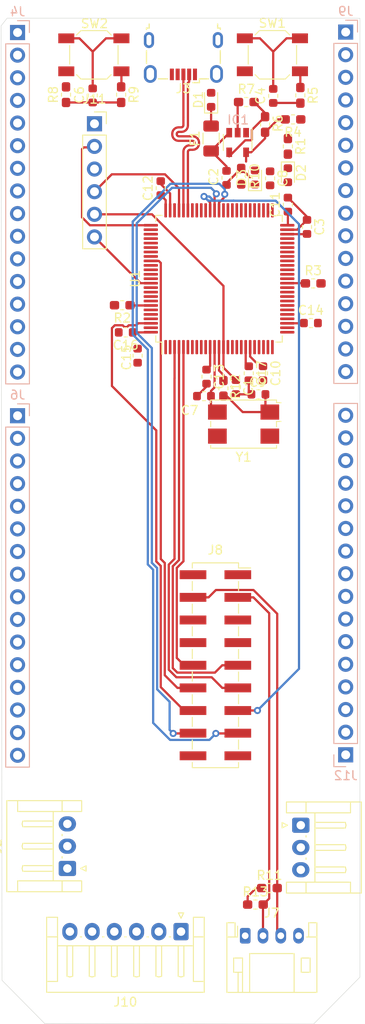
<source format=kicad_pcb>
(kicad_pcb (version 20171130) (host pcbnew "(5.1.4)-1")

  (general
    (thickness 1.6)
    (drawings 16)
    (tracks 346)
    (zones 0)
    (modules 49)
    (nets 85)
  )

  (page A4)
  (layers
    (0 F.Cu signal)
    (31 B.Cu signal)
    (32 B.Adhes user)
    (33 F.Adhes user)
    (34 B.Paste user)
    (35 F.Paste user)
    (36 B.SilkS user)
    (37 F.SilkS user hide)
    (38 B.Mask user)
    (39 F.Mask user)
    (40 Dwgs.User user)
    (41 Cmts.User user hide)
    (42 Eco1.User user)
    (43 Eco2.User user hide)
    (44 Edge.Cuts user)
    (45 Margin user hide)
    (46 B.CrtYd user hide)
    (47 F.CrtYd user hide)
    (48 B.Fab user hide)
    (49 F.Fab user)
  )

  (setup
    (last_trace_width 0.25)
    (trace_clearance 0.2)
    (zone_clearance 0.508)
    (zone_45_only no)
    (trace_min 0.2)
    (via_size 0.8)
    (via_drill 0.4)
    (via_min_size 0.4)
    (via_min_drill 0.3)
    (uvia_size 0.3)
    (uvia_drill 0.1)
    (uvias_allowed no)
    (uvia_min_size 0.2)
    (uvia_min_drill 0.1)
    (edge_width 0.05)
    (segment_width 0.2)
    (pcb_text_width 0.3)
    (pcb_text_size 1.5 1.5)
    (mod_edge_width 0.12)
    (mod_text_size 1 1)
    (mod_text_width 0.15)
    (pad_size 0.875 0.95)
    (pad_drill 0)
    (pad_to_mask_clearance 0.051)
    (solder_mask_min_width 0.25)
    (aux_axis_origin 0 0)
    (visible_elements 7FFFFFFF)
    (pcbplotparams
      (layerselection 0x010fc_ffffffff)
      (usegerberextensions false)
      (usegerberattributes false)
      (usegerberadvancedattributes false)
      (creategerberjobfile false)
      (excludeedgelayer true)
      (linewidth 0.100000)
      (plotframeref false)
      (viasonmask false)
      (mode 1)
      (useauxorigin false)
      (hpglpennumber 1)
      (hpglpenspeed 20)
      (hpglpendiameter 15.000000)
      (psnegative false)
      (psa4output false)
      (plotreference true)
      (plotvalue true)
      (plotinvisibletext false)
      (padsonsilk false)
      (subtractmaskfromsilk false)
      (outputformat 1)
      (mirror false)
      (drillshape 1)
      (scaleselection 1)
      (outputdirectory ""))
  )

  (net 0 "")
  (net 1 GND)
  (net 2 "Net-(C4-Pad1)")
  (net 3 HSE_IN)
  (net 4 vCAP_1)
  (net 5 NRST)
  (net 6 "Net-(D1-Pad1)")
  (net 7 +5V)
  (net 8 "Net-(D2-Pad1)")
  (net 9 "Net-(D3-Pad1)")
  (net 10 LED_STATUS)
  (net 11 I2C3_SDA)
  (net 12 I2C3_SCL)
  (net 13 PB0)
  (net 14 PB1)
  (net 15 BOOT1)
  (net 16 PB4)
  (net 17 PB5)
  (net 18 PB7)
  (net 19 PB8)
  (net 20 PB9)
  (net 21 PB10)
  (net 22 PB12)
  (net 23 PB13)
  (net 24 PB14)
  (net 25 PC15)
  (net 26 PC14)
  (net 27 PC13)
  (net 28 PC12)
  (net 29 PC11)
  (net 30 PC10)
  (net 31 PC5)
  (net 32 PC4)
  (net 33 PC3)
  (net 34 PC2)
  (net 35 PC1)
  (net 36 PC0)
  (net 37 PD4)
  (net 38 PD5)
  (net 39 PD6)
  (net 40 PD7)
  (net 41 PD8)
  (net 42 PD9)
  (net 43 PD10)
  (net 44 PD11)
  (net 45 PD12)
  (net 46 PD13)
  (net 47 PD14)
  (net 48 PD15)
  (net 49 PE15)
  (net 50 PE14)
  (net 51 PE13)
  (net 52 PE12)
  (net 53 PE11)
  (net 54 PE10)
  (net 55 PE9)
  (net 56 PE8)
  (net 57 PE7)
  (net 58 PE3)
  (net 59 PE2)
  (net 60 PE0)
  (net 61 "Net-(IC1-Pad4)")
  (net 62 BOOT0)
  (net 63 HSE_OUT)
  (net 64 +3V3)
  (net 65 "Net-(J3-Pad6)")
  (net 66 DCMI_D6)
  (net 67 DCMI_D7)
  (net 68 DCMI_D4)
  (net 69 DCMI_D5)
  (net 70 DCMI_D2)
  (net 71 DCMI_D3)
  (net 72 DCMI_D0)
  (net 73 DCMI_D1)
  (net 74 SYS_SWDIO)
  (net 75 SYS_SWCLK)
  (net 76 SYS_SWO)
  (net 77 +3.3V)
  (net 78 "Net-(C2-Pad1)")
  (net 79 "Net-(C6-Pad1)")
  (net 80 "Net-(C9-Pad1)")
  (net 81 "Net-(R5-Pad1)")
  (net 82 "Net-(R9-Pad1)")
  (net 83 USB_FS_+)
  (net 84 USB_FS_-)

  (net_class Default "This is the default net class."
    (clearance 0.2)
    (trace_width 0.25)
    (via_dia 0.8)
    (via_drill 0.4)
    (uvia_dia 0.3)
    (uvia_drill 0.1)
    (add_net +3.3V)
    (add_net +3V3)
    (add_net +5V)
    (add_net BOOT0)
    (add_net BOOT1)
    (add_net CAN1_RX)
    (add_net CAN1_TX)
    (add_net DCMI_D0)
    (add_net DCMI_D1)
    (add_net DCMI_D2)
    (add_net DCMI_D3)
    (add_net DCMI_D4)
    (add_net DCMI_D5)
    (add_net DCMI_D6)
    (add_net DCMI_D7)
    (add_net DCMI_PIXCLK)
    (add_net GND)
    (add_net HSE_IN)
    (add_net HSE_OUT)
    (add_net I2C3_SCL)
    (add_net I2C3_SDA)
    (add_net LED_STATUS)
    (add_net NRST)
    (add_net "Net-(C2-Pad1)")
    (add_net "Net-(C4-Pad1)")
    (add_net "Net-(C6-Pad1)")
    (add_net "Net-(C9-Pad1)")
    (add_net "Net-(D1-Pad1)")
    (add_net "Net-(D2-Pad1)")
    (add_net "Net-(D3-Pad1)")
    (add_net "Net-(IC1-Pad4)")
    (add_net "Net-(J3-Pad4)")
    (add_net "Net-(J3-Pad6)")
    (add_net "Net-(J4-Pad15)")
    (add_net "Net-(J4-Pad16)")
    (add_net "Net-(R5-Pad1)")
    (add_net "Net-(R9-Pad1)")
    (add_net "Net-(U1-Pad21)")
    (add_net PA0)
    (add_net PA1)
    (add_net PA10)
    (add_net PA15)
    (add_net PA2)
    (add_net PA3)
    (add_net PA4)
    (add_net PA5)
    (add_net PA6)
    (add_net PA7)
    (add_net PA8)
    (add_net PA9)
    (add_net PB0)
    (add_net PB1)
    (add_net PB10)
    (add_net PB12)
    (add_net PB13)
    (add_net PB14)
    (add_net PB4)
    (add_net PB5)
    (add_net PB6)
    (add_net PB7)
    (add_net PB8)
    (add_net PB9)
    (add_net PC0)
    (add_net PC1)
    (add_net PC10)
    (add_net PC11)
    (add_net PC12)
    (add_net PC13)
    (add_net PC14)
    (add_net PC15)
    (add_net PC2)
    (add_net PC3)
    (add_net PC4)
    (add_net PC5)
    (add_net PC9)
    (add_net PD0)
    (add_net PD1)
    (add_net PD10)
    (add_net PD11)
    (add_net PD12)
    (add_net PD13)
    (add_net PD14)
    (add_net PD15)
    (add_net PD2)
    (add_net PD3)
    (add_net PD4)
    (add_net PD5)
    (add_net PD6)
    (add_net PD7)
    (add_net PD8)
    (add_net PD9)
    (add_net PE0)
    (add_net PE10)
    (add_net PE11)
    (add_net PE12)
    (add_net PE13)
    (add_net PE14)
    (add_net PE15)
    (add_net PE2)
    (add_net PE3)
    (add_net PE7)
    (add_net PE8)
    (add_net PE9)
    (add_net SPI1_MIS0)
    (add_net SPI1_MISO)
    (add_net SPI1_MOSI)
    (add_net SPI1_RST)
    (add_net SPI1_SCK)
    (add_net SYS_SWCLK)
    (add_net SYS_SWDCLK)
    (add_net SYS_SWDIO)
    (add_net SYS_SWO)
    (add_net UART1_TX)
    (add_net USART1_RX)
    (add_net USART1_TX)
    (add_net USART2_RX)
    (add_net USART2_TX)
    (add_net USB_FS_+)
    (add_net USB_FS_-)
    (add_net vCAP_1)
    (add_net vCAP_2)
  )

  (module Package_QFP:LQFP-100_14x14mm_P0.5mm (layer F.Cu) (tedit 5C1956D1) (tstamp 5F51E4A3)
    (at 79.456 41.428 90)
    (descr "LQFP, 100 Pin (https://www.nxp.com/docs/en/package-information/SOT407-1.pdf), generated with kicad-footprint-generator ipc_gullwing_generator.py")
    (tags "LQFP QFP")
    (path /5F7A8CCE/5F4A0EBE)
    (attr smd)
    (fp_text reference U1 (at 0 -9.42 90) (layer F.SilkS)
      (effects (font (size 1 1) (thickness 0.15)))
    )
    (fp_text value STM32F446VETx (at 0 9.42 90) (layer F.Fab)
      (effects (font (size 1 1) (thickness 0.15)))
    )
    (fp_line (start 6.41 7.11) (end 7.11 7.11) (layer F.SilkS) (width 0.12))
    (fp_line (start 7.11 7.11) (end 7.11 6.41) (layer F.SilkS) (width 0.12))
    (fp_line (start -6.41 7.11) (end -7.11 7.11) (layer F.SilkS) (width 0.12))
    (fp_line (start -7.11 7.11) (end -7.11 6.41) (layer F.SilkS) (width 0.12))
    (fp_line (start 6.41 -7.11) (end 7.11 -7.11) (layer F.SilkS) (width 0.12))
    (fp_line (start 7.11 -7.11) (end 7.11 -6.41) (layer F.SilkS) (width 0.12))
    (fp_line (start -6.41 -7.11) (end -7.11 -7.11) (layer F.SilkS) (width 0.12))
    (fp_line (start -7.11 -7.11) (end -7.11 -6.41) (layer F.SilkS) (width 0.12))
    (fp_line (start -7.11 -6.41) (end -8.475 -6.41) (layer F.SilkS) (width 0.12))
    (fp_line (start -6 -7) (end 7 -7) (layer F.Fab) (width 0.1))
    (fp_line (start 7 -7) (end 7 7) (layer F.Fab) (width 0.1))
    (fp_line (start 7 7) (end -7 7) (layer F.Fab) (width 0.1))
    (fp_line (start -7 7) (end -7 -6) (layer F.Fab) (width 0.1))
    (fp_line (start -7 -6) (end -6 -7) (layer F.Fab) (width 0.1))
    (fp_line (start 0 -8.72) (end -6.4 -8.72) (layer F.CrtYd) (width 0.05))
    (fp_line (start -6.4 -8.72) (end -6.4 -7.25) (layer F.CrtYd) (width 0.05))
    (fp_line (start -6.4 -7.25) (end -7.25 -7.25) (layer F.CrtYd) (width 0.05))
    (fp_line (start -7.25 -7.25) (end -7.25 -6.4) (layer F.CrtYd) (width 0.05))
    (fp_line (start -7.25 -6.4) (end -8.72 -6.4) (layer F.CrtYd) (width 0.05))
    (fp_line (start -8.72 -6.4) (end -8.72 0) (layer F.CrtYd) (width 0.05))
    (fp_line (start 0 -8.72) (end 6.4 -8.72) (layer F.CrtYd) (width 0.05))
    (fp_line (start 6.4 -8.72) (end 6.4 -7.25) (layer F.CrtYd) (width 0.05))
    (fp_line (start 6.4 -7.25) (end 7.25 -7.25) (layer F.CrtYd) (width 0.05))
    (fp_line (start 7.25 -7.25) (end 7.25 -6.4) (layer F.CrtYd) (width 0.05))
    (fp_line (start 7.25 -6.4) (end 8.72 -6.4) (layer F.CrtYd) (width 0.05))
    (fp_line (start 8.72 -6.4) (end 8.72 0) (layer F.CrtYd) (width 0.05))
    (fp_line (start 0 8.72) (end -6.4 8.72) (layer F.CrtYd) (width 0.05))
    (fp_line (start -6.4 8.72) (end -6.4 7.25) (layer F.CrtYd) (width 0.05))
    (fp_line (start -6.4 7.25) (end -7.25 7.25) (layer F.CrtYd) (width 0.05))
    (fp_line (start -7.25 7.25) (end -7.25 6.4) (layer F.CrtYd) (width 0.05))
    (fp_line (start -7.25 6.4) (end -8.72 6.4) (layer F.CrtYd) (width 0.05))
    (fp_line (start -8.72 6.4) (end -8.72 0) (layer F.CrtYd) (width 0.05))
    (fp_line (start 0 8.72) (end 6.4 8.72) (layer F.CrtYd) (width 0.05))
    (fp_line (start 6.4 8.72) (end 6.4 7.25) (layer F.CrtYd) (width 0.05))
    (fp_line (start 6.4 7.25) (end 7.25 7.25) (layer F.CrtYd) (width 0.05))
    (fp_line (start 7.25 7.25) (end 7.25 6.4) (layer F.CrtYd) (width 0.05))
    (fp_line (start 7.25 6.4) (end 8.72 6.4) (layer F.CrtYd) (width 0.05))
    (fp_line (start 8.72 6.4) (end 8.72 0) (layer F.CrtYd) (width 0.05))
    (fp_text user %R (at 0 0 90) (layer F.Fab)
      (effects (font (size 1 1) (thickness 0.15)))
    )
    (pad 1 smd roundrect (at -7.675 -6 90) (size 1.6 0.3) (layers F.Cu F.Paste F.Mask) (roundrect_rratio 0.25)
      (net 59 PE2))
    (pad 2 smd roundrect (at -7.675 -5.5 90) (size 1.6 0.3) (layers F.Cu F.Paste F.Mask) (roundrect_rratio 0.25)
      (net 58 PE3))
    (pad 3 smd roundrect (at -7.675 -5 90) (size 1.6 0.3) (layers F.Cu F.Paste F.Mask) (roundrect_rratio 0.25)
      (net 68 DCMI_D4))
    (pad 4 smd roundrect (at -7.675 -4.5 90) (size 1.6 0.3) (layers F.Cu F.Paste F.Mask) (roundrect_rratio 0.25)
      (net 66 DCMI_D6))
    (pad 5 smd roundrect (at -7.675 -4 90) (size 1.6 0.3) (layers F.Cu F.Paste F.Mask) (roundrect_rratio 0.25)
      (net 67 DCMI_D7))
    (pad 6 smd roundrect (at -7.675 -3.5 90) (size 1.6 0.3) (layers F.Cu F.Paste F.Mask) (roundrect_rratio 0.25)
      (net 77 +3.3V))
    (pad 7 smd roundrect (at -7.675 -3 90) (size 1.6 0.3) (layers F.Cu F.Paste F.Mask) (roundrect_rratio 0.25)
      (net 27 PC13))
    (pad 8 smd roundrect (at -7.675 -2.5 90) (size 1.6 0.3) (layers F.Cu F.Paste F.Mask) (roundrect_rratio 0.25)
      (net 26 PC14))
    (pad 9 smd roundrect (at -7.675 -2 90) (size 1.6 0.3) (layers F.Cu F.Paste F.Mask) (roundrect_rratio 0.25)
      (net 25 PC15))
    (pad 10 smd roundrect (at -7.675 -1.5 90) (size 1.6 0.3) (layers F.Cu F.Paste F.Mask) (roundrect_rratio 0.25)
      (net 1 GND))
    (pad 11 smd roundrect (at -7.675 -1 90) (size 1.6 0.3) (layers F.Cu F.Paste F.Mask) (roundrect_rratio 0.25)
      (net 77 +3.3V))
    (pad 12 smd roundrect (at -7.675 -0.5 90) (size 1.6 0.3) (layers F.Cu F.Paste F.Mask) (roundrect_rratio 0.25)
      (net 3 HSE_IN))
    (pad 13 smd roundrect (at -7.675 0 90) (size 1.6 0.3) (layers F.Cu F.Paste F.Mask) (roundrect_rratio 0.25)
      (net 63 HSE_OUT))
    (pad 14 smd roundrect (at -7.675 0.5 90) (size 1.6 0.3) (layers F.Cu F.Paste F.Mask) (roundrect_rratio 0.25)
      (net 5 NRST))
    (pad 15 smd roundrect (at -7.675 1 90) (size 1.6 0.3) (layers F.Cu F.Paste F.Mask) (roundrect_rratio 0.25)
      (net 36 PC0))
    (pad 16 smd roundrect (at -7.675 1.5 90) (size 1.6 0.3) (layers F.Cu F.Paste F.Mask) (roundrect_rratio 0.25)
      (net 35 PC1))
    (pad 17 smd roundrect (at -7.675 2 90) (size 1.6 0.3) (layers F.Cu F.Paste F.Mask) (roundrect_rratio 0.25)
      (net 34 PC2))
    (pad 18 smd roundrect (at -7.675 2.5 90) (size 1.6 0.3) (layers F.Cu F.Paste F.Mask) (roundrect_rratio 0.25)
      (net 33 PC3))
    (pad 19 smd roundrect (at -7.675 3 90) (size 1.6 0.3) (layers F.Cu F.Paste F.Mask) (roundrect_rratio 0.25)
      (net 77 +3.3V))
    (pad 20 smd roundrect (at -7.675 3.5 90) (size 1.6 0.3) (layers F.Cu F.Paste F.Mask) (roundrect_rratio 0.25)
      (net 1 GND))
    (pad 21 smd roundrect (at -7.675 4 90) (size 1.6 0.3) (layers F.Cu F.Paste F.Mask) (roundrect_rratio 0.25))
    (pad 22 smd roundrect (at -7.675 4.5 90) (size 1.6 0.3) (layers F.Cu F.Paste F.Mask) (roundrect_rratio 0.25)
      (net 77 +3.3V))
    (pad 23 smd roundrect (at -7.675 5 90) (size 1.6 0.3) (layers F.Cu F.Paste F.Mask) (roundrect_rratio 0.25))
    (pad 24 smd roundrect (at -7.675 5.5 90) (size 1.6 0.3) (layers F.Cu F.Paste F.Mask) (roundrect_rratio 0.25))
    (pad 25 smd roundrect (at -7.675 6 90) (size 1.6 0.3) (layers F.Cu F.Paste F.Mask) (roundrect_rratio 0.25))
    (pad 26 smd roundrect (at -6 7.675 90) (size 0.3 1.6) (layers F.Cu F.Paste F.Mask) (roundrect_rratio 0.25))
    (pad 27 smd roundrect (at -5.5 7.675 90) (size 0.3 1.6) (layers F.Cu F.Paste F.Mask) (roundrect_rratio 0.25)
      (net 1 GND))
    (pad 28 smd roundrect (at -5 7.675 90) (size 0.3 1.6) (layers F.Cu F.Paste F.Mask) (roundrect_rratio 0.25)
      (net 77 +3.3V))
    (pad 29 smd roundrect (at -4.5 7.675 90) (size 0.3 1.6) (layers F.Cu F.Paste F.Mask) (roundrect_rratio 0.25))
    (pad 30 smd roundrect (at -4 7.675 90) (size 0.3 1.6) (layers F.Cu F.Paste F.Mask) (roundrect_rratio 0.25))
    (pad 31 smd roundrect (at -3.5 7.675 90) (size 0.3 1.6) (layers F.Cu F.Paste F.Mask) (roundrect_rratio 0.25))
    (pad 32 smd roundrect (at -3 7.675 90) (size 0.3 1.6) (layers F.Cu F.Paste F.Mask) (roundrect_rratio 0.25))
    (pad 33 smd roundrect (at -2.5 7.675 90) (size 0.3 1.6) (layers F.Cu F.Paste F.Mask) (roundrect_rratio 0.25)
      (net 32 PC4))
    (pad 34 smd roundrect (at -2 7.675 90) (size 0.3 1.6) (layers F.Cu F.Paste F.Mask) (roundrect_rratio 0.25)
      (net 31 PC5))
    (pad 35 smd roundrect (at -1.5 7.675 90) (size 0.3 1.6) (layers F.Cu F.Paste F.Mask) (roundrect_rratio 0.25)
      (net 13 PB0))
    (pad 36 smd roundrect (at -1 7.675 90) (size 0.3 1.6) (layers F.Cu F.Paste F.Mask) (roundrect_rratio 0.25)
      (net 14 PB1))
    (pad 37 smd roundrect (at -0.5 7.675 90) (size 0.3 1.6) (layers F.Cu F.Paste F.Mask) (roundrect_rratio 0.25)
      (net 15 BOOT1))
    (pad 38 smd roundrect (at 0 7.675 90) (size 0.3 1.6) (layers F.Cu F.Paste F.Mask) (roundrect_rratio 0.25)
      (net 57 PE7))
    (pad 39 smd roundrect (at 0.5 7.675 90) (size 0.3 1.6) (layers F.Cu F.Paste F.Mask) (roundrect_rratio 0.25)
      (net 56 PE8))
    (pad 40 smd roundrect (at 1 7.675 90) (size 0.3 1.6) (layers F.Cu F.Paste F.Mask) (roundrect_rratio 0.25)
      (net 55 PE9))
    (pad 41 smd roundrect (at 1.5 7.675 90) (size 0.3 1.6) (layers F.Cu F.Paste F.Mask) (roundrect_rratio 0.25)
      (net 54 PE10))
    (pad 42 smd roundrect (at 2 7.675 90) (size 0.3 1.6) (layers F.Cu F.Paste F.Mask) (roundrect_rratio 0.25)
      (net 53 PE11))
    (pad 43 smd roundrect (at 2.5 7.675 90) (size 0.3 1.6) (layers F.Cu F.Paste F.Mask) (roundrect_rratio 0.25)
      (net 52 PE12))
    (pad 44 smd roundrect (at 3 7.675 90) (size 0.3 1.6) (layers F.Cu F.Paste F.Mask) (roundrect_rratio 0.25)
      (net 51 PE13))
    (pad 45 smd roundrect (at 3.5 7.675 90) (size 0.3 1.6) (layers F.Cu F.Paste F.Mask) (roundrect_rratio 0.25)
      (net 50 PE14))
    (pad 46 smd roundrect (at 4 7.675 90) (size 0.3 1.6) (layers F.Cu F.Paste F.Mask) (roundrect_rratio 0.25)
      (net 49 PE15))
    (pad 47 smd roundrect (at 4.5 7.675 90) (size 0.3 1.6) (layers F.Cu F.Paste F.Mask) (roundrect_rratio 0.25)
      (net 21 PB10))
    (pad 48 smd roundrect (at 5 7.675 90) (size 0.3 1.6) (layers F.Cu F.Paste F.Mask) (roundrect_rratio 0.25)
      (net 4 vCAP_1))
    (pad 49 smd roundrect (at 5.5 7.675 90) (size 0.3 1.6) (layers F.Cu F.Paste F.Mask) (roundrect_rratio 0.25)
      (net 1 GND))
    (pad 50 smd roundrect (at 6 7.675 90) (size 0.3 1.6) (layers F.Cu F.Paste F.Mask) (roundrect_rratio 0.25)
      (net 77 +3.3V))
    (pad 51 smd roundrect (at 7.675 6 90) (size 1.6 0.3) (layers F.Cu F.Paste F.Mask) (roundrect_rratio 0.25)
      (net 22 PB12))
    (pad 52 smd roundrect (at 7.675 5.5 90) (size 1.6 0.3) (layers F.Cu F.Paste F.Mask) (roundrect_rratio 0.25)
      (net 23 PB13))
    (pad 53 smd roundrect (at 7.675 5 90) (size 1.6 0.3) (layers F.Cu F.Paste F.Mask) (roundrect_rratio 0.25)
      (net 24 PB14))
    (pad 54 smd roundrect (at 7.675 4.5 90) (size 1.6 0.3) (layers F.Cu F.Paste F.Mask) (roundrect_rratio 0.25)
      (net 10 LED_STATUS))
    (pad 55 smd roundrect (at 7.675 4 90) (size 1.6 0.3) (layers F.Cu F.Paste F.Mask) (roundrect_rratio 0.25)
      (net 41 PD8))
    (pad 56 smd roundrect (at 7.675 3.5 90) (size 1.6 0.3) (layers F.Cu F.Paste F.Mask) (roundrect_rratio 0.25)
      (net 42 PD9))
    (pad 57 smd roundrect (at 7.675 3 90) (size 1.6 0.3) (layers F.Cu F.Paste F.Mask) (roundrect_rratio 0.25)
      (net 43 PD10))
    (pad 58 smd roundrect (at 7.675 2.5 90) (size 1.6 0.3) (layers F.Cu F.Paste F.Mask) (roundrect_rratio 0.25)
      (net 44 PD11))
    (pad 59 smd roundrect (at 7.675 2 90) (size 1.6 0.3) (layers F.Cu F.Paste F.Mask) (roundrect_rratio 0.25)
      (net 45 PD12))
    (pad 60 smd roundrect (at 7.675 1.5 90) (size 1.6 0.3) (layers F.Cu F.Paste F.Mask) (roundrect_rratio 0.25)
      (net 46 PD13))
    (pad 61 smd roundrect (at 7.675 1 90) (size 1.6 0.3) (layers F.Cu F.Paste F.Mask) (roundrect_rratio 0.25)
      (net 47 PD14))
    (pad 62 smd roundrect (at 7.675 0.5 90) (size 1.6 0.3) (layers F.Cu F.Paste F.Mask) (roundrect_rratio 0.25)
      (net 48 PD15))
    (pad 63 smd roundrect (at 7.675 0 90) (size 1.6 0.3) (layers F.Cu F.Paste F.Mask) (roundrect_rratio 0.25)
      (net 72 DCMI_D0))
    (pad 64 smd roundrect (at 7.675 -0.5 90) (size 1.6 0.3) (layers F.Cu F.Paste F.Mask) (roundrect_rratio 0.25)
      (net 73 DCMI_D1))
    (pad 65 smd roundrect (at 7.675 -1 90) (size 1.6 0.3) (layers F.Cu F.Paste F.Mask) (roundrect_rratio 0.25)
      (net 70 DCMI_D2))
    (pad 66 smd roundrect (at 7.675 -1.5 90) (size 1.6 0.3) (layers F.Cu F.Paste F.Mask) (roundrect_rratio 0.25))
    (pad 67 smd roundrect (at 7.675 -2 90) (size 1.6 0.3) (layers F.Cu F.Paste F.Mask) (roundrect_rratio 0.25))
    (pad 68 smd roundrect (at 7.675 -2.5 90) (size 1.6 0.3) (layers F.Cu F.Paste F.Mask) (roundrect_rratio 0.25))
    (pad 69 smd roundrect (at 7.675 -3 90) (size 1.6 0.3) (layers F.Cu F.Paste F.Mask) (roundrect_rratio 0.25))
    (pad 70 smd roundrect (at 7.675 -3.5 90) (size 1.6 0.3) (layers F.Cu F.Paste F.Mask) (roundrect_rratio 0.25)
      (net 84 USB_FS_-))
    (pad 71 smd roundrect (at 7.675 -4 90) (size 1.6 0.3) (layers F.Cu F.Paste F.Mask) (roundrect_rratio 0.25)
      (net 83 USB_FS_+))
    (pad 72 smd roundrect (at 7.675 -4.5 90) (size 1.6 0.3) (layers F.Cu F.Paste F.Mask) (roundrect_rratio 0.25)
      (net 74 SYS_SWDIO))
    (pad 73 smd roundrect (at 7.675 -5 90) (size 1.6 0.3) (layers F.Cu F.Paste F.Mask) (roundrect_rratio 0.25))
    (pad 74 smd roundrect (at 7.675 -5.5 90) (size 1.6 0.3) (layers F.Cu F.Paste F.Mask) (roundrect_rratio 0.25)
      (net 1 GND))
    (pad 75 smd roundrect (at 7.675 -6 90) (size 1.6 0.3) (layers F.Cu F.Paste F.Mask) (roundrect_rratio 0.25)
      (net 77 +3.3V))
    (pad 76 smd roundrect (at 6 -7.675 90) (size 0.3 1.6) (layers F.Cu F.Paste F.Mask) (roundrect_rratio 0.25)
      (net 75 SYS_SWCLK))
    (pad 77 smd roundrect (at 5.5 -7.675 90) (size 0.3 1.6) (layers F.Cu F.Paste F.Mask) (roundrect_rratio 0.25))
    (pad 78 smd roundrect (at 5 -7.675 90) (size 0.3 1.6) (layers F.Cu F.Paste F.Mask) (roundrect_rratio 0.25)
      (net 30 PC10))
    (pad 79 smd roundrect (at 4.5 -7.675 90) (size 0.3 1.6) (layers F.Cu F.Paste F.Mask) (roundrect_rratio 0.25)
      (net 29 PC11))
    (pad 80 smd roundrect (at 4 -7.675 90) (size 0.3 1.6) (layers F.Cu F.Paste F.Mask) (roundrect_rratio 0.25)
      (net 28 PC12))
    (pad 81 smd roundrect (at 3.5 -7.675 90) (size 0.3 1.6) (layers F.Cu F.Paste F.Mask) (roundrect_rratio 0.25))
    (pad 82 smd roundrect (at 3 -7.675 90) (size 0.3 1.6) (layers F.Cu F.Paste F.Mask) (roundrect_rratio 0.25))
    (pad 83 smd roundrect (at 2.5 -7.675 90) (size 0.3 1.6) (layers F.Cu F.Paste F.Mask) (roundrect_rratio 0.25))
    (pad 84 smd roundrect (at 2 -7.675 90) (size 0.3 1.6) (layers F.Cu F.Paste F.Mask) (roundrect_rratio 0.25)
      (net 69 DCMI_D5))
    (pad 85 smd roundrect (at 1.5 -7.675 90) (size 0.3 1.6) (layers F.Cu F.Paste F.Mask) (roundrect_rratio 0.25)
      (net 37 PD4))
    (pad 86 smd roundrect (at 1 -7.675 90) (size 0.3 1.6) (layers F.Cu F.Paste F.Mask) (roundrect_rratio 0.25)
      (net 38 PD5))
    (pad 87 smd roundrect (at 0.5 -7.675 90) (size 0.3 1.6) (layers F.Cu F.Paste F.Mask) (roundrect_rratio 0.25)
      (net 39 PD6))
    (pad 88 smd roundrect (at 0 -7.675 90) (size 0.3 1.6) (layers F.Cu F.Paste F.Mask) (roundrect_rratio 0.25)
      (net 40 PD7))
    (pad 89 smd roundrect (at -0.5 -7.675 90) (size 0.3 1.6) (layers F.Cu F.Paste F.Mask) (roundrect_rratio 0.25)
      (net 76 SYS_SWO))
    (pad 90 smd roundrect (at -1 -7.675 90) (size 0.3 1.6) (layers F.Cu F.Paste F.Mask) (roundrect_rratio 0.25)
      (net 16 PB4))
    (pad 91 smd roundrect (at -1.5 -7.675 90) (size 0.3 1.6) (layers F.Cu F.Paste F.Mask) (roundrect_rratio 0.25)
      (net 17 PB5))
    (pad 92 smd roundrect (at -2 -7.675 90) (size 0.3 1.6) (layers F.Cu F.Paste F.Mask) (roundrect_rratio 0.25))
    (pad 93 smd roundrect (at -2.5 -7.675 90) (size 0.3 1.6) (layers F.Cu F.Paste F.Mask) (roundrect_rratio 0.25)
      (net 18 PB7))
    (pad 94 smd roundrect (at -3 -7.675 90) (size 0.3 1.6) (layers F.Cu F.Paste F.Mask) (roundrect_rratio 0.25)
      (net 62 BOOT0))
    (pad 95 smd roundrect (at -3.5 -7.675 90) (size 0.3 1.6) (layers F.Cu F.Paste F.Mask) (roundrect_rratio 0.25)
      (net 19 PB8))
    (pad 96 smd roundrect (at -4 -7.675 90) (size 0.3 1.6) (layers F.Cu F.Paste F.Mask) (roundrect_rratio 0.25)
      (net 20 PB9))
    (pad 97 smd roundrect (at -4.5 -7.675 90) (size 0.3 1.6) (layers F.Cu F.Paste F.Mask) (roundrect_rratio 0.25)
      (net 60 PE0))
    (pad 98 smd roundrect (at -5 -7.675 90) (size 0.3 1.6) (layers F.Cu F.Paste F.Mask) (roundrect_rratio 0.25)
      (net 71 DCMI_D3))
    (pad 99 smd roundrect (at -5.5 -7.675 90) (size 0.3 1.6) (layers F.Cu F.Paste F.Mask) (roundrect_rratio 0.25)
      (net 1 GND))
    (pad 100 smd roundrect (at -6 -7.675 90) (size 0.3 1.6) (layers F.Cu F.Paste F.Mask) (roundrect_rratio 0.25)
      (net 77 +3.3V))
    (model ${KISYS3DMOD}/Package_QFP.3dshapes/LQFP-100_14x14mm_P0.5mm.wrl
      (at (xyz 0 0 0))
      (scale (xyz 1 1 1))
      (rotate (xyz 0 0 0))
    )
  )

  (module Connector_PinSocket_2.54mm:PinSocket_1x06_P2.54mm_Vertical (layer F.Cu) (tedit 5A19A430) (tstamp 5F51E3E3)
    (at 65.45 24.04)
    (descr "Through hole straight socket strip, 1x06, 2.54mm pitch, single row (from Kicad 4.0.7), script generated")
    (tags "Through hole socket strip THT 1x06 2.54mm single row")
    (path /5F7A8CCE/5F5B51B7)
    (fp_text reference J11 (at 0 -2.77) (layer F.SilkS)
      (effects (font (size 1 1) (thickness 0.15)))
    )
    (fp_text value SWD (at 0 15.47) (layer F.Fab)
      (effects (font (size 1 1) (thickness 0.15)))
    )
    (fp_text user %R (at 0 6.35 90) (layer F.Fab)
      (effects (font (size 1 1) (thickness 0.15)))
    )
    (fp_line (start -1.8 14.45) (end -1.8 -1.8) (layer F.CrtYd) (width 0.05))
    (fp_line (start 1.75 14.45) (end -1.8 14.45) (layer F.CrtYd) (width 0.05))
    (fp_line (start 1.75 -1.8) (end 1.75 14.45) (layer F.CrtYd) (width 0.05))
    (fp_line (start -1.8 -1.8) (end 1.75 -1.8) (layer F.CrtYd) (width 0.05))
    (fp_line (start 0 -1.33) (end 1.33 -1.33) (layer F.SilkS) (width 0.12))
    (fp_line (start 1.33 -1.33) (end 1.33 0) (layer F.SilkS) (width 0.12))
    (fp_line (start 1.33 1.27) (end 1.33 14.03) (layer F.SilkS) (width 0.12))
    (fp_line (start -1.33 14.03) (end 1.33 14.03) (layer F.SilkS) (width 0.12))
    (fp_line (start -1.33 1.27) (end -1.33 14.03) (layer F.SilkS) (width 0.12))
    (fp_line (start -1.33 1.27) (end 1.33 1.27) (layer F.SilkS) (width 0.12))
    (fp_line (start -1.27 13.97) (end -1.27 -1.27) (layer F.Fab) (width 0.1))
    (fp_line (start 1.27 13.97) (end -1.27 13.97) (layer F.Fab) (width 0.1))
    (fp_line (start 1.27 -0.635) (end 1.27 13.97) (layer F.Fab) (width 0.1))
    (fp_line (start 0.635 -1.27) (end 1.27 -0.635) (layer F.Fab) (width 0.1))
    (fp_line (start -1.27 -1.27) (end 0.635 -1.27) (layer F.Fab) (width 0.1))
    (pad 6 thru_hole oval (at 0 12.7) (size 1.7 1.7) (drill 1) (layers *.Cu *.Mask)
      (net 76 SYS_SWO))
    (pad 5 thru_hole oval (at 0 10.16) (size 1.7 1.7) (drill 1) (layers *.Cu *.Mask)
      (net 5 NRST))
    (pad 4 thru_hole oval (at 0 7.62) (size 1.7 1.7) (drill 1) (layers *.Cu *.Mask)
      (net 74 SYS_SWDIO))
    (pad 3 thru_hole oval (at 0 5.08) (size 1.7 1.7) (drill 1) (layers *.Cu *.Mask)
      (net 1 GND))
    (pad 2 thru_hole oval (at 0 2.54) (size 1.7 1.7) (drill 1) (layers *.Cu *.Mask)
      (net 75 SYS_SWCLK))
    (pad 1 thru_hole rect (at 0 0) (size 1.7 1.7) (drill 1) (layers *.Cu *.Mask)
      (net 64 +3V3))
    (model ${KISYS3DMOD}/Connector_PinSocket_2.54mm.3dshapes/PinSocket_1x06_P2.54mm_Vertical.wrl
      (at (xyz 0 0 0))
      (scale (xyz 1 1 1))
      (rotate (xyz 0 0 0))
    )
  )

  (module Capacitor_SMD:C_0603_1608Metric (layer F.Cu) (tedit 5B301BBE) (tstamp 5F51E6DA)
    (at 84.4 52.0375 270)
    (descr "Capacitor SMD 0603 (1608 Metric), square (rectangular) end terminal, IPC_7351 nominal, (Body size source: http://www.tortai-tech.com/upload/download/2011102023233369053.pdf), generated with kicad-footprint-generator")
    (tags capacitor)
    (path /5F60BE16)
    (attr smd)
    (fp_text reference C10 (at 0 -1.43 90) (layer F.SilkS)
      (effects (font (size 1 1) (thickness 0.15)))
    )
    (fp_text value 100nF (at 0 1.43 90) (layer F.Fab)
      (effects (font (size 1 1) (thickness 0.15)))
    )
    (fp_text user %R (at 0 0 90) (layer F.Fab)
      (effects (font (size 0.4 0.4) (thickness 0.06)))
    )
    (fp_line (start 1.48 0.73) (end -1.48 0.73) (layer F.CrtYd) (width 0.05))
    (fp_line (start 1.48 -0.73) (end 1.48 0.73) (layer F.CrtYd) (width 0.05))
    (fp_line (start -1.48 -0.73) (end 1.48 -0.73) (layer F.CrtYd) (width 0.05))
    (fp_line (start -1.48 0.73) (end -1.48 -0.73) (layer F.CrtYd) (width 0.05))
    (fp_line (start -0.162779 0.51) (end 0.162779 0.51) (layer F.SilkS) (width 0.12))
    (fp_line (start -0.162779 -0.51) (end 0.162779 -0.51) (layer F.SilkS) (width 0.12))
    (fp_line (start 0.8 0.4) (end -0.8 0.4) (layer F.Fab) (width 0.1))
    (fp_line (start 0.8 -0.4) (end 0.8 0.4) (layer F.Fab) (width 0.1))
    (fp_line (start -0.8 -0.4) (end 0.8 -0.4) (layer F.Fab) (width 0.1))
    (fp_line (start -0.8 0.4) (end -0.8 -0.4) (layer F.Fab) (width 0.1))
    (pad 2 smd roundrect (at 0.7875 0 270) (size 0.875 0.95) (layers F.Cu F.Paste F.Mask) (roundrect_rratio 0.25)
      (net 1 GND))
    (pad 1 smd roundrect (at -0.7875 0 270) (size 0.875 0.95) (layers F.Cu F.Paste F.Mask) (roundrect_rratio 0.25)
      (net 77 +3.3V))
    (model ${KISYS3DMOD}/Capacitor_SMD.3dshapes/C_0603_1608Metric.wrl
      (at (xyz 0 0 0))
      (scale (xyz 1 1 1))
      (rotate (xyz 0 0 0))
    )
  )

  (module Capacitor_SMD:C_0603_1608Metric (layer F.Cu) (tedit 5B301BBE) (tstamp 5F51EB6C)
    (at 72.9 31.2625 90)
    (descr "Capacitor SMD 0603 (1608 Metric), square (rectangular) end terminal, IPC_7351 nominal, (Body size source: http://www.tortai-tech.com/upload/download/2011102023233369053.pdf), generated with kicad-footprint-generator")
    (tags capacitor)
    (path /5F52E2B2)
    (attr smd)
    (fp_text reference C12 (at 0 -1.43 90) (layer F.SilkS)
      (effects (font (size 1 1) (thickness 0.15)))
    )
    (fp_text value 100nF (at 0 1.43 90) (layer F.Fab)
      (effects (font (size 1 1) (thickness 0.15)))
    )
    (fp_text user %R (at 0 0 90) (layer F.Fab)
      (effects (font (size 0.4 0.4) (thickness 0.06)))
    )
    (fp_line (start -0.8 0.4) (end -0.8 -0.4) (layer F.Fab) (width 0.1))
    (fp_line (start -0.8 -0.4) (end 0.8 -0.4) (layer F.Fab) (width 0.1))
    (fp_line (start 0.8 -0.4) (end 0.8 0.4) (layer F.Fab) (width 0.1))
    (fp_line (start 0.8 0.4) (end -0.8 0.4) (layer F.Fab) (width 0.1))
    (fp_line (start -0.162779 -0.51) (end 0.162779 -0.51) (layer F.SilkS) (width 0.12))
    (fp_line (start -0.162779 0.51) (end 0.162779 0.51) (layer F.SilkS) (width 0.12))
    (fp_line (start -1.48 0.73) (end -1.48 -0.73) (layer F.CrtYd) (width 0.05))
    (fp_line (start -1.48 -0.73) (end 1.48 -0.73) (layer F.CrtYd) (width 0.05))
    (fp_line (start 1.48 -0.73) (end 1.48 0.73) (layer F.CrtYd) (width 0.05))
    (fp_line (start 1.48 0.73) (end -1.48 0.73) (layer F.CrtYd) (width 0.05))
    (pad 2 smd roundrect (at 0.7875 0 90) (size 0.875 0.95) (layers F.Cu F.Paste F.Mask) (roundrect_rratio 0.25)
      (net 1 GND))
    (pad 1 smd roundrect (at -0.7875 0 90) (size 0.875 0.95) (layers F.Cu F.Paste F.Mask) (roundrect_rratio 0.25)
      (net 77 +3.3V))
    (model ${KISYS3DMOD}/Capacitor_SMD.3dshapes/C_0603_1608Metric.wrl
      (at (xyz 0 0 0))
      (scale (xyz 1 1 1))
      (rotate (xyz 0 0 0))
    )
  )

  (module Crystal:Crystal_SMD_7050-4Pin_7.0x5.0mm (layer F.Cu) (tedit 5A0FD1B2) (tstamp 5F51EE3F)
    (at 82.220918 57.739583 180)
    (descr "SMD Crystal SERIES SMD7050/4 https://www.foxonline.com/pdfs/FQ7050.pdf, 7.0x5.0mm^2 package")
    (tags "SMD SMT crystal")
    (path /5F58C80F)
    (attr smd)
    (fp_text reference Y1 (at 0 -3.7) (layer F.SilkS)
      (effects (font (size 1 1) (thickness 0.15)))
    )
    (fp_text value Crystal (at 0 3.7) (layer F.Fab)
      (effects (font (size 1 1) (thickness 0.15)))
    )
    (fp_text user %R (at 0 0) (layer F.Fab)
      (effects (font (size 1 1) (thickness 0.15)))
    )
    (fp_line (start -3.3 -2.5) (end 3.3 -2.5) (layer F.Fab) (width 0.1))
    (fp_line (start 3.3 -2.5) (end 3.5 -2.3) (layer F.Fab) (width 0.1))
    (fp_line (start 3.5 -2.3) (end 3.5 2.3) (layer F.Fab) (width 0.1))
    (fp_line (start 3.5 2.3) (end 3.3 2.5) (layer F.Fab) (width 0.1))
    (fp_line (start 3.3 2.5) (end -3.3 2.5) (layer F.Fab) (width 0.1))
    (fp_line (start -3.3 2.5) (end -3.5 2.3) (layer F.Fab) (width 0.1))
    (fp_line (start -3.5 2.3) (end -3.5 -2.3) (layer F.Fab) (width 0.1))
    (fp_line (start -3.5 -2.3) (end -3.3 -2.5) (layer F.Fab) (width 0.1))
    (fp_line (start -3.5 1.5) (end -2.5 2.5) (layer F.Fab) (width 0.1))
    (fp_line (start -3.7 -2.4) (end -3.7 -2.7) (layer F.SilkS) (width 0.12))
    (fp_line (start -3.7 -2.7) (end 3.7 -2.7) (layer F.SilkS) (width 0.12))
    (fp_line (start 3.7 -2.7) (end 3.7 -2.4) (layer F.SilkS) (width 0.12))
    (fp_line (start -4.2 2.4) (end -3.7 2.4) (layer F.SilkS) (width 0.12))
    (fp_line (start -3.7 2.4) (end -3.7 2.7) (layer F.SilkS) (width 0.12))
    (fp_line (start -3.7 2.7) (end 3.7 2.7) (layer F.SilkS) (width 0.12))
    (fp_line (start 3.7 2.7) (end 3.7 2.4) (layer F.SilkS) (width 0.12))
    (fp_line (start -4.2 0.3) (end -3.7 0.3) (layer F.SilkS) (width 0.12))
    (fp_line (start -3.7 0.3) (end -3.7 -0.3) (layer F.SilkS) (width 0.12))
    (fp_line (start 3.7 -0.3) (end 3.7 0.3) (layer F.SilkS) (width 0.12))
    (fp_line (start -4.3 -2.8) (end -4.3 2.8) (layer F.CrtYd) (width 0.05))
    (fp_line (start -4.3 2.8) (end 4.3 2.8) (layer F.CrtYd) (width 0.05))
    (fp_line (start 4.3 2.8) (end 4.3 -2.8) (layer F.CrtYd) (width 0.05))
    (fp_line (start 4.3 -2.8) (end -4.3 -2.8) (layer F.CrtYd) (width 0.05))
    (pad 4 smd rect (at -2.95 -1.35 180) (size 2.1 1.7) (layers F.Cu F.Paste F.Mask))
    (pad 3 smd rect (at 2.95 -1.35 180) (size 2.1 1.7) (layers F.Cu F.Paste F.Mask))
    (pad 2 smd rect (at 2.95 1.35 180) (size 2.1 1.7) (layers F.Cu F.Paste F.Mask)
      (net 3 HSE_IN))
    (pad 1 smd rect (at -2.95 1.35 180) (size 2.1 1.7) (layers F.Cu F.Paste F.Mask)
      (net 80 "Net-(C9-Pad1)"))
    (model ${KISYS3DMOD}/Crystal.3dshapes/Crystal_SMD_7050-4Pin_7.0x5.0mm.wrl
      (at (xyz 0 0 0))
      (scale (xyz 1 1 1))
      (rotate (xyz 0 0 0))
    )
  )

  (module Connector_JST:JST_PH_S4B-PH-K_1x04_P2.00mm_Horizontal (layer F.Cu) (tedit 5B7745C6) (tstamp 5F51F668)
    (at 82.4 115.15)
    (descr "JST PH series connector, S4B-PH-K (http://www.jst-mfg.com/product/pdf/eng/ePH.pdf), generated with kicad-footprint-generator")
    (tags "connector JST PH top entry")
    (path /5F7A8CCE/5F6AB989)
    (fp_text reference J7 (at 3 -2.55) (layer F.SilkS)
      (effects (font (size 1 1) (thickness 0.15)))
    )
    (fp_text value I2C3 (at 4.6246 -2.4706) (layer F.Fab)
      (effects (font (size 1 1) (thickness 0.15)))
    )
    (fp_text user %R (at 3 2.5) (layer F.Fab)
      (effects (font (size 1 1) (thickness 0.15)))
    )
    (fp_line (start 0.5 1.375) (end 0 0.875) (layer F.Fab) (width 0.1))
    (fp_line (start -0.5 1.375) (end 0.5 1.375) (layer F.Fab) (width 0.1))
    (fp_line (start 0 0.875) (end -0.5 1.375) (layer F.Fab) (width 0.1))
    (fp_line (start -0.86 0.14) (end -0.86 -1.075) (layer F.SilkS) (width 0.12))
    (fp_line (start 7.25 0.25) (end -1.25 0.25) (layer F.Fab) (width 0.1))
    (fp_line (start 7.25 -1.35) (end 7.25 0.25) (layer F.Fab) (width 0.1))
    (fp_line (start 7.95 -1.35) (end 7.25 -1.35) (layer F.Fab) (width 0.1))
    (fp_line (start 7.95 6.25) (end 7.95 -1.35) (layer F.Fab) (width 0.1))
    (fp_line (start -1.95 6.25) (end 7.95 6.25) (layer F.Fab) (width 0.1))
    (fp_line (start -1.95 -1.35) (end -1.95 6.25) (layer F.Fab) (width 0.1))
    (fp_line (start -1.25 -1.35) (end -1.95 -1.35) (layer F.Fab) (width 0.1))
    (fp_line (start -1.25 0.25) (end -1.25 -1.35) (layer F.Fab) (width 0.1))
    (fp_line (start 8.45 -1.85) (end -2.45 -1.85) (layer F.CrtYd) (width 0.05))
    (fp_line (start 8.45 6.75) (end 8.45 -1.85) (layer F.CrtYd) (width 0.05))
    (fp_line (start -2.45 6.75) (end 8.45 6.75) (layer F.CrtYd) (width 0.05))
    (fp_line (start -2.45 -1.85) (end -2.45 6.75) (layer F.CrtYd) (width 0.05))
    (fp_line (start -0.8 4.1) (end -0.8 6.36) (layer F.SilkS) (width 0.12))
    (fp_line (start -0.3 4.1) (end -0.3 6.36) (layer F.SilkS) (width 0.12))
    (fp_line (start 6.3 2.5) (end 7.3 2.5) (layer F.SilkS) (width 0.12))
    (fp_line (start 6.3 4.1) (end 6.3 2.5) (layer F.SilkS) (width 0.12))
    (fp_line (start 7.3 4.1) (end 6.3 4.1) (layer F.SilkS) (width 0.12))
    (fp_line (start 7.3 2.5) (end 7.3 4.1) (layer F.SilkS) (width 0.12))
    (fp_line (start -0.3 2.5) (end -1.3 2.5) (layer F.SilkS) (width 0.12))
    (fp_line (start -0.3 4.1) (end -0.3 2.5) (layer F.SilkS) (width 0.12))
    (fp_line (start -1.3 4.1) (end -0.3 4.1) (layer F.SilkS) (width 0.12))
    (fp_line (start -1.3 2.5) (end -1.3 4.1) (layer F.SilkS) (width 0.12))
    (fp_line (start 8.06 0.14) (end 7.14 0.14) (layer F.SilkS) (width 0.12))
    (fp_line (start -2.06 0.14) (end -1.14 0.14) (layer F.SilkS) (width 0.12))
    (fp_line (start 5.5 2) (end 5.5 6.36) (layer F.SilkS) (width 0.12))
    (fp_line (start 0.5 2) (end 5.5 2) (layer F.SilkS) (width 0.12))
    (fp_line (start 0.5 6.36) (end 0.5 2) (layer F.SilkS) (width 0.12))
    (fp_line (start 7.14 0.14) (end 6.86 0.14) (layer F.SilkS) (width 0.12))
    (fp_line (start 7.14 -1.46) (end 7.14 0.14) (layer F.SilkS) (width 0.12))
    (fp_line (start 8.06 -1.46) (end 7.14 -1.46) (layer F.SilkS) (width 0.12))
    (fp_line (start 8.06 6.36) (end 8.06 -1.46) (layer F.SilkS) (width 0.12))
    (fp_line (start -2.06 6.36) (end 8.06 6.36) (layer F.SilkS) (width 0.12))
    (fp_line (start -2.06 -1.46) (end -2.06 6.36) (layer F.SilkS) (width 0.12))
    (fp_line (start -1.14 -1.46) (end -2.06 -1.46) (layer F.SilkS) (width 0.12))
    (fp_line (start -1.14 0.14) (end -1.14 -1.46) (layer F.SilkS) (width 0.12))
    (fp_line (start -0.86 0.14) (end -1.14 0.14) (layer F.SilkS) (width 0.12))
    (pad 4 thru_hole oval (at 6 0) (size 1.2 1.75) (drill 0.75) (layers *.Cu *.Mask)
      (net 1 GND))
    (pad 3 thru_hole oval (at 4 0) (size 1.2 1.75) (drill 0.75) (layers *.Cu *.Mask)
      (net 12 I2C3_SCL))
    (pad 2 thru_hole oval (at 2 0) (size 1.2 1.75) (drill 0.75) (layers *.Cu *.Mask)
      (net 11 I2C3_SDA))
    (pad 1 thru_hole roundrect (at 0 0) (size 1.2 1.75) (drill 0.75) (layers *.Cu *.Mask) (roundrect_rratio 0.208333)
      (net 64 +3V3))
    (model ${KISYS3DMOD}/Connector_JST.3dshapes/JST_PH_S4B-PH-K_1x04_P2.00mm_Horizontal.wrl
      (at (xyz 0 0 0))
      (scale (xyz 1 1 1))
      (rotate (xyz 0 0 0))
    )
  )

  (module Capacitor_SMD:C_0603_1608Metric (layer F.Cu) (tedit 5B301BBE) (tstamp 5F51EAAC)
    (at 85.55 20.9125 90)
    (descr "Capacitor SMD 0603 (1608 Metric), square (rectangular) end terminal, IPC_7351 nominal, (Body size source: http://www.tortai-tech.com/upload/download/2011102023233369053.pdf), generated with kicad-footprint-generator")
    (tags capacitor)
    (path /5F571145)
    (attr smd)
    (fp_text reference C4 (at 0 -1.43 90) (layer F.SilkS)
      (effects (font (size 1 1) (thickness 0.15)))
    )
    (fp_text value 10uF (at 0 1.43 90) (layer F.Fab)
      (effects (font (size 1 1) (thickness 0.15)))
    )
    (fp_text user %R (at 0 0 90) (layer F.Fab)
      (effects (font (size 0.4 0.4) (thickness 0.06)))
    )
    (fp_line (start -0.8 0.4) (end -0.8 -0.4) (layer F.Fab) (width 0.1))
    (fp_line (start -0.8 -0.4) (end 0.8 -0.4) (layer F.Fab) (width 0.1))
    (fp_line (start 0.8 -0.4) (end 0.8 0.4) (layer F.Fab) (width 0.1))
    (fp_line (start 0.8 0.4) (end -0.8 0.4) (layer F.Fab) (width 0.1))
    (fp_line (start -0.162779 -0.51) (end 0.162779 -0.51) (layer F.SilkS) (width 0.12))
    (fp_line (start -0.162779 0.51) (end 0.162779 0.51) (layer F.SilkS) (width 0.12))
    (fp_line (start -1.48 0.73) (end -1.48 -0.73) (layer F.CrtYd) (width 0.05))
    (fp_line (start -1.48 -0.73) (end 1.48 -0.73) (layer F.CrtYd) (width 0.05))
    (fp_line (start 1.48 -0.73) (end 1.48 0.73) (layer F.CrtYd) (width 0.05))
    (fp_line (start 1.48 0.73) (end -1.48 0.73) (layer F.CrtYd) (width 0.05))
    (pad 2 smd roundrect (at 0.7875 0 90) (size 0.875 0.95) (layers F.Cu F.Paste F.Mask) (roundrect_rratio 0.25)
      (net 1 GND))
    (pad 1 smd roundrect (at -0.7875 0 90) (size 0.875 0.95) (layers F.Cu F.Paste F.Mask) (roundrect_rratio 0.25)
      (net 2 "Net-(C4-Pad1)"))
    (model ${KISYS3DMOD}/Capacitor_SMD.3dshapes/C_0603_1608Metric.wrl
      (at (xyz 0 0 0))
      (scale (xyz 1 1 1))
      (rotate (xyz 0 0 0))
    )
  )

  (module Capacitor_SMD:C_0603_1608Metric (layer F.Cu) (tedit 5B301BBE) (tstamp 5F51EA4C)
    (at 89.35 35.6125 90)
    (descr "Capacitor SMD 0603 (1608 Metric), square (rectangular) end terminal, IPC_7351 nominal, (Body size source: http://www.tortai-tech.com/upload/download/2011102023233369053.pdf), generated with kicad-footprint-generator")
    (tags capacitor)
    (path /5F5853FF)
    (attr smd)
    (fp_text reference C3 (at 0 1.414214 90) (layer F.SilkS)
      (effects (font (size 1 1) (thickness 0.15)))
    )
    (fp_text value 2.2uF (at 0 1.43 90) (layer F.Fab)
      (effects (font (size 1 1) (thickness 0.15)))
    )
    (fp_text user %R (at 0 0 90) (layer F.Fab)
      (effects (font (size 0.4 0.4) (thickness 0.06)))
    )
    (fp_line (start -0.8 0.4) (end -0.8 -0.4) (layer F.Fab) (width 0.1))
    (fp_line (start -0.8 -0.4) (end 0.8 -0.4) (layer F.Fab) (width 0.1))
    (fp_line (start 0.8 -0.4) (end 0.8 0.4) (layer F.Fab) (width 0.1))
    (fp_line (start 0.8 0.4) (end -0.8 0.4) (layer F.Fab) (width 0.1))
    (fp_line (start -0.162779 -0.51) (end 0.162779 -0.51) (layer F.SilkS) (width 0.12))
    (fp_line (start -0.162779 0.51) (end 0.162779 0.51) (layer F.SilkS) (width 0.12))
    (fp_line (start -1.48 0.73) (end -1.48 -0.73) (layer F.CrtYd) (width 0.05))
    (fp_line (start -1.48 -0.73) (end 1.48 -0.73) (layer F.CrtYd) (width 0.05))
    (fp_line (start 1.48 -0.73) (end 1.48 0.73) (layer F.CrtYd) (width 0.05))
    (fp_line (start 1.48 0.73) (end -1.48 0.73) (layer F.CrtYd) (width 0.05))
    (pad 2 smd roundrect (at 0.7875 0 90) (size 0.875 0.95) (layers F.Cu F.Paste F.Mask) (roundrect_rratio 0.25)
      (net 1 GND))
    (pad 1 smd roundrect (at -0.7875 0 90) (size 0.875 0.95) (layers F.Cu F.Paste F.Mask) (roundrect_rratio 0.25)
      (net 4 vCAP_1))
    (model ${KISYS3DMOD}/Capacitor_SMD.3dshapes/C_0603_1608Metric.wrl
      (at (xyz 0 0 0))
      (scale (xyz 1 1 1))
      (rotate (xyz 0 0 0))
    )
  )

  (module Resistor_SMD:R_0603_1608Metric_Pad1.05x0.95mm_HandSolder (layer F.Cu) (tedit 5B301BBD) (tstamp 5F51E86F)
    (at 79.95 53.725 270)
    (descr "Resistor SMD 0603 (1608 Metric), square (rectangular) end terminal, IPC_7351 nominal with elongated pad for handsoldering. (Body size source: http://www.tortai-tech.com/upload/download/2011102023233369053.pdf), generated with kicad-footprint-generator")
    (tags "resistor handsolder")
    (path /5F58DD29)
    (attr smd)
    (fp_text reference R12 (at -0.175 -1.35 90) (layer F.SilkS)
      (effects (font (size 1 1) (thickness 0.15)))
    )
    (fp_text value 10k (at 0 1.43 90) (layer F.Fab)
      (effects (font (size 1 1) (thickness 0.15)))
    )
    (fp_line (start -0.8 0.4) (end -0.8 -0.4) (layer F.Fab) (width 0.1))
    (fp_line (start -0.8 -0.4) (end 0.8 -0.4) (layer F.Fab) (width 0.1))
    (fp_line (start 0.8 -0.4) (end 0.8 0.4) (layer F.Fab) (width 0.1))
    (fp_line (start 0.8 0.4) (end -0.8 0.4) (layer F.Fab) (width 0.1))
    (fp_line (start -0.171267 -0.51) (end 0.171267 -0.51) (layer F.SilkS) (width 0.12))
    (fp_line (start -0.171267 0.51) (end 0.171267 0.51) (layer F.SilkS) (width 0.12))
    (fp_line (start -1.65 0.73) (end -1.65 -0.73) (layer F.CrtYd) (width 0.05))
    (fp_line (start -1.65 -0.73) (end 1.65 -0.73) (layer F.CrtYd) (width 0.05))
    (fp_line (start 1.65 -0.73) (end 1.65 0.73) (layer F.CrtYd) (width 0.05))
    (fp_line (start 1.65 0.73) (end -1.65 0.73) (layer F.CrtYd) (width 0.05))
    (fp_text user %R (at 0 0 90) (layer F.Fab)
      (effects (font (size 0.4 0.4) (thickness 0.06)))
    )
    (pad 2 smd roundrect (at 0.875 0 270) (size 1.05 0.95) (layers F.Cu F.Paste F.Mask) (roundrect_rratio 0.25)
      (net 80 "Net-(C9-Pad1)"))
    (pad 1 smd roundrect (at -0.875 0 270) (size 1.05 0.95) (layers F.Cu F.Paste F.Mask) (roundrect_rratio 0.25)
      (net 63 HSE_OUT))
    (model ${KISYS3DMOD}/Resistor_SMD.3dshapes/R_0603_1608Metric.wrl
      (at (xyz 0 0 0))
      (scale (xyz 1 1 1))
      (rotate (xyz 0 0 0))
    )
  )

  (module Button_Switch_SMD:SW_SPST_SKQG_WithStem (layer F.Cu) (tedit 5ABAB6AF) (tstamp 5F4E280F)
    (at 65.3809 16.3041 180)
    (descr "ALPS 5.2mm Square Low-profile Type (Surface Mount) SKQG Series, With stem, http://www.alps.com/prod/info/E/HTML/Tact/SurfaceMount/SKQG/SKQGAFE010.html")
    (tags "SPST Button Switch")
    (path /5F4E4768)
    (attr smd)
    (fp_text reference SW2 (at -0.0691 3.5041) (layer F.SilkS)
      (effects (font (size 1 1) (thickness 0.15)))
    )
    (fp_text value BTN_UTIL1 (at 0 3.6) (layer F.Fab)
      (effects (font (size 1 1) (thickness 0.15)))
    )
    (fp_text user "No F.Cu tracks" (at -2.5 0.2) (layer Cmts.User)
      (effects (font (size 0.2 0.2) (thickness 0.03)))
    )
    (fp_text user "KEEP-OUT ZONE" (at -2.5 -0.2) (layer Cmts.User)
      (effects (font (size 0.2 0.2) (thickness 0.03)))
    )
    (fp_text user "KEEP-OUT ZONE" (at 2.5 -0.2) (layer Cmts.User)
      (effects (font (size 0.2 0.2) (thickness 0.03)))
    )
    (fp_text user "No F.Cu tracks" (at 2.5 0.2) (layer Cmts.User)
      (effects (font (size 0.2 0.2) (thickness 0.03)))
    )
    (fp_text user %R (at 0 0) (layer F.Fab)
      (effects (font (size 0.4 0.4) (thickness 0.06)))
    )
    (fp_line (start 1.4 -2.6) (end 2.6 -1.4) (layer F.Fab) (width 0.1))
    (fp_line (start 2.6 -1.4) (end 2.6 1.4) (layer F.Fab) (width 0.1))
    (fp_line (start 2.6 1.4) (end 1.4 2.6) (layer F.Fab) (width 0.1))
    (fp_line (start 1.4 2.6) (end -1.4 2.6) (layer F.Fab) (width 0.1))
    (fp_line (start -1.4 2.6) (end -2.6 1.4) (layer F.Fab) (width 0.1))
    (fp_line (start -2.6 1.4) (end -2.6 -1.4) (layer F.Fab) (width 0.1))
    (fp_line (start -2.6 -1.4) (end -1.4 -2.6) (layer F.Fab) (width 0.1))
    (fp_line (start -1.4 -2.6) (end 1.4 -2.6) (layer F.Fab) (width 0.1))
    (fp_line (start -4.25 -2.85) (end -4.25 2.85) (layer F.CrtYd) (width 0.05))
    (fp_line (start 4.25 -2.85) (end -4.25 -2.85) (layer F.CrtYd) (width 0.05))
    (fp_line (start 4.25 2.85) (end 4.25 -2.85) (layer F.CrtYd) (width 0.05))
    (fp_line (start -4.25 2.85) (end 4.25 2.85) (layer F.CrtYd) (width 0.05))
    (fp_line (start -0.95 -1.865) (end 0.95 -1.865) (layer F.Fab) (width 0.1))
    (fp_line (start -1.865 0.95) (end -1.865 -0.95) (layer F.Fab) (width 0.1))
    (fp_line (start 0.95 1.865) (end -0.95 1.865) (layer F.Fab) (width 0.1))
    (fp_line (start 1.865 -0.95) (end 1.865 0.95) (layer F.Fab) (width 0.1))
    (fp_line (start -2.72 1.04) (end -2.72 -1.04) (layer F.SilkS) (width 0.12))
    (fp_line (start 1.45 -2.72) (end 1.94 -2.23) (layer F.SilkS) (width 0.12))
    (fp_circle (center 0 0) (end 1 0) (layer F.Fab) (width 0.1))
    (fp_line (start 2.72 1.04) (end 2.72 -1.04) (layer F.SilkS) (width 0.12))
    (fp_line (start -1.45 -2.72) (end -1.94 -2.23) (layer F.SilkS) (width 0.12))
    (fp_line (start -1.45 -2.72) (end 1.45 -2.72) (layer F.SilkS) (width 0.12))
    (fp_line (start -1.45 2.72) (end -1.94 2.23) (layer F.SilkS) (width 0.12))
    (fp_line (start -1.45 2.72) (end 1.45 2.72) (layer F.SilkS) (width 0.12))
    (fp_line (start 1.45 2.72) (end 1.94 2.23) (layer F.SilkS) (width 0.12))
    (fp_line (start 0.95 1.865) (end 1.865 0.95) (layer F.Fab) (width 0.1))
    (fp_line (start -0.95 1.865) (end -1.865 0.95) (layer F.Fab) (width 0.1))
    (fp_line (start -0.95 -1.865) (end -1.865 -0.95) (layer F.Fab) (width 0.1))
    (fp_line (start 0.95 -1.865) (end 1.865 -0.95) (layer F.Fab) (width 0.1))
    (fp_line (start 4 -1.3) (end 4 1.3) (layer Dwgs.User) (width 0.05))
    (fp_line (start 4 1.3) (end 1 1.3) (layer Dwgs.User) (width 0.05))
    (fp_line (start 1 1.3) (end 1 -1.3) (layer Dwgs.User) (width 0.05))
    (fp_line (start 1 -1.3) (end 4 -1.3) (layer Dwgs.User) (width 0.05))
    (fp_line (start 1 -0.3) (end 2 -1.3) (layer Dwgs.User) (width 0.05))
    (fp_line (start 1 0.7) (end 3 -1.3) (layer Dwgs.User) (width 0.05))
    (fp_line (start 4 -1.3) (end 1.4 1.3) (layer Dwgs.User) (width 0.05))
    (fp_line (start 2.4 1.3) (end 4 -0.3) (layer Dwgs.User) (width 0.05))
    (fp_line (start 4 0.7) (end 3.4 1.3) (layer Dwgs.User) (width 0.05))
    (fp_line (start -1 0.7) (end -1.6 1.3) (layer Dwgs.User) (width 0.05))
    (fp_line (start -4 1.3) (end -4 -1.3) (layer Dwgs.User) (width 0.05))
    (fp_line (start -4 0.7) (end -2 -1.3) (layer Dwgs.User) (width 0.05))
    (fp_line (start -1 1.3) (end -4 1.3) (layer Dwgs.User) (width 0.05))
    (fp_line (start -4 -1.3) (end -1 -1.3) (layer Dwgs.User) (width 0.05))
    (fp_line (start -1 -1.3) (end -3.6 1.3) (layer Dwgs.User) (width 0.05))
    (fp_line (start -2.6 1.3) (end -1 -0.3) (layer Dwgs.User) (width 0.05))
    (fp_line (start -4 -0.3) (end -3 -1.3) (layer Dwgs.User) (width 0.05))
    (fp_line (start -1 -1.3) (end -1 1.3) (layer Dwgs.User) (width 0.05))
    (pad 2 smd rect (at 3.1 1.85 180) (size 1.8 1.1) (layers F.Cu F.Paste F.Mask)
      (net 1 GND))
    (pad 2 smd rect (at -3.1 1.85 180) (size 1.8 1.1) (layers F.Cu F.Paste F.Mask)
      (net 1 GND))
    (pad 1 smd rect (at 3.1 -1.85 180) (size 1.8 1.1) (layers F.Cu F.Paste F.Mask)
      (net 82 "Net-(R9-Pad1)"))
    (pad 1 smd rect (at -3.1 -1.85 180) (size 1.8 1.1) (layers F.Cu F.Paste F.Mask)
      (net 82 "Net-(R9-Pad1)"))
    (model ${KISYS3DMOD}/Button_Switch_SMD.3dshapes/SW_SPST_SKQG_WithStem.wrl
      (at (xyz 0 0 0))
      (scale (xyz 1 1 1))
      (rotate (xyz 0 0 0))
    )
  )

  (module Button_Switch_SMD:SW_SPST_SKQG_WithStem (layer F.Cu) (tedit 5ABAB6AF) (tstamp 5F51E8CA)
    (at 85.4584 16.3001 180)
    (descr "ALPS 5.2mm Square Low-profile Type (Surface Mount) SKQG Series, With stem, http://www.alps.com/prod/info/E/HTML/Tact/SurfaceMount/SKQG/SKQGAFE010.html")
    (tags "SPST Button Switch")
    (path /5F4E3FE2)
    (attr smd)
    (fp_text reference SW1 (at 0.0084 3.5501) (layer F.SilkS)
      (effects (font (size 1 1) (thickness 0.15)))
    )
    (fp_text value BTN_NRST (at 0 3.6) (layer F.Fab)
      (effects (font (size 1 1) (thickness 0.15)))
    )
    (fp_text user "No F.Cu tracks" (at -2.5 0.2) (layer Cmts.User)
      (effects (font (size 0.2 0.2) (thickness 0.03)))
    )
    (fp_text user "KEEP-OUT ZONE" (at -2.5 -0.2) (layer Cmts.User)
      (effects (font (size 0.2 0.2) (thickness 0.03)))
    )
    (fp_text user "KEEP-OUT ZONE" (at 2.5 -0.2) (layer Cmts.User)
      (effects (font (size 0.2 0.2) (thickness 0.03)))
    )
    (fp_text user "No F.Cu tracks" (at 2.5 0.2) (layer Cmts.User)
      (effects (font (size 0.2 0.2) (thickness 0.03)))
    )
    (fp_text user %R (at 0 0) (layer F.Fab)
      (effects (font (size 0.4 0.4) (thickness 0.06)))
    )
    (fp_line (start 1.4 -2.6) (end 2.6 -1.4) (layer F.Fab) (width 0.1))
    (fp_line (start 2.6 -1.4) (end 2.6 1.4) (layer F.Fab) (width 0.1))
    (fp_line (start 2.6 1.4) (end 1.4 2.6) (layer F.Fab) (width 0.1))
    (fp_line (start 1.4 2.6) (end -1.4 2.6) (layer F.Fab) (width 0.1))
    (fp_line (start -1.4 2.6) (end -2.6 1.4) (layer F.Fab) (width 0.1))
    (fp_line (start -2.6 1.4) (end -2.6 -1.4) (layer F.Fab) (width 0.1))
    (fp_line (start -2.6 -1.4) (end -1.4 -2.6) (layer F.Fab) (width 0.1))
    (fp_line (start -1.4 -2.6) (end 1.4 -2.6) (layer F.Fab) (width 0.1))
    (fp_line (start -4.25 -2.85) (end -4.25 2.85) (layer F.CrtYd) (width 0.05))
    (fp_line (start 4.25 -2.85) (end -4.25 -2.85) (layer F.CrtYd) (width 0.05))
    (fp_line (start 4.25 2.85) (end 4.25 -2.85) (layer F.CrtYd) (width 0.05))
    (fp_line (start -4.25 2.85) (end 4.25 2.85) (layer F.CrtYd) (width 0.05))
    (fp_line (start -0.95 -1.865) (end 0.95 -1.865) (layer F.Fab) (width 0.1))
    (fp_line (start -1.865 0.95) (end -1.865 -0.95) (layer F.Fab) (width 0.1))
    (fp_line (start 0.95 1.865) (end -0.95 1.865) (layer F.Fab) (width 0.1))
    (fp_line (start 1.865 -0.95) (end 1.865 0.95) (layer F.Fab) (width 0.1))
    (fp_line (start -2.72 1.04) (end -2.72 -1.04) (layer F.SilkS) (width 0.12))
    (fp_line (start 1.45 -2.72) (end 1.94 -2.23) (layer F.SilkS) (width 0.12))
    (fp_circle (center 0 0) (end 1 0) (layer F.Fab) (width 0.1))
    (fp_line (start 2.72 1.04) (end 2.72 -1.04) (layer F.SilkS) (width 0.12))
    (fp_line (start -1.45 -2.72) (end -1.94 -2.23) (layer F.SilkS) (width 0.12))
    (fp_line (start -1.45 -2.72) (end 1.45 -2.72) (layer F.SilkS) (width 0.12))
    (fp_line (start -1.45 2.72) (end -1.94 2.23) (layer F.SilkS) (width 0.12))
    (fp_line (start -1.45 2.72) (end 1.45 2.72) (layer F.SilkS) (width 0.12))
    (fp_line (start 1.45 2.72) (end 1.94 2.23) (layer F.SilkS) (width 0.12))
    (fp_line (start 0.95 1.865) (end 1.865 0.95) (layer F.Fab) (width 0.1))
    (fp_line (start -0.95 1.865) (end -1.865 0.95) (layer F.Fab) (width 0.1))
    (fp_line (start -0.95 -1.865) (end -1.865 -0.95) (layer F.Fab) (width 0.1))
    (fp_line (start 0.95 -1.865) (end 1.865 -0.95) (layer F.Fab) (width 0.1))
    (fp_line (start 4 -1.3) (end 4 1.3) (layer Dwgs.User) (width 0.05))
    (fp_line (start 4 1.3) (end 1 1.3) (layer Dwgs.User) (width 0.05))
    (fp_line (start 1 1.3) (end 1 -1.3) (layer Dwgs.User) (width 0.05))
    (fp_line (start 1 -1.3) (end 4 -1.3) (layer Dwgs.User) (width 0.05))
    (fp_line (start 1 -0.3) (end 2 -1.3) (layer Dwgs.User) (width 0.05))
    (fp_line (start 1 0.7) (end 3 -1.3) (layer Dwgs.User) (width 0.05))
    (fp_line (start 4 -1.3) (end 1.4 1.3) (layer Dwgs.User) (width 0.05))
    (fp_line (start 2.4 1.3) (end 4 -0.3) (layer Dwgs.User) (width 0.05))
    (fp_line (start 4 0.7) (end 3.4 1.3) (layer Dwgs.User) (width 0.05))
    (fp_line (start -1 0.7) (end -1.6 1.3) (layer Dwgs.User) (width 0.05))
    (fp_line (start -4 1.3) (end -4 -1.3) (layer Dwgs.User) (width 0.05))
    (fp_line (start -4 0.7) (end -2 -1.3) (layer Dwgs.User) (width 0.05))
    (fp_line (start -1 1.3) (end -4 1.3) (layer Dwgs.User) (width 0.05))
    (fp_line (start -4 -1.3) (end -1 -1.3) (layer Dwgs.User) (width 0.05))
    (fp_line (start -1 -1.3) (end -3.6 1.3) (layer Dwgs.User) (width 0.05))
    (fp_line (start -2.6 1.3) (end -1 -0.3) (layer Dwgs.User) (width 0.05))
    (fp_line (start -4 -0.3) (end -3 -1.3) (layer Dwgs.User) (width 0.05))
    (fp_line (start -1 -1.3) (end -1 1.3) (layer Dwgs.User) (width 0.05))
    (pad 2 smd rect (at 3.1 1.85 180) (size 1.8 1.1) (layers F.Cu F.Paste F.Mask)
      (net 1 GND))
    (pad 2 smd rect (at -3.1 1.85 180) (size 1.8 1.1) (layers F.Cu F.Paste F.Mask)
      (net 1 GND))
    (pad 1 smd rect (at 3.1 -1.85 180) (size 1.8 1.1) (layers F.Cu F.Paste F.Mask)
      (net 81 "Net-(R5-Pad1)"))
    (pad 1 smd rect (at -3.1 -1.85 180) (size 1.8 1.1) (layers F.Cu F.Paste F.Mask)
      (net 81 "Net-(R5-Pad1)"))
    (model ${KISYS3DMOD}/Button_Switch_SMD.3dshapes/SW_SPST_SKQG_WithStem.wrl
      (at (xyz 0 0 0))
      (scale (xyz 1 1 1))
      (rotate (xyz 0 0 0))
    )
  )

  (module Package_TO_SOT_SMD:SOT-23-5 (layer F.Cu) (tedit 5A02FF57) (tstamp 5F51E837)
    (at 81.5505 26.1385 270)
    (descr "5-pin SOT23 package")
    (tags SOT-23-5)
    (path /5F4AA8A3)
    (attr smd)
    (fp_text reference IC1 (at -2.5385 -0.0495) (layer B.SilkS)
      (effects (font (size 1 1) (thickness 0.15)))
    )
    (fp_text value SGM2019-ADJYN5G-TR (at 0 2.9 90) (layer F.Fab)
      (effects (font (size 1 1) (thickness 0.15)))
    )
    (fp_text user %R (at 0 0) (layer F.Fab)
      (effects (font (size 0.5 0.5) (thickness 0.075)))
    )
    (fp_line (start -0.9 1.61) (end 0.9 1.61) (layer F.SilkS) (width 0.12))
    (fp_line (start 0.9 -1.61) (end -1.55 -1.61) (layer F.SilkS) (width 0.12))
    (fp_line (start -1.9 -1.8) (end 1.9 -1.8) (layer F.CrtYd) (width 0.05))
    (fp_line (start 1.9 -1.8) (end 1.9 1.8) (layer F.CrtYd) (width 0.05))
    (fp_line (start 1.9 1.8) (end -1.9 1.8) (layer F.CrtYd) (width 0.05))
    (fp_line (start -1.9 1.8) (end -1.9 -1.8) (layer F.CrtYd) (width 0.05))
    (fp_line (start -0.9 -0.9) (end -0.25 -1.55) (layer F.Fab) (width 0.1))
    (fp_line (start 0.9 -1.55) (end -0.25 -1.55) (layer F.Fab) (width 0.1))
    (fp_line (start -0.9 -0.9) (end -0.9 1.55) (layer F.Fab) (width 0.1))
    (fp_line (start 0.9 1.55) (end -0.9 1.55) (layer F.Fab) (width 0.1))
    (fp_line (start 0.9 -1.55) (end 0.9 1.55) (layer F.Fab) (width 0.1))
    (pad 5 smd rect (at 1.1 -0.95 270) (size 1.06 0.65) (layers F.Cu F.Paste F.Mask)
      (net 77 +3.3V))
    (pad 4 smd rect (at 1.1 0.95 270) (size 1.06 0.65) (layers F.Cu F.Paste F.Mask)
      (net 61 "Net-(IC1-Pad4)"))
    (pad 3 smd rect (at -1.1 0.95 270) (size 1.06 0.65) (layers F.Cu F.Paste F.Mask)
      (net 78 "Net-(C2-Pad1)"))
    (pad 2 smd rect (at -1.1 0 270) (size 1.06 0.65) (layers F.Cu F.Paste F.Mask)
      (net 1 GND))
    (pad 1 smd rect (at -1.1 -0.95 270) (size 1.06 0.65) (layers F.Cu F.Paste F.Mask)
      (net 78 "Net-(C2-Pad1)"))
    (model ${KISYS3DMOD}/Package_TO_SOT_SMD.3dshapes/SOT-23-5.wrl
      (at (xyz 0 0 0))
      (scale (xyz 1 1 1))
      (rotate (xyz 0 0 0))
    )
  )

  (module Fuse:Fuse_1206_3216Metric (layer F.Cu) (tedit 5B301BBE) (tstamp 5F51E803)
    (at 78.566 25.694 90)
    (descr "Fuse SMD 1206 (3216 Metric), square (rectangular) end terminal, IPC_7351 nominal, (Body size source: http://www.tortai-tech.com/upload/download/2011102023233369053.pdf), generated with kicad-footprint-generator")
    (tags resistor)
    (path /5F4C1BFA)
    (attr smd)
    (fp_text reference F1 (at 0 -1.82 90) (layer F.SilkS)
      (effects (font (size 1 1) (thickness 0.15)))
    )
    (fp_text value "500mA (max)" (at 0 1.82 90) (layer F.Fab)
      (effects (font (size 1 1) (thickness 0.15)))
    )
    (fp_text user %R (at 0 0 90) (layer F.Fab)
      (effects (font (size 0.8 0.8) (thickness 0.12)))
    )
    (fp_line (start -1.6 0.8) (end -1.6 -0.8) (layer F.Fab) (width 0.1))
    (fp_line (start -1.6 -0.8) (end 1.6 -0.8) (layer F.Fab) (width 0.1))
    (fp_line (start 1.6 -0.8) (end 1.6 0.8) (layer F.Fab) (width 0.1))
    (fp_line (start 1.6 0.8) (end -1.6 0.8) (layer F.Fab) (width 0.1))
    (fp_line (start -0.602064 -0.91) (end 0.602064 -0.91) (layer F.SilkS) (width 0.12))
    (fp_line (start -0.602064 0.91) (end 0.602064 0.91) (layer F.SilkS) (width 0.12))
    (fp_line (start -2.28 1.12) (end -2.28 -1.12) (layer F.CrtYd) (width 0.05))
    (fp_line (start -2.28 -1.12) (end 2.28 -1.12) (layer F.CrtYd) (width 0.05))
    (fp_line (start 2.28 -1.12) (end 2.28 1.12) (layer F.CrtYd) (width 0.05))
    (fp_line (start 2.28 1.12) (end -2.28 1.12) (layer F.CrtYd) (width 0.05))
    (pad 2 smd roundrect (at 1.4 0 90) (size 1.25 1.75) (layers F.Cu F.Paste F.Mask) (roundrect_rratio 0.2)
      (net 6 "Net-(D1-Pad1)"))
    (pad 1 smd roundrect (at -1.4 0 90) (size 1.25 1.75) (layers F.Cu F.Paste F.Mask) (roundrect_rratio 0.2)
      (net 78 "Net-(C2-Pad1)"))
    (model ${KISYS3DMOD}/Fuse.3dshapes/Fuse_1206_3216Metric.wrl
      (at (xyz 0 0 0))
      (scale (xyz 1 1 1))
      (rotate (xyz 0 0 0))
    )
  )

  (module Diode_SMD:D_0603_1608Metric (layer F.Cu) (tedit 5B301BBE) (tstamp 5F51E7CF)
    (at 87.2 29.8125 270)
    (descr "Diode SMD 0603 (1608 Metric), square (rectangular) end terminal, IPC_7351 nominal, (Body size source: http://www.tortai-tech.com/upload/download/2011102023233369053.pdf), generated with kicad-footprint-generator")
    (tags diode)
    (path /5F5FE8C7)
    (attr smd)
    (fp_text reference D2 (at -0.26211 -1.5 90) (layer F.SilkS)
      (effects (font (size 1 1) (thickness 0.15)))
    )
    (fp_text value LED_Status (at 0 1.43 90) (layer F.Fab)
      (effects (font (size 1 1) (thickness 0.15)))
    )
    (fp_text user %R (at 0 0 90) (layer F.Fab)
      (effects (font (size 0.4 0.4) (thickness 0.06)))
    )
    (fp_line (start 0.8 -0.4) (end -0.5 -0.4) (layer F.Fab) (width 0.1))
    (fp_line (start -0.5 -0.4) (end -0.8 -0.1) (layer F.Fab) (width 0.1))
    (fp_line (start -0.8 -0.1) (end -0.8 0.4) (layer F.Fab) (width 0.1))
    (fp_line (start -0.8 0.4) (end 0.8 0.4) (layer F.Fab) (width 0.1))
    (fp_line (start 0.8 0.4) (end 0.8 -0.4) (layer F.Fab) (width 0.1))
    (fp_line (start 0.8 -0.735) (end -1.485 -0.735) (layer F.SilkS) (width 0.12))
    (fp_line (start -1.485 -0.735) (end -1.485 0.735) (layer F.SilkS) (width 0.12))
    (fp_line (start -1.485 0.735) (end 0.8 0.735) (layer F.SilkS) (width 0.12))
    (fp_line (start -1.48 0.73) (end -1.48 -0.73) (layer F.CrtYd) (width 0.05))
    (fp_line (start -1.48 -0.73) (end 1.48 -0.73) (layer F.CrtYd) (width 0.05))
    (fp_line (start 1.48 -0.73) (end 1.48 0.73) (layer F.CrtYd) (width 0.05))
    (fp_line (start 1.48 0.73) (end -1.48 0.73) (layer F.CrtYd) (width 0.05))
    (pad 2 smd roundrect (at 0.7875 0 270) (size 0.875 0.95) (layers F.Cu F.Paste F.Mask) (roundrect_rratio 0.25)
      (net 10 LED_STATUS))
    (pad 1 smd roundrect (at -0.7875 0 270) (size 0.875 0.95) (layers F.Cu F.Paste F.Mask) (roundrect_rratio 0.25)
      (net 8 "Net-(D2-Pad1)"))
    (model ${KISYS3DMOD}/Diode_SMD.3dshapes/D_0603_1608Metric.wrl
      (at (xyz 0 0 0))
      (scale (xyz 1 1 1))
      (rotate (xyz 0 0 0))
    )
  )

  (module Diode_SMD:D_0603_1608Metric (layer F.Cu) (tedit 5B301BBE) (tstamp 5F51E952)
    (at 83.5 30.0625 90)
    (descr "Diode SMD 0603 (1608 Metric), square (rectangular) end terminal, IPC_7351 nominal, (Body size source: http://www.tortai-tech.com/upload/download/2011102023233369053.pdf), generated with kicad-footprint-generator")
    (tags diode)
    (path /5F60E0AB)
    (attr smd)
    (fp_text reference D3 (at -0.0254 -1.4859 90) (layer F.SilkS)
      (effects (font (size 1 1) (thickness 0.15)))
    )
    (fp_text value LED_Status (at 0 1.43 90) (layer F.Fab)
      (effects (font (size 1 1) (thickness 0.15)))
    )
    (fp_text user %R (at 0 0 90) (layer F.Fab)
      (effects (font (size 0.4 0.4) (thickness 0.06)))
    )
    (fp_line (start 0.8 -0.4) (end -0.5 -0.4) (layer F.Fab) (width 0.1))
    (fp_line (start -0.5 -0.4) (end -0.8 -0.1) (layer F.Fab) (width 0.1))
    (fp_line (start -0.8 -0.1) (end -0.8 0.4) (layer F.Fab) (width 0.1))
    (fp_line (start -0.8 0.4) (end 0.8 0.4) (layer F.Fab) (width 0.1))
    (fp_line (start 0.8 0.4) (end 0.8 -0.4) (layer F.Fab) (width 0.1))
    (fp_line (start 0.8 -0.735) (end -1.485 -0.735) (layer F.SilkS) (width 0.12))
    (fp_line (start -1.485 -0.735) (end -1.485 0.735) (layer F.SilkS) (width 0.12))
    (fp_line (start -1.485 0.735) (end 0.8 0.735) (layer F.SilkS) (width 0.12))
    (fp_line (start -1.48 0.73) (end -1.48 -0.73) (layer F.CrtYd) (width 0.05))
    (fp_line (start -1.48 -0.73) (end 1.48 -0.73) (layer F.CrtYd) (width 0.05))
    (fp_line (start 1.48 -0.73) (end 1.48 0.73) (layer F.CrtYd) (width 0.05))
    (fp_line (start 1.48 0.73) (end -1.48 0.73) (layer F.CrtYd) (width 0.05))
    (pad 2 smd roundrect (at 0.7875 0 90) (size 0.875 0.95) (layers F.Cu F.Paste F.Mask) (roundrect_rratio 0.25)
      (net 77 +3.3V))
    (pad 1 smd roundrect (at -0.7875 0 90) (size 0.875 0.95) (layers F.Cu F.Paste F.Mask) (roundrect_rratio 0.25)
      (net 9 "Net-(D3-Pad1)"))
    (model ${KISYS3DMOD}/Diode_SMD.3dshapes/D_0603_1608Metric.wrl
      (at (xyz 0 0 0))
      (scale (xyz 1 1 1))
      (rotate (xyz 0 0 0))
    )
  )

  (module Diode_SMD:D_0603_1608Metric (layer F.Cu) (tedit 5B301BBE) (tstamp 5F51EA18)
    (at 78.566 21.3505 90)
    (descr "Diode SMD 0603 (1608 Metric), square (rectangular) end terminal, IPC_7351 nominal, (Body size source: http://www.tortai-tech.com/upload/download/2011102023233369053.pdf), generated with kicad-footprint-generator")
    (tags diode)
    (path /5F4C315F)
    (attr smd)
    (fp_text reference D1 (at 0 -1.43 90) (layer F.SilkS)
      (effects (font (size 1 1) (thickness 0.15)))
    )
    (fp_text value todo (at 0 1.43 90) (layer F.Fab)
      (effects (font (size 1 1) (thickness 0.15)))
    )
    (fp_text user %R (at 0 0 90) (layer F.Fab)
      (effects (font (size 0.4 0.4) (thickness 0.06)))
    )
    (fp_line (start 0.8 -0.4) (end -0.5 -0.4) (layer F.Fab) (width 0.1))
    (fp_line (start -0.5 -0.4) (end -0.8 -0.1) (layer F.Fab) (width 0.1))
    (fp_line (start -0.8 -0.1) (end -0.8 0.4) (layer F.Fab) (width 0.1))
    (fp_line (start -0.8 0.4) (end 0.8 0.4) (layer F.Fab) (width 0.1))
    (fp_line (start 0.8 0.4) (end 0.8 -0.4) (layer F.Fab) (width 0.1))
    (fp_line (start 0.8 -0.735) (end -1.485 -0.735) (layer F.SilkS) (width 0.12))
    (fp_line (start -1.485 -0.735) (end -1.485 0.735) (layer F.SilkS) (width 0.12))
    (fp_line (start -1.485 0.735) (end 0.8 0.735) (layer F.SilkS) (width 0.12))
    (fp_line (start -1.48 0.73) (end -1.48 -0.73) (layer F.CrtYd) (width 0.05))
    (fp_line (start -1.48 -0.73) (end 1.48 -0.73) (layer F.CrtYd) (width 0.05))
    (fp_line (start 1.48 -0.73) (end 1.48 0.73) (layer F.CrtYd) (width 0.05))
    (fp_line (start 1.48 0.73) (end -1.48 0.73) (layer F.CrtYd) (width 0.05))
    (pad 2 smd roundrect (at 0.7875 0 90) (size 0.875 0.95) (layers F.Cu F.Paste F.Mask) (roundrect_rratio 0.25)
      (net 7 +5V))
    (pad 1 smd roundrect (at -0.7875 0 90) (size 0.875 0.95) (layers F.Cu F.Paste F.Mask) (roundrect_rratio 0.25)
      (net 6 "Net-(D1-Pad1)"))
    (model ${KISYS3DMOD}/Diode_SMD.3dshapes/D_0603_1608Metric.wrl
      (at (xyz 0 0 0))
      (scale (xyz 1 1 1))
      (rotate (xyz 0 0 0))
    )
  )

  (module Capacitor_SMD:C_0603_1608Metric (layer F.Cu) (tedit 5B301BBE) (tstamp 5F51EC2C)
    (at 65.25 20.8625 90)
    (descr "Capacitor SMD 0603 (1608 Metric), square (rectangular) end terminal, IPC_7351 nominal, (Body size source: http://www.tortai-tech.com/upload/download/2011102023233369053.pdf), generated with kicad-footprint-generator")
    (tags capacitor)
    (path /5F59CFCA)
    (attr smd)
    (fp_text reference C6 (at 0.0625 -1.5 90) (layer F.SilkS)
      (effects (font (size 1 1) (thickness 0.15)))
    )
    (fp_text value 10uF (at 0 1.43 90) (layer F.Fab)
      (effects (font (size 1 1) (thickness 0.15)))
    )
    (fp_text user %R (at 0 0 90) (layer F.Fab)
      (effects (font (size 0.4 0.4) (thickness 0.06)))
    )
    (fp_line (start -0.8 0.4) (end -0.8 -0.4) (layer F.Fab) (width 0.1))
    (fp_line (start -0.8 -0.4) (end 0.8 -0.4) (layer F.Fab) (width 0.1))
    (fp_line (start 0.8 -0.4) (end 0.8 0.4) (layer F.Fab) (width 0.1))
    (fp_line (start 0.8 0.4) (end -0.8 0.4) (layer F.Fab) (width 0.1))
    (fp_line (start -0.162779 -0.51) (end 0.162779 -0.51) (layer F.SilkS) (width 0.12))
    (fp_line (start -0.162779 0.51) (end 0.162779 0.51) (layer F.SilkS) (width 0.12))
    (fp_line (start -1.48 0.73) (end -1.48 -0.73) (layer F.CrtYd) (width 0.05))
    (fp_line (start -1.48 -0.73) (end 1.48 -0.73) (layer F.CrtYd) (width 0.05))
    (fp_line (start 1.48 -0.73) (end 1.48 0.73) (layer F.CrtYd) (width 0.05))
    (fp_line (start 1.48 0.73) (end -1.48 0.73) (layer F.CrtYd) (width 0.05))
    (pad 2 smd roundrect (at 0.7875 0 90) (size 0.875 0.95) (layers F.Cu F.Paste F.Mask) (roundrect_rratio 0.25)
      (net 1 GND))
    (pad 1 smd roundrect (at -0.7875 0 90) (size 0.875 0.95) (layers F.Cu F.Paste F.Mask) (roundrect_rratio 0.25)
      (net 79 "Net-(C6-Pad1)"))
    (model ${KISYS3DMOD}/Capacitor_SMD.3dshapes/C_0603_1608Metric.wrl
      (at (xyz 0 0 0))
      (scale (xyz 1 1 1))
      (rotate (xyz 0 0 0))
    )
  )

  (module Capacitor_SMD:C_0603_1608Metric (layer F.Cu) (tedit 5B301BBE) (tstamp 5F51EBFC)
    (at 83.8875 54.4 180)
    (descr "Capacitor SMD 0603 (1608 Metric), square (rectangular) end terminal, IPC_7351 nominal, (Body size source: http://www.tortai-tech.com/upload/download/2011102023233369053.pdf), generated with kicad-footprint-generator")
    (tags capacitor)
    (path /5F590581)
    (attr smd)
    (fp_text reference C9 (at 0.0875 1.35) (layer F.SilkS)
      (effects (font (size 1 1) (thickness 0.15)))
    )
    (fp_text value 10uF (at 0 1.43) (layer F.Fab)
      (effects (font (size 1 1) (thickness 0.15)))
    )
    (fp_text user %R (at 0 0) (layer F.Fab)
      (effects (font (size 0.4 0.4) (thickness 0.06)))
    )
    (fp_line (start -0.8 0.4) (end -0.8 -0.4) (layer F.Fab) (width 0.1))
    (fp_line (start -0.8 -0.4) (end 0.8 -0.4) (layer F.Fab) (width 0.1))
    (fp_line (start 0.8 -0.4) (end 0.8 0.4) (layer F.Fab) (width 0.1))
    (fp_line (start 0.8 0.4) (end -0.8 0.4) (layer F.Fab) (width 0.1))
    (fp_line (start -0.162779 -0.51) (end 0.162779 -0.51) (layer F.SilkS) (width 0.12))
    (fp_line (start -0.162779 0.51) (end 0.162779 0.51) (layer F.SilkS) (width 0.12))
    (fp_line (start -1.48 0.73) (end -1.48 -0.73) (layer F.CrtYd) (width 0.05))
    (fp_line (start -1.48 -0.73) (end 1.48 -0.73) (layer F.CrtYd) (width 0.05))
    (fp_line (start 1.48 -0.73) (end 1.48 0.73) (layer F.CrtYd) (width 0.05))
    (fp_line (start 1.48 0.73) (end -1.48 0.73) (layer F.CrtYd) (width 0.05))
    (pad 2 smd roundrect (at 0.7875 0 180) (size 0.875 0.95) (layers F.Cu F.Paste F.Mask) (roundrect_rratio 0.25)
      (net 1 GND))
    (pad 1 smd roundrect (at -0.7875 0 180) (size 0.875 0.95) (layers F.Cu F.Paste F.Mask) (roundrect_rratio 0.25)
      (net 80 "Net-(C9-Pad1)"))
    (model ${KISYS3DMOD}/Capacitor_SMD.3dshapes/C_0603_1608Metric.wrl
      (at (xyz 0 0 0))
      (scale (xyz 1 1 1))
      (rotate (xyz 0 0 0))
    )
  )

  (module Capacitor_SMD:C_0603_1608Metric (layer F.Cu) (tedit 5B301BBE) (tstamp 5F51EC5C)
    (at 77.7625 54.6 180)
    (descr "Capacitor SMD 0603 (1608 Metric), square (rectangular) end terminal, IPC_7351 nominal, (Body size source: http://www.tortai-tech.com/upload/download/2011102023233369053.pdf), generated with kicad-footprint-generator")
    (tags capacitor)
    (path /5F58FE05)
    (attr smd)
    (fp_text reference C7 (at 1.6125 -1.6 180) (layer F.SilkS)
      (effects (font (size 1 1) (thickness 0.15)))
    )
    (fp_text value 10uF (at 0 1.43) (layer F.Fab)
      (effects (font (size 1 1) (thickness 0.15)))
    )
    (fp_text user %R (at 0 0) (layer F.Fab)
      (effects (font (size 0.4 0.4) (thickness 0.06)))
    )
    (fp_line (start -0.8 0.4) (end -0.8 -0.4) (layer F.Fab) (width 0.1))
    (fp_line (start -0.8 -0.4) (end 0.8 -0.4) (layer F.Fab) (width 0.1))
    (fp_line (start 0.8 -0.4) (end 0.8 0.4) (layer F.Fab) (width 0.1))
    (fp_line (start 0.8 0.4) (end -0.8 0.4) (layer F.Fab) (width 0.1))
    (fp_line (start -0.162779 -0.51) (end 0.162779 -0.51) (layer F.SilkS) (width 0.12))
    (fp_line (start -0.162779 0.51) (end 0.162779 0.51) (layer F.SilkS) (width 0.12))
    (fp_line (start -1.48 0.73) (end -1.48 -0.73) (layer F.CrtYd) (width 0.05))
    (fp_line (start -1.48 -0.73) (end 1.48 -0.73) (layer F.CrtYd) (width 0.05))
    (fp_line (start 1.48 -0.73) (end 1.48 0.73) (layer F.CrtYd) (width 0.05))
    (fp_line (start 1.48 0.73) (end -1.48 0.73) (layer F.CrtYd) (width 0.05))
    (pad 2 smd roundrect (at 0.7875 0 180) (size 0.875 0.95) (layers F.Cu F.Paste F.Mask) (roundrect_rratio 0.25)
      (net 1 GND))
    (pad 1 smd roundrect (at -0.7875 0 180) (size 0.875 0.95) (layers F.Cu F.Paste F.Mask) (roundrect_rratio 0.25)
      (net 3 HSE_IN))
    (model ${KISYS3DMOD}/Capacitor_SMD.3dshapes/C_0603_1608Metric.wrl
      (at (xyz 0 0 0))
      (scale (xyz 1 1 1))
      (rotate (xyz 0 0 0))
    )
  )

  (module Capacitor_SMD:C_0603_1608Metric (layer F.Cu) (tedit 5B301BBE) (tstamp 5F51EA7C)
    (at 85.2 30.1625 270)
    (descr "Capacitor SMD 0603 (1608 Metric), square (rectangular) end terminal, IPC_7351 nominal, (Body size source: http://www.tortai-tech.com/upload/download/2011102023233369053.pdf), generated with kicad-footprint-generator")
    (tags capacitor)
    (path /5F4F5E38)
    (attr smd)
    (fp_text reference C8 (at 0 -1.43 90) (layer F.SilkS)
      (effects (font (size 1 1) (thickness 0.15)))
    )
    (fp_text value 1u (at 0 1.43 90) (layer F.Fab)
      (effects (font (size 1 1) (thickness 0.15)))
    )
    (fp_text user %R (at 0 0 90) (layer F.Fab)
      (effects (font (size 0.4 0.4) (thickness 0.06)))
    )
    (fp_line (start -0.8 0.4) (end -0.8 -0.4) (layer F.Fab) (width 0.1))
    (fp_line (start -0.8 -0.4) (end 0.8 -0.4) (layer F.Fab) (width 0.1))
    (fp_line (start 0.8 -0.4) (end 0.8 0.4) (layer F.Fab) (width 0.1))
    (fp_line (start 0.8 0.4) (end -0.8 0.4) (layer F.Fab) (width 0.1))
    (fp_line (start -0.162779 -0.51) (end 0.162779 -0.51) (layer F.SilkS) (width 0.12))
    (fp_line (start -0.162779 0.51) (end 0.162779 0.51) (layer F.SilkS) (width 0.12))
    (fp_line (start -1.48 0.73) (end -1.48 -0.73) (layer F.CrtYd) (width 0.05))
    (fp_line (start -1.48 -0.73) (end 1.48 -0.73) (layer F.CrtYd) (width 0.05))
    (fp_line (start 1.48 -0.73) (end 1.48 0.73) (layer F.CrtYd) (width 0.05))
    (fp_line (start 1.48 0.73) (end -1.48 0.73) (layer F.CrtYd) (width 0.05))
    (pad 2 smd roundrect (at 0.7875 0 270) (size 0.875 0.95) (layers F.Cu F.Paste F.Mask) (roundrect_rratio 0.25)
      (net 1 GND))
    (pad 1 smd roundrect (at -0.7875 0 270) (size 0.875 0.95) (layers F.Cu F.Paste F.Mask) (roundrect_rratio 0.25)
      (net 77 +3.3V))
    (model ${KISYS3DMOD}/Capacitor_SMD.3dshapes/C_0603_1608Metric.wrl
      (at (xyz 0 0 0))
      (scale (xyz 1 1 1))
      (rotate (xyz 0 0 0))
    )
  )

  (module Capacitor_SMD:C_0603_1608Metric (layer F.Cu) (tedit 5B301BBE) (tstamp 5F51EB0C)
    (at 82.8 52.0375 270)
    (descr "Capacitor SMD 0603 (1608 Metric), square (rectangular) end terminal, IPC_7351 nominal, (Body size source: http://www.tortai-tech.com/upload/download/2011102023233369053.pdf), generated with kicad-footprint-generator")
    (tags capacitor)
    (path /5F542C1B)
    (attr smd)
    (fp_text reference C17 (at 0 -1.43 90) (layer F.SilkS)
      (effects (font (size 1 1) (thickness 0.15)))
    )
    (fp_text value 10u (at 0 1.43 90) (layer F.Fab)
      (effects (font (size 1 1) (thickness 0.15)))
    )
    (fp_text user %R (at 0 0 90) (layer F.Fab)
      (effects (font (size 0.4 0.4) (thickness 0.06)))
    )
    (fp_line (start -0.8 0.4) (end -0.8 -0.4) (layer F.Fab) (width 0.1))
    (fp_line (start -0.8 -0.4) (end 0.8 -0.4) (layer F.Fab) (width 0.1))
    (fp_line (start 0.8 -0.4) (end 0.8 0.4) (layer F.Fab) (width 0.1))
    (fp_line (start 0.8 0.4) (end -0.8 0.4) (layer F.Fab) (width 0.1))
    (fp_line (start -0.162779 -0.51) (end 0.162779 -0.51) (layer F.SilkS) (width 0.12))
    (fp_line (start -0.162779 0.51) (end 0.162779 0.51) (layer F.SilkS) (width 0.12))
    (fp_line (start -1.48 0.73) (end -1.48 -0.73) (layer F.CrtYd) (width 0.05))
    (fp_line (start -1.48 -0.73) (end 1.48 -0.73) (layer F.CrtYd) (width 0.05))
    (fp_line (start 1.48 -0.73) (end 1.48 0.73) (layer F.CrtYd) (width 0.05))
    (fp_line (start 1.48 0.73) (end -1.48 0.73) (layer F.CrtYd) (width 0.05))
    (pad 2 smd roundrect (at 0.7875 0 270) (size 0.875 0.95) (layers F.Cu F.Paste F.Mask) (roundrect_rratio 0.25)
      (net 1 GND))
    (pad 1 smd roundrect (at -0.7875 0 270) (size 0.875 0.95) (layers F.Cu F.Paste F.Mask) (roundrect_rratio 0.25)
      (net 77 +3.3V))
    (model ${KISYS3DMOD}/Capacitor_SMD.3dshapes/C_0603_1608Metric.wrl
      (at (xyz 0 0 0))
      (scale (xyz 1 1 1))
      (rotate (xyz 0 0 0))
    )
  )

  (module Capacitor_SMD:C_0603_1608Metric (layer F.Cu) (tedit 5B301BBE) (tstamp 5F51EB3C)
    (at 68.9625 47.45 180)
    (descr "Capacitor SMD 0603 (1608 Metric), square (rectangular) end terminal, IPC_7351 nominal, (Body size source: http://www.tortai-tech.com/upload/download/2011102023233369053.pdf), generated with kicad-footprint-generator")
    (tags capacitor)
    (path /5F5307D1)
    (attr smd)
    (fp_text reference C16 (at 0 -1.43) (layer F.SilkS)
      (effects (font (size 1 1) (thickness 0.15)))
    )
    (fp_text value 100nF (at 0 1.43) (layer F.Fab)
      (effects (font (size 1 1) (thickness 0.15)))
    )
    (fp_text user %R (at 0 0) (layer F.Fab)
      (effects (font (size 0.4 0.4) (thickness 0.06)))
    )
    (fp_line (start -0.8 0.4) (end -0.8 -0.4) (layer F.Fab) (width 0.1))
    (fp_line (start -0.8 -0.4) (end 0.8 -0.4) (layer F.Fab) (width 0.1))
    (fp_line (start 0.8 -0.4) (end 0.8 0.4) (layer F.Fab) (width 0.1))
    (fp_line (start 0.8 0.4) (end -0.8 0.4) (layer F.Fab) (width 0.1))
    (fp_line (start -0.162779 -0.51) (end 0.162779 -0.51) (layer F.SilkS) (width 0.12))
    (fp_line (start -0.162779 0.51) (end 0.162779 0.51) (layer F.SilkS) (width 0.12))
    (fp_line (start -1.48 0.73) (end -1.48 -0.73) (layer F.CrtYd) (width 0.05))
    (fp_line (start -1.48 -0.73) (end 1.48 -0.73) (layer F.CrtYd) (width 0.05))
    (fp_line (start 1.48 -0.73) (end 1.48 0.73) (layer F.CrtYd) (width 0.05))
    (fp_line (start 1.48 0.73) (end -1.48 0.73) (layer F.CrtYd) (width 0.05))
    (pad 2 smd roundrect (at 0.7875 0 180) (size 0.875 0.95) (layers F.Cu F.Paste F.Mask) (roundrect_rratio 0.25)
      (net 1 GND))
    (pad 1 smd roundrect (at -0.7875 0 180) (size 0.875 0.95) (layers F.Cu F.Paste F.Mask) (roundrect_rratio 0.25)
      (net 77 +3.3V))
    (model ${KISYS3DMOD}/Capacitor_SMD.3dshapes/C_0603_1608Metric.wrl
      (at (xyz 0 0 0))
      (scale (xyz 1 1 1))
      (rotate (xyz 0 0 0))
    )
  )

  (module Capacitor_SMD:C_0603_1608Metric (layer F.Cu) (tedit 5B301BBE) (tstamp 5F51EADC)
    (at 70.3 50.0625 270)
    (descr "Capacitor SMD 0603 (1608 Metric), square (rectangular) end terminal, IPC_7351 nominal, (Body size source: http://www.tortai-tech.com/upload/download/2011102023233369053.pdf), generated with kicad-footprint-generator")
    (tags capacitor)
    (path /5F5307CB)
    (attr smd)
    (fp_text reference C15 (at 0.2 1.25 90) (layer F.SilkS)
      (effects (font (size 1 1) (thickness 0.15)))
    )
    (fp_text value 100nF (at 0 1.43 90) (layer F.Fab)
      (effects (font (size 1 1) (thickness 0.15)))
    )
    (fp_text user %R (at 0 0 90) (layer F.Fab)
      (effects (font (size 0.4 0.4) (thickness 0.06)))
    )
    (fp_line (start -0.8 0.4) (end -0.8 -0.4) (layer F.Fab) (width 0.1))
    (fp_line (start -0.8 -0.4) (end 0.8 -0.4) (layer F.Fab) (width 0.1))
    (fp_line (start 0.8 -0.4) (end 0.8 0.4) (layer F.Fab) (width 0.1))
    (fp_line (start 0.8 0.4) (end -0.8 0.4) (layer F.Fab) (width 0.1))
    (fp_line (start -0.162779 -0.51) (end 0.162779 -0.51) (layer F.SilkS) (width 0.12))
    (fp_line (start -0.162779 0.51) (end 0.162779 0.51) (layer F.SilkS) (width 0.12))
    (fp_line (start -1.48 0.73) (end -1.48 -0.73) (layer F.CrtYd) (width 0.05))
    (fp_line (start -1.48 -0.73) (end 1.48 -0.73) (layer F.CrtYd) (width 0.05))
    (fp_line (start 1.48 -0.73) (end 1.48 0.73) (layer F.CrtYd) (width 0.05))
    (fp_line (start 1.48 0.73) (end -1.48 0.73) (layer F.CrtYd) (width 0.05))
    (pad 2 smd roundrect (at 0.7875 0 270) (size 0.875 0.95) (layers F.Cu F.Paste F.Mask) (roundrect_rratio 0.25)
      (net 1 GND))
    (pad 1 smd roundrect (at -0.7875 0 270) (size 0.875 0.95) (layers F.Cu F.Paste F.Mask) (roundrect_rratio 0.25)
      (net 77 +3.3V))
    (model ${KISYS3DMOD}/Capacitor_SMD.3dshapes/C_0603_1608Metric.wrl
      (at (xyz 0 0 0))
      (scale (xyz 1 1 1))
      (rotate (xyz 0 0 0))
    )
  )

  (module Capacitor_SMD:C_0603_1608Metric (layer F.Cu) (tedit 5B301BBE) (tstamp 5F4A320D)
    (at 89.7875 46.4)
    (descr "Capacitor SMD 0603 (1608 Metric), square (rectangular) end terminal, IPC_7351 nominal, (Body size source: http://www.tortai-tech.com/upload/download/2011102023233369053.pdf), generated with kicad-footprint-generator")
    (tags capacitor)
    (path /5F5307D7)
    (attr smd)
    (fp_text reference C14 (at 0 -1.43) (layer F.SilkS)
      (effects (font (size 1 1) (thickness 0.15)))
    )
    (fp_text value 100nF (at 0 1.43) (layer F.Fab)
      (effects (font (size 1 1) (thickness 0.15)))
    )
    (fp_text user %R (at 0 0) (layer F.Fab)
      (effects (font (size 0.4 0.4) (thickness 0.06)))
    )
    (fp_line (start -0.8 0.4) (end -0.8 -0.4) (layer F.Fab) (width 0.1))
    (fp_line (start -0.8 -0.4) (end 0.8 -0.4) (layer F.Fab) (width 0.1))
    (fp_line (start 0.8 -0.4) (end 0.8 0.4) (layer F.Fab) (width 0.1))
    (fp_line (start 0.8 0.4) (end -0.8 0.4) (layer F.Fab) (width 0.1))
    (fp_line (start -0.162779 -0.51) (end 0.162779 -0.51) (layer F.SilkS) (width 0.12))
    (fp_line (start -0.162779 0.51) (end 0.162779 0.51) (layer F.SilkS) (width 0.12))
    (fp_line (start -1.48 0.73) (end -1.48 -0.73) (layer F.CrtYd) (width 0.05))
    (fp_line (start -1.48 -0.73) (end 1.48 -0.73) (layer F.CrtYd) (width 0.05))
    (fp_line (start 1.48 -0.73) (end 1.48 0.73) (layer F.CrtYd) (width 0.05))
    (fp_line (start 1.48 0.73) (end -1.48 0.73) (layer F.CrtYd) (width 0.05))
    (pad 2 smd roundrect (at 0.7875 0) (size 0.875 0.95) (layers F.Cu F.Paste F.Mask) (roundrect_rratio 0.25)
      (net 1 GND))
    (pad 1 smd roundrect (at -0.7875 0) (size 0.875 0.95) (layers F.Cu F.Paste F.Mask) (roundrect_rratio 0.25)
      (net 77 +3.3V))
    (model ${KISYS3DMOD}/Capacitor_SMD.3dshapes/C_0603_1608Metric.wrl
      (at (xyz 0 0 0))
      (scale (xyz 1 1 1))
      (rotate (xyz 0 0 0))
    )
  )

  (module Capacitor_SMD:C_0603_1608Metric (layer F.Cu) (tedit 5B301BBE) (tstamp 5F51EBCC)
    (at 80.3 30.1125 270)
    (descr "Capacitor SMD 0603 (1608 Metric), square (rectangular) end terminal, IPC_7351 nominal, (Body size source: http://www.tortai-tech.com/upload/download/2011102023233369053.pdf), generated with kicad-footprint-generator")
    (tags capacitor)
    (path /5F4F4E7B)
    (attr smd)
    (fp_text reference C2 (at -0.1271 1.4478 90) (layer F.SilkS)
      (effects (font (size 1 1) (thickness 0.15)))
    )
    (fp_text value 1u (at 0 1.43 90) (layer F.Fab)
      (effects (font (size 1 1) (thickness 0.15)))
    )
    (fp_text user %R (at 0 0 90) (layer F.Fab)
      (effects (font (size 0.4 0.4) (thickness 0.06)))
    )
    (fp_line (start -0.8 0.4) (end -0.8 -0.4) (layer F.Fab) (width 0.1))
    (fp_line (start -0.8 -0.4) (end 0.8 -0.4) (layer F.Fab) (width 0.1))
    (fp_line (start 0.8 -0.4) (end 0.8 0.4) (layer F.Fab) (width 0.1))
    (fp_line (start 0.8 0.4) (end -0.8 0.4) (layer F.Fab) (width 0.1))
    (fp_line (start -0.162779 -0.51) (end 0.162779 -0.51) (layer F.SilkS) (width 0.12))
    (fp_line (start -0.162779 0.51) (end 0.162779 0.51) (layer F.SilkS) (width 0.12))
    (fp_line (start -1.48 0.73) (end -1.48 -0.73) (layer F.CrtYd) (width 0.05))
    (fp_line (start -1.48 -0.73) (end 1.48 -0.73) (layer F.CrtYd) (width 0.05))
    (fp_line (start 1.48 -0.73) (end 1.48 0.73) (layer F.CrtYd) (width 0.05))
    (fp_line (start 1.48 0.73) (end -1.48 0.73) (layer F.CrtYd) (width 0.05))
    (pad 2 smd roundrect (at 0.7875 0 270) (size 0.875 0.95) (layers F.Cu F.Paste F.Mask) (roundrect_rratio 0.25)
      (net 1 GND))
    (pad 1 smd roundrect (at -0.7875 0 270) (size 0.875 0.95) (layers F.Cu F.Paste F.Mask) (roundrect_rratio 0.25)
      (net 78 "Net-(C2-Pad1)"))
    (model ${KISYS3DMOD}/Capacitor_SMD.3dshapes/C_0603_1608Metric.wrl
      (at (xyz 0 0 0))
      (scale (xyz 1 1 1))
      (rotate (xyz 0 0 0))
    )
  )

  (module Capacitor_SMD:C_0603_1608Metric (layer F.Cu) (tedit 5B301BBE) (tstamp 5F51EB9C)
    (at 78.05 52.4125 270)
    (descr "Capacitor SMD 0603 (1608 Metric), square (rectangular) end terminal, IPC_7351 nominal, (Body size source: http://www.tortai-tech.com/upload/download/2011102023233369053.pdf), generated with kicad-footprint-generator")
    (tags capacitor)
    (path /5F52E2A6)
    (attr smd)
    (fp_text reference C13 (at 0 -1.43 90) (layer F.SilkS)
      (effects (font (size 1 1) (thickness 0.15)))
    )
    (fp_text value 100nF (at 0 1.43 90) (layer F.Fab)
      (effects (font (size 1 1) (thickness 0.15)))
    )
    (fp_text user %R (at 0 0 90) (layer F.Fab)
      (effects (font (size 0.4 0.4) (thickness 0.06)))
    )
    (fp_line (start -0.8 0.4) (end -0.8 -0.4) (layer F.Fab) (width 0.1))
    (fp_line (start -0.8 -0.4) (end 0.8 -0.4) (layer F.Fab) (width 0.1))
    (fp_line (start 0.8 -0.4) (end 0.8 0.4) (layer F.Fab) (width 0.1))
    (fp_line (start 0.8 0.4) (end -0.8 0.4) (layer F.Fab) (width 0.1))
    (fp_line (start -0.162779 -0.51) (end 0.162779 -0.51) (layer F.SilkS) (width 0.12))
    (fp_line (start -0.162779 0.51) (end 0.162779 0.51) (layer F.SilkS) (width 0.12))
    (fp_line (start -1.48 0.73) (end -1.48 -0.73) (layer F.CrtYd) (width 0.05))
    (fp_line (start -1.48 -0.73) (end 1.48 -0.73) (layer F.CrtYd) (width 0.05))
    (fp_line (start 1.48 -0.73) (end 1.48 0.73) (layer F.CrtYd) (width 0.05))
    (fp_line (start 1.48 0.73) (end -1.48 0.73) (layer F.CrtYd) (width 0.05))
    (pad 2 smd roundrect (at 0.7875 0 270) (size 0.875 0.95) (layers F.Cu F.Paste F.Mask) (roundrect_rratio 0.25)
      (net 1 GND))
    (pad 1 smd roundrect (at -0.7875 0 270) (size 0.875 0.95) (layers F.Cu F.Paste F.Mask) (roundrect_rratio 0.25)
      (net 77 +3.3V))
    (model ${KISYS3DMOD}/Capacitor_SMD.3dshapes/C_0603_1608Metric.wrl
      (at (xyz 0 0 0))
      (scale (xyz 1 1 1))
      (rotate (xyz 0 0 0))
    )
  )

  (module Capacitor_SMD:C_0603_1608Metric (layer F.Cu) (tedit 5B301BBE) (tstamp 5F51EE8D)
    (at 87.2 33.1125 90)
    (descr "Capacitor SMD 0603 (1608 Metric), square (rectangular) end terminal, IPC_7351 nominal, (Body size source: http://www.tortai-tech.com/upload/download/2011102023233369053.pdf), generated with kicad-footprint-generator")
    (tags capacitor)
    (path /5F52E29A)
    (attr smd)
    (fp_text reference C11 (at 0 -1.43 90) (layer F.SilkS)
      (effects (font (size 1 1) (thickness 0.15)))
    )
    (fp_text value 100nF (at 0 1.43 90) (layer F.Fab)
      (effects (font (size 1 1) (thickness 0.15)))
    )
    (fp_text user %R (at 0 0 90) (layer F.Fab)
      (effects (font (size 0.4 0.4) (thickness 0.06)))
    )
    (fp_line (start -0.8 0.4) (end -0.8 -0.4) (layer F.Fab) (width 0.1))
    (fp_line (start -0.8 -0.4) (end 0.8 -0.4) (layer F.Fab) (width 0.1))
    (fp_line (start 0.8 -0.4) (end 0.8 0.4) (layer F.Fab) (width 0.1))
    (fp_line (start 0.8 0.4) (end -0.8 0.4) (layer F.Fab) (width 0.1))
    (fp_line (start -0.162779 -0.51) (end 0.162779 -0.51) (layer F.SilkS) (width 0.12))
    (fp_line (start -0.162779 0.51) (end 0.162779 0.51) (layer F.SilkS) (width 0.12))
    (fp_line (start -1.48 0.73) (end -1.48 -0.73) (layer F.CrtYd) (width 0.05))
    (fp_line (start -1.48 -0.73) (end 1.48 -0.73) (layer F.CrtYd) (width 0.05))
    (fp_line (start 1.48 -0.73) (end 1.48 0.73) (layer F.CrtYd) (width 0.05))
    (fp_line (start 1.48 0.73) (end -1.48 0.73) (layer F.CrtYd) (width 0.05))
    (pad 2 smd roundrect (at 0.7875 0 90) (size 0.875 0.95) (layers F.Cu F.Paste F.Mask) (roundrect_rratio 0.25)
      (net 1 GND))
    (pad 1 smd roundrect (at -0.7875 0 90) (size 0.875 0.95) (layers F.Cu F.Paste F.Mask) (roundrect_rratio 0.25)
      (net 77 +3.3V))
    (model ${KISYS3DMOD}/Capacitor_SMD.3dshapes/C_0603_1608Metric.wrl
      (at (xyz 0 0 0))
      (scale (xyz 1 1 1))
      (rotate (xyz 0 0 0))
    )
  )

  (module Resistor_SMD:R_0603_1608Metric_Pad1.05x0.95mm_HandSolder (layer F.Cu) (tedit 5B301BBD) (tstamp 5F51EDA0)
    (at 68.45 20.775 270)
    (descr "Resistor SMD 0603 (1608 Metric), square (rectangular) end terminal, IPC_7351 nominal with elongated pad for handsoldering. (Body size source: http://www.tortai-tech.com/upload/download/2011102023233369053.pdf), generated with kicad-footprint-generator")
    (tags "resistor handsolder")
    (path /5F4F0D51)
    (attr smd)
    (fp_text reference R9 (at 0 -1.43 90) (layer F.SilkS)
      (effects (font (size 1 1) (thickness 0.15)))
    )
    (fp_text value 1k (at 0 1.43 90) (layer F.Fab)
      (effects (font (size 1 1) (thickness 0.15)))
    )
    (fp_text user %R (at 0 0 90) (layer F.Fab)
      (effects (font (size 0.4 0.4) (thickness 0.06)))
    )
    (fp_line (start -0.8 0.4) (end -0.8 -0.4) (layer F.Fab) (width 0.1))
    (fp_line (start -0.8 -0.4) (end 0.8 -0.4) (layer F.Fab) (width 0.1))
    (fp_line (start 0.8 -0.4) (end 0.8 0.4) (layer F.Fab) (width 0.1))
    (fp_line (start 0.8 0.4) (end -0.8 0.4) (layer F.Fab) (width 0.1))
    (fp_line (start -0.171267 -0.51) (end 0.171267 -0.51) (layer F.SilkS) (width 0.12))
    (fp_line (start -0.171267 0.51) (end 0.171267 0.51) (layer F.SilkS) (width 0.12))
    (fp_line (start -1.65 0.73) (end -1.65 -0.73) (layer F.CrtYd) (width 0.05))
    (fp_line (start -1.65 -0.73) (end 1.65 -0.73) (layer F.CrtYd) (width 0.05))
    (fp_line (start 1.65 -0.73) (end 1.65 0.73) (layer F.CrtYd) (width 0.05))
    (fp_line (start 1.65 0.73) (end -1.65 0.73) (layer F.CrtYd) (width 0.05))
    (pad 2 smd roundrect (at 0.875 0 270) (size 1.05 0.95) (layers F.Cu F.Paste F.Mask) (roundrect_rratio 0.25)
      (net 79 "Net-(C6-Pad1)"))
    (pad 1 smd roundrect (at -0.875 0 270) (size 1.05 0.95) (layers F.Cu F.Paste F.Mask) (roundrect_rratio 0.25)
      (net 82 "Net-(R9-Pad1)"))
    (model ${KISYS3DMOD}/Resistor_SMD.3dshapes/R_0603_1608Metric.wrl
      (at (xyz 0 0 0))
      (scale (xyz 1 1 1))
      (rotate (xyz 0 0 0))
    )
  )

  (module Resistor_SMD:R_0603_1608Metric_Pad1.05x0.95mm_HandSolder (layer F.Cu) (tedit 5B301BBD) (tstamp 5F51DAE1)
    (at 62.25 20.775 90)
    (descr "Resistor SMD 0603 (1608 Metric), square (rectangular) end terminal, IPC_7351 nominal with elongated pad for handsoldering. (Body size source: http://www.tortai-tech.com/upload/download/2011102023233369053.pdf), generated with kicad-footprint-generator")
    (tags "resistor handsolder")
    (path /5F5C076D)
    (attr smd)
    (fp_text reference R8 (at 0 -1.43 90) (layer F.SilkS)
      (effects (font (size 1 1) (thickness 0.15)))
    )
    (fp_text value 10k (at 0 1.43 90) (layer F.Fab)
      (effects (font (size 1 1) (thickness 0.15)))
    )
    (fp_text user %R (at 0 0 90) (layer F.Fab)
      (effects (font (size 0.4 0.4) (thickness 0.06)))
    )
    (fp_line (start -0.8 0.4) (end -0.8 -0.4) (layer F.Fab) (width 0.1))
    (fp_line (start -0.8 -0.4) (end 0.8 -0.4) (layer F.Fab) (width 0.1))
    (fp_line (start 0.8 -0.4) (end 0.8 0.4) (layer F.Fab) (width 0.1))
    (fp_line (start 0.8 0.4) (end -0.8 0.4) (layer F.Fab) (width 0.1))
    (fp_line (start -0.171267 -0.51) (end 0.171267 -0.51) (layer F.SilkS) (width 0.12))
    (fp_line (start -0.171267 0.51) (end 0.171267 0.51) (layer F.SilkS) (width 0.12))
    (fp_line (start -1.65 0.73) (end -1.65 -0.73) (layer F.CrtYd) (width 0.05))
    (fp_line (start -1.65 -0.73) (end 1.65 -0.73) (layer F.CrtYd) (width 0.05))
    (fp_line (start 1.65 -0.73) (end 1.65 0.73) (layer F.CrtYd) (width 0.05))
    (fp_line (start 1.65 0.73) (end -1.65 0.73) (layer F.CrtYd) (width 0.05))
    (pad 2 smd roundrect (at 0.875 0 90) (size 1.05 0.95) (layers F.Cu F.Paste F.Mask) (roundrect_rratio 0.25)
      (net 77 +3.3V))
    (pad 1 smd roundrect (at -0.875 0 90) (size 1.05 0.95) (layers F.Cu F.Paste F.Mask) (roundrect_rratio 0.25)
      (net 79 "Net-(C6-Pad1)"))
    (model ${KISYS3DMOD}/Resistor_SMD.3dshapes/R_0603_1608Metric.wrl
      (at (xyz 0 0 0))
      (scale (xyz 1 1 1))
      (rotate (xyz 0 0 0))
    )
  )

  (module Resistor_SMD:R_0603_1608Metric_Pad1.05x0.95mm_HandSolder (layer F.Cu) (tedit 5B301BBD) (tstamp 5F51ED40)
    (at 88.6 20.85 270)
    (descr "Resistor SMD 0603 (1608 Metric), square (rectangular) end terminal, IPC_7351 nominal with elongated pad for handsoldering. (Body size source: http://www.tortai-tech.com/upload/download/2011102023233369053.pdf), generated with kicad-footprint-generator")
    (tags "resistor handsolder")
    (path /5F4F06AA)
    (attr smd)
    (fp_text reference R5 (at 0 -1.43 90) (layer F.SilkS)
      (effects (font (size 1 1) (thickness 0.15)))
    )
    (fp_text value 1k (at 0 1.43 90) (layer F.Fab)
      (effects (font (size 1 1) (thickness 0.15)))
    )
    (fp_text user %R (at 0 0 90) (layer F.Fab)
      (effects (font (size 0.4 0.4) (thickness 0.06)))
    )
    (fp_line (start -0.8 0.4) (end -0.8 -0.4) (layer F.Fab) (width 0.1))
    (fp_line (start -0.8 -0.4) (end 0.8 -0.4) (layer F.Fab) (width 0.1))
    (fp_line (start 0.8 -0.4) (end 0.8 0.4) (layer F.Fab) (width 0.1))
    (fp_line (start 0.8 0.4) (end -0.8 0.4) (layer F.Fab) (width 0.1))
    (fp_line (start -0.171267 -0.51) (end 0.171267 -0.51) (layer F.SilkS) (width 0.12))
    (fp_line (start -0.171267 0.51) (end 0.171267 0.51) (layer F.SilkS) (width 0.12))
    (fp_line (start -1.65 0.73) (end -1.65 -0.73) (layer F.CrtYd) (width 0.05))
    (fp_line (start -1.65 -0.73) (end 1.65 -0.73) (layer F.CrtYd) (width 0.05))
    (fp_line (start 1.65 -0.73) (end 1.65 0.73) (layer F.CrtYd) (width 0.05))
    (fp_line (start 1.65 0.73) (end -1.65 0.73) (layer F.CrtYd) (width 0.05))
    (pad 2 smd roundrect (at 0.875 0 270) (size 1.05 0.95) (layers F.Cu F.Paste F.Mask) (roundrect_rratio 0.25)
      (net 2 "Net-(C4-Pad1)"))
    (pad 1 smd roundrect (at -0.875 0 270) (size 1.05 0.95) (layers F.Cu F.Paste F.Mask) (roundrect_rratio 0.25)
      (net 81 "Net-(R5-Pad1)"))
    (model ${KISYS3DMOD}/Resistor_SMD.3dshapes/R_0603_1608Metric.wrl
      (at (xyz 0 0 0))
      (scale (xyz 1 1 1))
      (rotate (xyz 0 0 0))
    )
  )

  (module Resistor_SMD:R_0603_1608Metric_Pad1.05x0.95mm_HandSolder (layer F.Cu) (tedit 5B301BBD) (tstamp 5F51ED10)
    (at 87.775 23.55 180)
    (descr "Resistor SMD 0603 (1608 Metric), square (rectangular) end terminal, IPC_7351 nominal with elongated pad for handsoldering. (Body size source: http://www.tortai-tech.com/upload/download/2011102023233369053.pdf), generated with kicad-footprint-generator")
    (tags "resistor handsolder")
    (path /5F5C01EA)
    (attr smd)
    (fp_text reference R4 (at 0 -1.43) (layer F.SilkS)
      (effects (font (size 1 1) (thickness 0.15)))
    )
    (fp_text value 10k (at 0 1.43) (layer F.Fab)
      (effects (font (size 1 1) (thickness 0.15)))
    )
    (fp_text user %R (at 0 0) (layer F.Fab)
      (effects (font (size 0.4 0.4) (thickness 0.06)))
    )
    (fp_line (start -0.8 0.4) (end -0.8 -0.4) (layer F.Fab) (width 0.1))
    (fp_line (start -0.8 -0.4) (end 0.8 -0.4) (layer F.Fab) (width 0.1))
    (fp_line (start 0.8 -0.4) (end 0.8 0.4) (layer F.Fab) (width 0.1))
    (fp_line (start 0.8 0.4) (end -0.8 0.4) (layer F.Fab) (width 0.1))
    (fp_line (start -0.171267 -0.51) (end 0.171267 -0.51) (layer F.SilkS) (width 0.12))
    (fp_line (start -0.171267 0.51) (end 0.171267 0.51) (layer F.SilkS) (width 0.12))
    (fp_line (start -1.65 0.73) (end -1.65 -0.73) (layer F.CrtYd) (width 0.05))
    (fp_line (start -1.65 -0.73) (end 1.65 -0.73) (layer F.CrtYd) (width 0.05))
    (fp_line (start 1.65 -0.73) (end 1.65 0.73) (layer F.CrtYd) (width 0.05))
    (fp_line (start 1.65 0.73) (end -1.65 0.73) (layer F.CrtYd) (width 0.05))
    (pad 2 smd roundrect (at 0.875 0 180) (size 1.05 0.95) (layers F.Cu F.Paste F.Mask) (roundrect_rratio 0.25)
      (net 77 +3.3V))
    (pad 1 smd roundrect (at -0.875 0 180) (size 1.05 0.95) (layers F.Cu F.Paste F.Mask) (roundrect_rratio 0.25)
      (net 2 "Net-(C4-Pad1)"))
    (model ${KISYS3DMOD}/Resistor_SMD.3dshapes/R_0603_1608Metric.wrl
      (at (xyz 0 0 0))
      (scale (xyz 1 1 1))
      (rotate (xyz 0 0 0))
    )
  )

  (module Resistor_SMD:R_0603_1608Metric_Pad1.05x0.95mm_HandSolder (layer F.Cu) (tedit 5B301BBD) (tstamp 5F51EDD0)
    (at 84.6366 24.1192 90)
    (descr "Resistor SMD 0603 (1608 Metric), square (rectangular) end terminal, IPC_7351 nominal with elongated pad for handsoldering. (Body size source: http://www.tortai-tech.com/upload/download/2011102023233369053.pdf), generated with kicad-footprint-generator")
    (tags "resistor handsolder")
    (path /5F4D9A83)
    (attr smd)
    (fp_text reference R6 (at 0.127 1.4478 90) (layer F.SilkS)
      (effects (font (size 1 1) (thickness 0.15)))
    )
    (fp_text value 73.2k (at 0 1.43 90) (layer F.Fab)
      (effects (font (size 1 1) (thickness 0.15)))
    )
    (fp_line (start 1.65 0.73) (end -1.65 0.73) (layer F.CrtYd) (width 0.05))
    (fp_line (start 1.65 -0.73) (end 1.65 0.73) (layer F.CrtYd) (width 0.05))
    (fp_line (start -1.65 -0.73) (end 1.65 -0.73) (layer F.CrtYd) (width 0.05))
    (fp_line (start -1.65 0.73) (end -1.65 -0.73) (layer F.CrtYd) (width 0.05))
    (fp_line (start -0.171267 0.51) (end 0.171267 0.51) (layer F.SilkS) (width 0.12))
    (fp_line (start -0.171267 -0.51) (end 0.171267 -0.51) (layer F.SilkS) (width 0.12))
    (fp_line (start 0.8 0.4) (end -0.8 0.4) (layer F.Fab) (width 0.1))
    (fp_line (start 0.8 -0.4) (end 0.8 0.4) (layer F.Fab) (width 0.1))
    (fp_line (start -0.8 -0.4) (end 0.8 -0.4) (layer F.Fab) (width 0.1))
    (fp_line (start -0.8 0.4) (end -0.8 -0.4) (layer F.Fab) (width 0.1))
    (fp_text user %R (at 0 0 90) (layer F.Fab)
      (effects (font (size 0.4 0.4) (thickness 0.06)))
    )
    (pad 1 smd roundrect (at -0.875 0 90) (size 1.05 0.95) (layers F.Cu F.Paste F.Mask) (roundrect_rratio 0.25)
      (net 77 +3.3V))
    (pad 2 smd roundrect (at 0.875 0 90) (size 1.05 0.95) (layers F.Cu F.Paste F.Mask) (roundrect_rratio 0.25)
      (net 61 "Net-(IC1-Pad4)"))
    (model ${KISYS3DMOD}/Resistor_SMD.3dshapes/R_0603_1608Metric.wrl
      (at (xyz 0 0 0))
      (scale (xyz 1 1 1))
      (rotate (xyz 0 0 0))
    )
  )

  (module Resistor_SMD:R_0603_1608Metric_Pad1.05x0.95mm_HandSolder (layer F.Cu) (tedit 5B301BBD) (tstamp 5F51ECE0)
    (at 82.525 21.6 180)
    (descr "Resistor SMD 0603 (1608 Metric), square (rectangular) end terminal, IPC_7351 nominal with elongated pad for handsoldering. (Body size source: http://www.tortai-tech.com/upload/download/2011102023233369053.pdf), generated with kicad-footprint-generator")
    (tags "resistor handsolder")
    (path /5F4DAF2E)
    (attr smd)
    (fp_text reference R7 (at 0 1.4478) (layer F.SilkS)
      (effects (font (size 1 1) (thickness 0.15)))
    )
    (fp_text value 42.2k (at 0 1.43) (layer F.Fab)
      (effects (font (size 1 1) (thickness 0.15)))
    )
    (fp_line (start -0.8 0.4) (end -0.8 -0.4) (layer F.Fab) (width 0.1))
    (fp_line (start -0.8 -0.4) (end 0.8 -0.4) (layer F.Fab) (width 0.1))
    (fp_line (start 0.8 -0.4) (end 0.8 0.4) (layer F.Fab) (width 0.1))
    (fp_line (start 0.8 0.4) (end -0.8 0.4) (layer F.Fab) (width 0.1))
    (fp_line (start -0.171267 -0.51) (end 0.171267 -0.51) (layer F.SilkS) (width 0.12))
    (fp_line (start -0.171267 0.51) (end 0.171267 0.51) (layer F.SilkS) (width 0.12))
    (fp_line (start -1.65 0.73) (end -1.65 -0.73) (layer F.CrtYd) (width 0.05))
    (fp_line (start -1.65 -0.73) (end 1.65 -0.73) (layer F.CrtYd) (width 0.05))
    (fp_line (start 1.65 -0.73) (end 1.65 0.73) (layer F.CrtYd) (width 0.05))
    (fp_line (start 1.65 0.73) (end -1.65 0.73) (layer F.CrtYd) (width 0.05))
    (fp_text user %R (at 0 0) (layer F.Fab)
      (effects (font (size 0.4 0.4) (thickness 0.06)))
    )
    (pad 2 smd roundrect (at 0.875 0 180) (size 1.05 0.95) (layers F.Cu F.Paste F.Mask) (roundrect_rratio 0.25)
      (net 1 GND))
    (pad 1 smd roundrect (at -0.875 0 180) (size 1.05 0.95) (layers F.Cu F.Paste F.Mask) (roundrect_rratio 0.25)
      (net 61 "Net-(IC1-Pad4)"))
    (model ${KISYS3DMOD}/Resistor_SMD.3dshapes/R_0603_1608Metric.wrl
      (at (xyz 0 0 0))
      (scale (xyz 1 1 1))
      (rotate (xyz 0 0 0))
    )
  )

  (module Resistor_SMD:R_0603_1608Metric_Pad1.05x0.95mm_HandSolder (layer F.Cu) (tedit 5B301BBD) (tstamp 5F51EE00)
    (at 81.95 29.925 90)
    (descr "Resistor SMD 0603 (1608 Metric), square (rectangular) end terminal, IPC_7351 nominal with elongated pad for handsoldering. (Body size source: http://www.tortai-tech.com/upload/download/2011102023233369053.pdf), generated with kicad-footprint-generator")
    (tags "resistor handsolder")
    (path /5F6114F2)
    (attr smd)
    (fp_text reference R10 (at 0 1.524 90) (layer F.SilkS)
      (effects (font (size 1 1) (thickness 0.15)))
    )
    (fp_text value 2.2k (at 0 1.43 90) (layer F.Fab)
      (effects (font (size 1 1) (thickness 0.15)))
    )
    (fp_line (start 1.65 0.73) (end -1.65 0.73) (layer F.CrtYd) (width 0.05))
    (fp_line (start 1.65 -0.73) (end 1.65 0.73) (layer F.CrtYd) (width 0.05))
    (fp_line (start -1.65 -0.73) (end 1.65 -0.73) (layer F.CrtYd) (width 0.05))
    (fp_line (start -1.65 0.73) (end -1.65 -0.73) (layer F.CrtYd) (width 0.05))
    (fp_line (start -0.171267 0.51) (end 0.171267 0.51) (layer F.SilkS) (width 0.12))
    (fp_line (start -0.171267 -0.51) (end 0.171267 -0.51) (layer F.SilkS) (width 0.12))
    (fp_line (start 0.8 0.4) (end -0.8 0.4) (layer F.Fab) (width 0.1))
    (fp_line (start 0.8 -0.4) (end 0.8 0.4) (layer F.Fab) (width 0.1))
    (fp_line (start -0.8 -0.4) (end 0.8 -0.4) (layer F.Fab) (width 0.1))
    (fp_line (start -0.8 0.4) (end -0.8 -0.4) (layer F.Fab) (width 0.1))
    (fp_text user %R (at 0 0 90) (layer F.Fab)
      (effects (font (size 0.4 0.4) (thickness 0.06)))
    )
    (pad 1 smd roundrect (at -0.875 0 90) (size 1.05 0.95) (layers F.Cu F.Paste F.Mask) (roundrect_rratio 0.25)
      (net 9 "Net-(D3-Pad1)"))
    (pad 2 smd roundrect (at 0.875 0 90) (size 1.05 0.95) (layers F.Cu F.Paste F.Mask) (roundrect_rratio 0.25)
      (net 1 GND))
    (model ${KISYS3DMOD}/Resistor_SMD.3dshapes/R_0603_1608Metric.wrl
      (at (xyz 0 0 0))
      (scale (xyz 1 1 1))
      (rotate (xyz 0 0 0))
    )
  )

  (module Resistor_SMD:R_0603_1608Metric_Pad1.05x0.95mm_HandSolder (layer F.Cu) (tedit 5B301BBD) (tstamp 5F51ED70)
    (at 85.125 109.8)
    (descr "Resistor SMD 0603 (1608 Metric), square (rectangular) end terminal, IPC_7351 nominal with elongated pad for handsoldering. (Body size source: http://www.tortai-tech.com/upload/download/2011102023233369053.pdf), generated with kicad-footprint-generator")
    (tags "resistor handsolder")
    (path /5F5CC1BF)
    (attr smd)
    (fp_text reference R11 (at 0 -1.43) (layer F.SilkS)
      (effects (font (size 1 1) (thickness 0.15)))
    )
    (fp_text value 2.2k (at 0 1.43) (layer F.Fab)
      (effects (font (size 1 1) (thickness 0.15)))
    )
    (fp_line (start -0.8 0.4) (end -0.8 -0.4) (layer F.Fab) (width 0.1))
    (fp_line (start -0.8 -0.4) (end 0.8 -0.4) (layer F.Fab) (width 0.1))
    (fp_line (start 0.8 -0.4) (end 0.8 0.4) (layer F.Fab) (width 0.1))
    (fp_line (start 0.8 0.4) (end -0.8 0.4) (layer F.Fab) (width 0.1))
    (fp_line (start -0.171267 -0.51) (end 0.171267 -0.51) (layer F.SilkS) (width 0.12))
    (fp_line (start -0.171267 0.51) (end 0.171267 0.51) (layer F.SilkS) (width 0.12))
    (fp_line (start -1.65 0.73) (end -1.65 -0.73) (layer F.CrtYd) (width 0.05))
    (fp_line (start -1.65 -0.73) (end 1.65 -0.73) (layer F.CrtYd) (width 0.05))
    (fp_line (start 1.65 -0.73) (end 1.65 0.73) (layer F.CrtYd) (width 0.05))
    (fp_line (start 1.65 0.73) (end -1.65 0.73) (layer F.CrtYd) (width 0.05))
    (fp_text user %R (at 0 0) (layer F.Fab)
      (effects (font (size 0.4 0.4) (thickness 0.06)))
    )
    (pad 2 smd roundrect (at 0.875 0) (size 1.05 0.95) (layers F.Cu F.Paste F.Mask) (roundrect_rratio 0.25)
      (net 12 I2C3_SCL))
    (pad 1 smd roundrect (at -0.875 0) (size 1.05 0.95) (layers F.Cu F.Paste F.Mask) (roundrect_rratio 0.25)
      (net 77 +3.3V))
    (model ${KISYS3DMOD}/Resistor_SMD.3dshapes/R_0603_1608Metric.wrl
      (at (xyz 0 0 0))
      (scale (xyz 1 1 1))
      (rotate (xyz 0 0 0))
    )
  )

  (module Resistor_SMD:R_0603_1608Metric_Pad1.05x0.95mm_HandSolder (layer F.Cu) (tedit 5B301BBD) (tstamp 5F51E9E6)
    (at 83.55 111.65)
    (descr "Resistor SMD 0603 (1608 Metric), square (rectangular) end terminal, IPC_7351 nominal with elongated pad for handsoldering. (Body size source: http://www.tortai-tech.com/upload/download/2011102023233369053.pdf), generated with kicad-footprint-generator")
    (tags "resistor handsolder")
    (path /5F5CC1AA)
    (attr smd)
    (fp_text reference R13 (at 0 -1.43) (layer F.SilkS)
      (effects (font (size 1 1) (thickness 0.15)))
    )
    (fp_text value 2.2k (at 0 1.43) (layer F.Fab)
      (effects (font (size 1 1) (thickness 0.15)))
    )
    (fp_line (start 1.65 0.73) (end -1.65 0.73) (layer F.CrtYd) (width 0.05))
    (fp_line (start 1.65 -0.73) (end 1.65 0.73) (layer F.CrtYd) (width 0.05))
    (fp_line (start -1.65 -0.73) (end 1.65 -0.73) (layer F.CrtYd) (width 0.05))
    (fp_line (start -1.65 0.73) (end -1.65 -0.73) (layer F.CrtYd) (width 0.05))
    (fp_line (start -0.171267 0.51) (end 0.171267 0.51) (layer F.SilkS) (width 0.12))
    (fp_line (start -0.171267 -0.51) (end 0.171267 -0.51) (layer F.SilkS) (width 0.12))
    (fp_line (start 0.8 0.4) (end -0.8 0.4) (layer F.Fab) (width 0.1))
    (fp_line (start 0.8 -0.4) (end 0.8 0.4) (layer F.Fab) (width 0.1))
    (fp_line (start -0.8 -0.4) (end 0.8 -0.4) (layer F.Fab) (width 0.1))
    (fp_line (start -0.8 0.4) (end -0.8 -0.4) (layer F.Fab) (width 0.1))
    (fp_text user %R (at 0 0) (layer F.Fab)
      (effects (font (size 0.4 0.4) (thickness 0.06)))
    )
    (pad 1 smd roundrect (at -0.875 0) (size 1.05 0.95) (layers F.Cu F.Paste F.Mask) (roundrect_rratio 0.25)
      (net 77 +3.3V))
    (pad 2 smd roundrect (at 0.875 0) (size 1.05 0.95) (layers F.Cu F.Paste F.Mask) (roundrect_rratio 0.25)
      (net 11 I2C3_SDA))
    (model ${KISYS3DMOD}/Resistor_SMD.3dshapes/R_0603_1608Metric.wrl
      (at (xyz 0 0 0))
      (scale (xyz 1 1 1))
      (rotate (xyz 0 0 0))
    )
  )

  (module Resistor_SMD:R_0603_1608Metric_Pad1.05x0.95mm_HandSolder (layer F.Cu) (tedit 5B301BBD) (tstamp 5F51E9B6)
    (at 87.2 26.575 270)
    (descr "Resistor SMD 0603 (1608 Metric), square (rectangular) end terminal, IPC_7351 nominal with elongated pad for handsoldering. (Body size source: http://www.tortai-tech.com/upload/download/2011102023233369053.pdf), generated with kicad-footprint-generator")
    (tags "resistor handsolder")
    (path /5F5F6271)
    (attr smd)
    (fp_text reference R1 (at 0 -1.43 90) (layer F.SilkS)
      (effects (font (size 1 1) (thickness 0.15)))
    )
    (fp_text value 2.2k (at 0 1.43 90) (layer F.Fab)
      (effects (font (size 1 1) (thickness 0.15)))
    )
    (fp_line (start 1.65 0.73) (end -1.65 0.73) (layer F.CrtYd) (width 0.05))
    (fp_line (start 1.65 -0.73) (end 1.65 0.73) (layer F.CrtYd) (width 0.05))
    (fp_line (start -1.65 -0.73) (end 1.65 -0.73) (layer F.CrtYd) (width 0.05))
    (fp_line (start -1.65 0.73) (end -1.65 -0.73) (layer F.CrtYd) (width 0.05))
    (fp_line (start -0.171267 0.51) (end 0.171267 0.51) (layer F.SilkS) (width 0.12))
    (fp_line (start -0.171267 -0.51) (end 0.171267 -0.51) (layer F.SilkS) (width 0.12))
    (fp_line (start 0.8 0.4) (end -0.8 0.4) (layer F.Fab) (width 0.1))
    (fp_line (start 0.8 -0.4) (end 0.8 0.4) (layer F.Fab) (width 0.1))
    (fp_line (start -0.8 -0.4) (end 0.8 -0.4) (layer F.Fab) (width 0.1))
    (fp_line (start -0.8 0.4) (end -0.8 -0.4) (layer F.Fab) (width 0.1))
    (fp_text user %R (at 0 0 90) (layer F.Fab)
      (effects (font (size 0.4 0.4) (thickness 0.06)))
    )
    (pad 1 smd roundrect (at -0.875 0 270) (size 1.05 0.95) (layers F.Cu F.Paste F.Mask) (roundrect_rratio 0.25)
      (net 1 GND))
    (pad 2 smd roundrect (at 0.875 0 270) (size 1.05 0.95) (layers F.Cu F.Paste F.Mask) (roundrect_rratio 0.25)
      (net 8 "Net-(D2-Pad1)"))
    (model ${KISYS3DMOD}/Resistor_SMD.3dshapes/R_0603_1608Metric.wrl
      (at (xyz 0 0 0))
      (scale (xyz 1 1 1))
      (rotate (xyz 0 0 0))
    )
  )

  (module Resistor_SMD:R_0603_1608Metric_Pad1.05x0.95mm_HandSolder (layer F.Cu) (tedit 5B301BBD) (tstamp 5F51E986)
    (at 68.575 44.4 180)
    (descr "Resistor SMD 0603 (1608 Metric), square (rectangular) end terminal, IPC_7351 nominal with elongated pad for handsoldering. (Body size source: http://www.tortai-tech.com/upload/download/2011102023233369053.pdf), generated with kicad-footprint-generator")
    (tags "resistor handsolder")
    (path /5F59FCFE)
    (attr smd)
    (fp_text reference R2 (at 0 -1.43) (layer F.SilkS)
      (effects (font (size 1 1) (thickness 0.15)))
    )
    (fp_text value 10k (at 0 1.43) (layer F.Fab)
      (effects (font (size 1 1) (thickness 0.15)))
    )
    (fp_line (start -0.8 0.4) (end -0.8 -0.4) (layer F.Fab) (width 0.1))
    (fp_line (start -0.8 -0.4) (end 0.8 -0.4) (layer F.Fab) (width 0.1))
    (fp_line (start 0.8 -0.4) (end 0.8 0.4) (layer F.Fab) (width 0.1))
    (fp_line (start 0.8 0.4) (end -0.8 0.4) (layer F.Fab) (width 0.1))
    (fp_line (start -0.171267 -0.51) (end 0.171267 -0.51) (layer F.SilkS) (width 0.12))
    (fp_line (start -0.171267 0.51) (end 0.171267 0.51) (layer F.SilkS) (width 0.12))
    (fp_line (start -1.65 0.73) (end -1.65 -0.73) (layer F.CrtYd) (width 0.05))
    (fp_line (start -1.65 -0.73) (end 1.65 -0.73) (layer F.CrtYd) (width 0.05))
    (fp_line (start 1.65 -0.73) (end 1.65 0.73) (layer F.CrtYd) (width 0.05))
    (fp_line (start 1.65 0.73) (end -1.65 0.73) (layer F.CrtYd) (width 0.05))
    (fp_text user %R (at 0 0) (layer F.Fab)
      (effects (font (size 0.4 0.4) (thickness 0.06)))
    )
    (pad 2 smd roundrect (at 0.875 0 180) (size 1.05 0.95) (layers F.Cu F.Paste F.Mask) (roundrect_rratio 0.25)
      (net 1 GND))
    (pad 1 smd roundrect (at -0.875 0 180) (size 1.05 0.95) (layers F.Cu F.Paste F.Mask) (roundrect_rratio 0.25)
      (net 62 BOOT0))
    (model ${KISYS3DMOD}/Resistor_SMD.3dshapes/R_0603_1608Metric.wrl
      (at (xyz 0 0 0))
      (scale (xyz 1 1 1))
      (rotate (xyz 0 0 0))
    )
  )

  (module Resistor_SMD:R_0603_1608Metric_Pad1.05x0.95mm_HandSolder (layer F.Cu) (tedit 5B301BBD) (tstamp 5F4EAD26)
    (at 90.05 41.95)
    (descr "Resistor SMD 0603 (1608 Metric), square (rectangular) end terminal, IPC_7351 nominal with elongated pad for handsoldering. (Body size source: http://www.tortai-tech.com/upload/download/2011102023233369053.pdf), generated with kicad-footprint-generator")
    (tags "resistor handsolder")
    (path /5F587F02)
    (attr smd)
    (fp_text reference R3 (at 0 -1.43) (layer F.SilkS)
      (effects (font (size 1 1) (thickness 0.15)))
    )
    (fp_text value 10k (at 0 1.43) (layer F.Fab)
      (effects (font (size 1 1) (thickness 0.15)))
    )
    (fp_line (start 1.65 0.73) (end -1.65 0.73) (layer F.CrtYd) (width 0.05))
    (fp_line (start 1.65 -0.73) (end 1.65 0.73) (layer F.CrtYd) (width 0.05))
    (fp_line (start -1.65 -0.73) (end 1.65 -0.73) (layer F.CrtYd) (width 0.05))
    (fp_line (start -1.65 0.73) (end -1.65 -0.73) (layer F.CrtYd) (width 0.05))
    (fp_line (start -0.171267 0.51) (end 0.171267 0.51) (layer F.SilkS) (width 0.12))
    (fp_line (start -0.171267 -0.51) (end 0.171267 -0.51) (layer F.SilkS) (width 0.12))
    (fp_line (start 0.8 0.4) (end -0.8 0.4) (layer F.Fab) (width 0.1))
    (fp_line (start 0.8 -0.4) (end 0.8 0.4) (layer F.Fab) (width 0.1))
    (fp_line (start -0.8 -0.4) (end 0.8 -0.4) (layer F.Fab) (width 0.1))
    (fp_line (start -0.8 0.4) (end -0.8 -0.4) (layer F.Fab) (width 0.1))
    (fp_text user %R (at 0 0) (layer F.Fab)
      (effects (font (size 0.4 0.4) (thickness 0.06)))
    )
    (pad 1 smd roundrect (at -0.875 0) (size 1.05 0.95) (layers F.Cu F.Paste F.Mask) (roundrect_rratio 0.25)
      (net 15 BOOT1))
    (pad 2 smd roundrect (at 0.875 0) (size 1.05 0.95) (layers F.Cu F.Paste F.Mask) (roundrect_rratio 0.25)
      (net 1 GND))
    (model ${KISYS3DMOD}/Resistor_SMD.3dshapes/R_0603_1608Metric.wrl
      (at (xyz 0 0 0))
      (scale (xyz 1 1 1))
      (rotate (xyz 0 0 0))
    )
  )

  (module Capacitor_SMD:C_0603_1608Metric (layer F.Cu) (tedit 5B301BBE) (tstamp 5F51E659)
    (at 81.35 53.5875 270)
    (descr "Capacitor SMD 0603 (1608 Metric), square (rectangular) end terminal, IPC_7351 nominal, (Body size source: http://www.tortai-tech.com/upload/download/2011102023233369053.pdf), generated with kicad-footprint-generator")
    (tags capacitor)
    (path /5F74C9C3)
    (attr smd)
    (fp_text reference C1 (at 0 -1.43 90) (layer F.SilkS)
      (effects (font (size 1 1) (thickness 0.15)))
    )
    (fp_text value 100nF (at 0 1.43 90) (layer F.Fab)
      (effects (font (size 1 1) (thickness 0.15)))
    )
    (fp_text user %R (at 0 0 90) (layer F.Fab)
      (effects (font (size 0.4 0.4) (thickness 0.06)))
    )
    (fp_line (start 1.48 0.73) (end -1.48 0.73) (layer F.CrtYd) (width 0.05))
    (fp_line (start 1.48 -0.73) (end 1.48 0.73) (layer F.CrtYd) (width 0.05))
    (fp_line (start -1.48 -0.73) (end 1.48 -0.73) (layer F.CrtYd) (width 0.05))
    (fp_line (start -1.48 0.73) (end -1.48 -0.73) (layer F.CrtYd) (width 0.05))
    (fp_line (start -0.162779 0.51) (end 0.162779 0.51) (layer F.SilkS) (width 0.12))
    (fp_line (start -0.162779 -0.51) (end 0.162779 -0.51) (layer F.SilkS) (width 0.12))
    (fp_line (start 0.8 0.4) (end -0.8 0.4) (layer F.Fab) (width 0.1))
    (fp_line (start 0.8 -0.4) (end 0.8 0.4) (layer F.Fab) (width 0.1))
    (fp_line (start -0.8 -0.4) (end 0.8 -0.4) (layer F.Fab) (width 0.1))
    (fp_line (start -0.8 0.4) (end -0.8 -0.4) (layer F.Fab) (width 0.1))
    (pad 2 smd roundrect (at 0.7875 0 270) (size 0.875 0.95) (layers F.Cu F.Paste F.Mask) (roundrect_rratio 0.25)
      (net 1 GND))
    (pad 1 smd roundrect (at -0.7875 0 270) (size 0.875 0.95) (layers F.Cu F.Paste F.Mask) (roundrect_rratio 0.25)
      (net 5 NRST))
    (model ${KISYS3DMOD}/Capacitor_SMD.3dshapes/C_0603_1608Metric.wrl
      (at (xyz 0 0 0))
      (scale (xyz 1 1 1))
      (rotate (xyz 0 0 0))
    )
  )

  (module Connector_JST:JST_EH_S3B-EH_1x03_P2.50mm_Horizontal (layer F.Cu) (tedit 5C281425) (tstamp 5F5154AA)
    (at 62.4 107.6 90)
    (descr "JST EH series connector, S3B-EH (http://www.jst-mfg.com/product/pdf/eng/eEH.pdf), generated with kicad-footprint-generator")
    (tags "connector JST EH horizontal")
    (path /5F7A8CCE/5F6A98C8)
    (fp_text reference J2 (at 2.5 -7.9 90) (layer F.SilkS)
      (effects (font (size 1 1) (thickness 0.15)))
    )
    (fp_text value USART1 (at 2.5 2.7 90) (layer F.Fab)
      (effects (font (size 1 1) (thickness 0.15)))
    )
    (fp_text user %R (at 2.5 -2.6 90) (layer F.Fab)
      (effects (font (size 1 1) (thickness 0.15)))
    )
    (fp_line (start 0 -1.407107) (end 0.5 -0.7) (layer F.Fab) (width 0.1))
    (fp_line (start -0.5 -0.7) (end 0 -1.407107) (layer F.Fab) (width 0.1))
    (fp_line (start 0.3 2.1) (end 0 1.5) (layer F.SilkS) (width 0.12))
    (fp_line (start -0.3 2.1) (end 0.3 2.1) (layer F.SilkS) (width 0.12))
    (fp_line (start 0 1.5) (end -0.3 2.1) (layer F.SilkS) (width 0.12))
    (fp_line (start 5.32 -1.59) (end 5 -1.59) (layer F.SilkS) (width 0.12))
    (fp_line (start 5.32 -5.01) (end 5.32 -1.59) (layer F.SilkS) (width 0.12))
    (fp_line (start 5 -5.09) (end 5.32 -5.01) (layer F.SilkS) (width 0.12))
    (fp_line (start 4.68 -5.01) (end 5 -5.09) (layer F.SilkS) (width 0.12))
    (fp_line (start 4.68 -1.59) (end 4.68 -5.01) (layer F.SilkS) (width 0.12))
    (fp_line (start 5 -1.59) (end 4.68 -1.59) (layer F.SilkS) (width 0.12))
    (fp_line (start 3.67 -0.59) (end 3.83 -0.59) (layer F.SilkS) (width 0.12))
    (fp_line (start 2.82 -1.59) (end 2.5 -1.59) (layer F.SilkS) (width 0.12))
    (fp_line (start 2.82 -5.01) (end 2.82 -1.59) (layer F.SilkS) (width 0.12))
    (fp_line (start 2.5 -5.09) (end 2.82 -5.01) (layer F.SilkS) (width 0.12))
    (fp_line (start 2.18 -5.01) (end 2.5 -5.09) (layer F.SilkS) (width 0.12))
    (fp_line (start 2.18 -1.59) (end 2.18 -5.01) (layer F.SilkS) (width 0.12))
    (fp_line (start 2.5 -1.59) (end 2.18 -1.59) (layer F.SilkS) (width 0.12))
    (fp_line (start 1.17 -0.59) (end 1.33 -0.59) (layer F.SilkS) (width 0.12))
    (fp_line (start 0.32 -1.59) (end 0 -1.59) (layer F.SilkS) (width 0.12))
    (fp_line (start 0.32 -5.01) (end 0.32 -1.59) (layer F.SilkS) (width 0.12))
    (fp_line (start 0 -5.09) (end 0.32 -5.01) (layer F.SilkS) (width 0.12))
    (fp_line (start -0.32 -5.01) (end 0 -5.09) (layer F.SilkS) (width 0.12))
    (fp_line (start -0.32 -1.59) (end -0.32 -5.01) (layer F.SilkS) (width 0.12))
    (fp_line (start 0 -1.59) (end -0.32 -1.59) (layer F.SilkS) (width 0.12))
    (fp_line (start -1.39 -1.59) (end 6.39 -1.59) (layer F.SilkS) (width 0.12))
    (fp_line (start 6.39 -0.59) (end 7.61 -0.59) (layer F.SilkS) (width 0.12))
    (fp_line (start 6.39 -5.59) (end 6.39 -0.59) (layer F.SilkS) (width 0.12))
    (fp_line (start 7.61 -5.59) (end 6.39 -5.59) (layer F.SilkS) (width 0.12))
    (fp_line (start -1.39 -0.59) (end -2.61 -0.59) (layer F.SilkS) (width 0.12))
    (fp_line (start -1.39 -5.59) (end -1.39 -0.59) (layer F.SilkS) (width 0.12))
    (fp_line (start -2.61 -5.59) (end -1.39 -5.59) (layer F.SilkS) (width 0.12))
    (fp_line (start 6.39 1.61) (end 6.39 -0.59) (layer F.SilkS) (width 0.12))
    (fp_line (start 7.61 1.61) (end 6.39 1.61) (layer F.SilkS) (width 0.12))
    (fp_line (start 7.61 -6.81) (end 7.61 1.61) (layer F.SilkS) (width 0.12))
    (fp_line (start -2.61 -6.81) (end 7.61 -6.81) (layer F.SilkS) (width 0.12))
    (fp_line (start -2.61 1.61) (end -2.61 -6.81) (layer F.SilkS) (width 0.12))
    (fp_line (start -1.39 1.61) (end -2.61 1.61) (layer F.SilkS) (width 0.12))
    (fp_line (start -1.39 -0.59) (end -1.39 1.61) (layer F.SilkS) (width 0.12))
    (fp_line (start 8 -7.2) (end -3 -7.2) (layer F.CrtYd) (width 0.05))
    (fp_line (start 8 2) (end 8 -7.2) (layer F.CrtYd) (width 0.05))
    (fp_line (start -3 2) (end 8 2) (layer F.CrtYd) (width 0.05))
    (fp_line (start -3 -7.2) (end -3 2) (layer F.CrtYd) (width 0.05))
    (fp_line (start 6.5 -0.7) (end -1.5 -0.7) (layer F.Fab) (width 0.1))
    (fp_line (start 6.5 1.5) (end 6.5 -0.7) (layer F.Fab) (width 0.1))
    (fp_line (start 7.5 1.5) (end 6.5 1.5) (layer F.Fab) (width 0.1))
    (fp_line (start 7.5 -6.7) (end 7.5 1.5) (layer F.Fab) (width 0.1))
    (fp_line (start -2.5 -6.7) (end 7.5 -6.7) (layer F.Fab) (width 0.1))
    (fp_line (start -2.5 1.5) (end -2.5 -6.7) (layer F.Fab) (width 0.1))
    (fp_line (start -1.5 1.5) (end -2.5 1.5) (layer F.Fab) (width 0.1))
    (fp_line (start -1.5 -0.7) (end -1.5 1.5) (layer F.Fab) (width 0.1))
    (pad 3 thru_hole oval (at 5 0 90) (size 1.7 1.95) (drill 0.95) (layers *.Cu *.Mask)
      (net 1 GND))
    (pad 2 thru_hole oval (at 2.5 0 90) (size 1.7 1.95) (drill 0.95) (layers *.Cu *.Mask))
    (pad 1 thru_hole roundrect (at 0 0 90) (size 1.7 1.95) (drill 0.95) (layers *.Cu *.Mask) (roundrect_rratio 0.147059))
    (model ${KISYS3DMOD}/Connector_JST.3dshapes/JST_EH_S3B-EH_1x03_P2.50mm_Horizontal.wrl
      (at (xyz 0 0 0))
      (scale (xyz 1 1 1))
      (rotate (xyz 0 0 0))
    )
  )

  (module Connector_USB:USB_Micro-B_Wuerth_629105150521 (layer F.Cu) (tedit 5A142044) (tstamp 5F51E5ED)
    (at 75.45 16.6 180)
    (descr "USB Micro-B receptacle, http://www.mouser.com/ds/2/445/629105150521-469306.pdf")
    (tags "usb micro receptacle")
    (path /5F7A8CCE/5F753253)
    (attr smd)
    (fp_text reference J3 (at 0 -3.5) (layer F.SilkS)
      (effects (font (size 1 1) (thickness 0.15)))
    )
    (fp_text value USB_B_Micro (at 0 5.6) (layer F.Fab)
      (effects (font (size 1 1) (thickness 0.15)))
    )
    (fp_text user "PCB Edge" (at 0 3.75) (layer Dwgs.User)
      (effects (font (size 0.5 0.5) (thickness 0.08)))
    )
    (fp_text user %R (at 0 1.05) (layer F.Fab)
      (effects (font (size 1 1) (thickness 0.15)))
    )
    (fp_line (start 4.95 -3.34) (end -4.94 -3.34) (layer F.CrtYd) (width 0.05))
    (fp_line (start 4.95 4.85) (end 4.95 -3.34) (layer F.CrtYd) (width 0.05))
    (fp_line (start -4.94 4.85) (end 4.95 4.85) (layer F.CrtYd) (width 0.05))
    (fp_line (start -4.94 -3.34) (end -4.94 4.85) (layer F.CrtYd) (width 0.05))
    (fp_line (start 1.8 -2.4) (end 2.8 -2.4) (layer F.SilkS) (width 0.15))
    (fp_line (start -1.8 -2.4) (end -2.8 -2.4) (layer F.SilkS) (width 0.15))
    (fp_line (start -1.8 -2.825) (end -1.8 -2.4) (layer F.SilkS) (width 0.15))
    (fp_line (start -1.075 -2.825) (end -1.8 -2.825) (layer F.SilkS) (width 0.15))
    (fp_line (start 4.15 0.75) (end 4.15 -0.65) (layer F.SilkS) (width 0.15))
    (fp_line (start 4.15 3.3) (end 4.15 3.15) (layer F.SilkS) (width 0.15))
    (fp_line (start 3.85 3.3) (end 4.15 3.3) (layer F.SilkS) (width 0.15))
    (fp_line (start 3.85 3.75) (end 3.85 3.3) (layer F.SilkS) (width 0.15))
    (fp_line (start -3.85 3.3) (end -3.85 3.75) (layer F.SilkS) (width 0.15))
    (fp_line (start -4.15 3.3) (end -3.85 3.3) (layer F.SilkS) (width 0.15))
    (fp_line (start -4.15 3.15) (end -4.15 3.3) (layer F.SilkS) (width 0.15))
    (fp_line (start -4.15 -0.65) (end -4.15 0.75) (layer F.SilkS) (width 0.15))
    (fp_line (start -1.075 -2.95) (end -1.075 -2.725) (layer F.Fab) (width 0.15))
    (fp_line (start -1.525 -2.95) (end -1.075 -2.95) (layer F.Fab) (width 0.15))
    (fp_line (start -1.525 -2.725) (end -1.525 -2.95) (layer F.Fab) (width 0.15))
    (fp_line (start -1.3 -2.55) (end -1.525 -2.725) (layer F.Fab) (width 0.15))
    (fp_line (start -1.075 -2.725) (end -1.3 -2.55) (layer F.Fab) (width 0.15))
    (fp_line (start -2.7 3.75) (end 2.7 3.75) (layer F.Fab) (width 0.15))
    (fp_line (start 4 -2.25) (end -4 -2.25) (layer F.Fab) (width 0.15))
    (fp_line (start 4 3.15) (end 4 -2.25) (layer F.Fab) (width 0.15))
    (fp_line (start 3.7 3.15) (end 4 3.15) (layer F.Fab) (width 0.15))
    (fp_line (start 3.7 4.35) (end 3.7 3.15) (layer F.Fab) (width 0.15))
    (fp_line (start -3.7 4.35) (end 3.7 4.35) (layer F.Fab) (width 0.15))
    (fp_line (start -3.7 3.15) (end -3.7 4.35) (layer F.Fab) (width 0.15))
    (fp_line (start -4 3.15) (end -3.7 3.15) (layer F.Fab) (width 0.15))
    (fp_line (start -4 -2.25) (end -4 3.15) (layer F.Fab) (width 0.15))
    (pad "" np_thru_hole oval (at 2.5 -0.8 180) (size 0.8 0.8) (drill 0.8) (layers *.Cu *.Mask))
    (pad "" np_thru_hole oval (at -2.5 -0.8 180) (size 0.8 0.8) (drill 0.8) (layers *.Cu *.Mask))
    (pad 6 thru_hole oval (at 3.875 1.95 180) (size 1.15 1.8) (drill oval 0.55 1.2) (layers *.Cu *.Mask)
      (net 65 "Net-(J3-Pad6)"))
    (pad 6 thru_hole oval (at -3.875 1.95 180) (size 1.15 1.8) (drill oval 0.55 1.2) (layers *.Cu *.Mask)
      (net 65 "Net-(J3-Pad6)"))
    (pad 6 thru_hole oval (at 3.725 -1.85 180) (size 1.45 2) (drill oval 0.85 1.4) (layers *.Cu *.Mask)
      (net 65 "Net-(J3-Pad6)"))
    (pad 6 thru_hole oval (at -3.725 -1.85 180) (size 1.45 2) (drill oval 0.85 1.4) (layers *.Cu *.Mask)
      (net 65 "Net-(J3-Pad6)"))
    (pad 5 smd rect (at 1.3 -1.9 180) (size 0.45 1.3) (layers F.Cu F.Paste F.Mask)
      (net 1 GND))
    (pad 4 smd rect (at 0.65 -1.9 180) (size 0.45 1.3) (layers F.Cu F.Paste F.Mask))
    (pad 3 smd rect (at 0 -1.9 180) (size 0.45 1.3) (layers F.Cu F.Paste F.Mask)
      (net 83 USB_FS_+))
    (pad 2 smd rect (at -0.65 -1.9 180) (size 0.45 1.3) (layers F.Cu F.Paste F.Mask)
      (net 84 USB_FS_-))
    (pad 1 smd rect (at -1.3 -1.9 180) (size 0.45 1.3) (layers F.Cu F.Paste F.Mask)
      (net 7 +5V))
    (model ${KISYS3DMOD}/Connector_USB.3dshapes/USB_Micro-B_Wuerth_629105150521.wrl
      (at (xyz 0 0 0))
      (scale (xyz 1 1 1))
      (rotate (xyz 0 0 0))
    )
  )

  (module Connector_PinHeader_2.54mm:PinHeader_1x16_P2.54mm_Vertical (layer B.Cu) (tedit 59FED5CC) (tstamp 5F515B95)
    (at 56.8 13.8 180)
    (descr "Through hole straight pin header, 1x16, 2.54mm pitch, single row")
    (tags "Through hole pin header THT 1x16 2.54mm single row")
    (path /5F7A8CCE/5F97834A)
    (fp_text reference J4 (at 0 2.33) (layer B.SilkS)
      (effects (font (size 1 1) (thickness 0.15)) (justify mirror))
    )
    (fp_text value "PORT B" (at 1.35 -40.55) (layer B.Fab)
      (effects (font (size 1 1) (thickness 0.15)) (justify mirror))
    )
    (fp_line (start -0.635 1.27) (end 1.27 1.27) (layer B.Fab) (width 0.1))
    (fp_line (start 1.27 1.27) (end 1.27 -39.37) (layer B.Fab) (width 0.1))
    (fp_line (start 1.27 -39.37) (end -1.27 -39.37) (layer B.Fab) (width 0.1))
    (fp_line (start -1.27 -39.37) (end -1.27 0.635) (layer B.Fab) (width 0.1))
    (fp_line (start -1.27 0.635) (end -0.635 1.27) (layer B.Fab) (width 0.1))
    (fp_line (start -1.33 -39.43) (end 1.33 -39.43) (layer B.SilkS) (width 0.12))
    (fp_line (start -1.33 -1.27) (end -1.33 -39.43) (layer B.SilkS) (width 0.12))
    (fp_line (start 1.33 -1.27) (end 1.33 -39.43) (layer B.SilkS) (width 0.12))
    (fp_line (start -1.33 -1.27) (end 1.33 -1.27) (layer B.SilkS) (width 0.12))
    (fp_line (start -1.33 0) (end -1.33 1.33) (layer B.SilkS) (width 0.12))
    (fp_line (start -1.33 1.33) (end 0 1.33) (layer B.SilkS) (width 0.12))
    (fp_line (start -1.8 1.8) (end -1.8 -39.9) (layer B.CrtYd) (width 0.05))
    (fp_line (start -1.8 -39.9) (end 1.8 -39.9) (layer B.CrtYd) (width 0.05))
    (fp_line (start 1.8 -39.9) (end 1.8 1.8) (layer B.CrtYd) (width 0.05))
    (fp_line (start 1.8 1.8) (end -1.8 1.8) (layer B.CrtYd) (width 0.05))
    (fp_text user %R (at 0 -19.05 270) (layer B.Fab)
      (effects (font (size 1 1) (thickness 0.15)) (justify mirror))
    )
    (pad 1 thru_hole rect (at 0 0 180) (size 1.7 1.7) (drill 1) (layers *.Cu *.Mask)
      (net 13 PB0))
    (pad 2 thru_hole oval (at 0 -2.54 180) (size 1.7 1.7) (drill 1) (layers *.Cu *.Mask)
      (net 14 PB1))
    (pad 3 thru_hole oval (at 0 -5.08 180) (size 1.7 1.7) (drill 1) (layers *.Cu *.Mask)
      (net 15 BOOT1))
    (pad 4 thru_hole oval (at 0 -7.62 180) (size 1.7 1.7) (drill 1) (layers *.Cu *.Mask))
    (pad 5 thru_hole oval (at 0 -10.16 180) (size 1.7 1.7) (drill 1) (layers *.Cu *.Mask)
      (net 16 PB4))
    (pad 6 thru_hole oval (at 0 -12.7 180) (size 1.7 1.7) (drill 1) (layers *.Cu *.Mask)
      (net 17 PB5))
    (pad 7 thru_hole oval (at 0 -15.24 180) (size 1.7 1.7) (drill 1) (layers *.Cu *.Mask))
    (pad 8 thru_hole oval (at 0 -17.78 180) (size 1.7 1.7) (drill 1) (layers *.Cu *.Mask)
      (net 18 PB7))
    (pad 9 thru_hole oval (at 0 -20.32 180) (size 1.7 1.7) (drill 1) (layers *.Cu *.Mask)
      (net 19 PB8))
    (pad 10 thru_hole oval (at 0 -22.86 180) (size 1.7 1.7) (drill 1) (layers *.Cu *.Mask)
      (net 20 PB9))
    (pad 11 thru_hole oval (at 0 -25.4 180) (size 1.7 1.7) (drill 1) (layers *.Cu *.Mask)
      (net 21 PB10))
    (pad 12 thru_hole oval (at 0 -27.94 180) (size 1.7 1.7) (drill 1) (layers *.Cu *.Mask)
      (net 22 PB12))
    (pad 13 thru_hole oval (at 0 -30.48 180) (size 1.7 1.7) (drill 1) (layers *.Cu *.Mask)
      (net 23 PB13))
    (pad 14 thru_hole oval (at 0 -33.02 180) (size 1.7 1.7) (drill 1) (layers *.Cu *.Mask)
      (net 24 PB14))
    (pad 15 thru_hole oval (at 0 -35.56 180) (size 1.7 1.7) (drill 1) (layers *.Cu *.Mask))
    (pad 16 thru_hole oval (at 0 -38.1 180) (size 1.7 1.7) (drill 1) (layers *.Cu *.Mask))
    (model ${KISYS3DMOD}/Connector_PinHeader_2.54mm.3dshapes/PinHeader_1x16_P2.54mm_Vertical.wrl
      (at (xyz 0 0 0))
      (scale (xyz 1 1 1))
      (rotate (xyz 0 0 0))
    )
  )

  (module Connector_JST:JST_EH_S3B-EH_1x03_P2.50mm_Horizontal (layer F.Cu) (tedit 5C281425) (tstamp 5F4D8922)
    (at 88.65 102.75 270)
    (descr "JST EH series connector, S3B-EH (http://www.jst-mfg.com/product/pdf/eng/eEH.pdf), generated with kicad-footprint-generator")
    (tags "connector JST EH horizontal")
    (path /5F7A8CCE/5F6E0393)
    (fp_text reference J5 (at 2.5 -7.9 90) (layer F.SilkS)
      (effects (font (size 1 1) (thickness 0.15)))
    )
    (fp_text value USART2 (at 2.5 2.7 90) (layer F.Fab)
      (effects (font (size 1 1) (thickness 0.15)))
    )
    (fp_line (start -1.5 -0.7) (end -1.5 1.5) (layer F.Fab) (width 0.1))
    (fp_line (start -1.5 1.5) (end -2.5 1.5) (layer F.Fab) (width 0.1))
    (fp_line (start -2.5 1.5) (end -2.5 -6.7) (layer F.Fab) (width 0.1))
    (fp_line (start -2.5 -6.7) (end 7.5 -6.7) (layer F.Fab) (width 0.1))
    (fp_line (start 7.5 -6.7) (end 7.5 1.5) (layer F.Fab) (width 0.1))
    (fp_line (start 7.5 1.5) (end 6.5 1.5) (layer F.Fab) (width 0.1))
    (fp_line (start 6.5 1.5) (end 6.5 -0.7) (layer F.Fab) (width 0.1))
    (fp_line (start 6.5 -0.7) (end -1.5 -0.7) (layer F.Fab) (width 0.1))
    (fp_line (start -3 -7.2) (end -3 2) (layer F.CrtYd) (width 0.05))
    (fp_line (start -3 2) (end 8 2) (layer F.CrtYd) (width 0.05))
    (fp_line (start 8 2) (end 8 -7.2) (layer F.CrtYd) (width 0.05))
    (fp_line (start 8 -7.2) (end -3 -7.2) (layer F.CrtYd) (width 0.05))
    (fp_line (start -1.39 -0.59) (end -1.39 1.61) (layer F.SilkS) (width 0.12))
    (fp_line (start -1.39 1.61) (end -2.61 1.61) (layer F.SilkS) (width 0.12))
    (fp_line (start -2.61 1.61) (end -2.61 -6.81) (layer F.SilkS) (width 0.12))
    (fp_line (start -2.61 -6.81) (end 7.61 -6.81) (layer F.SilkS) (width 0.12))
    (fp_line (start 7.61 -6.81) (end 7.61 1.61) (layer F.SilkS) (width 0.12))
    (fp_line (start 7.61 1.61) (end 6.39 1.61) (layer F.SilkS) (width 0.12))
    (fp_line (start 6.39 1.61) (end 6.39 -0.59) (layer F.SilkS) (width 0.12))
    (fp_line (start -2.61 -5.59) (end -1.39 -5.59) (layer F.SilkS) (width 0.12))
    (fp_line (start -1.39 -5.59) (end -1.39 -0.59) (layer F.SilkS) (width 0.12))
    (fp_line (start -1.39 -0.59) (end -2.61 -0.59) (layer F.SilkS) (width 0.12))
    (fp_line (start 7.61 -5.59) (end 6.39 -5.59) (layer F.SilkS) (width 0.12))
    (fp_line (start 6.39 -5.59) (end 6.39 -0.59) (layer F.SilkS) (width 0.12))
    (fp_line (start 6.39 -0.59) (end 7.61 -0.59) (layer F.SilkS) (width 0.12))
    (fp_line (start -1.39 -1.59) (end 6.39 -1.59) (layer F.SilkS) (width 0.12))
    (fp_line (start 0 -1.59) (end -0.32 -1.59) (layer F.SilkS) (width 0.12))
    (fp_line (start -0.32 -1.59) (end -0.32 -5.01) (layer F.SilkS) (width 0.12))
    (fp_line (start -0.32 -5.01) (end 0 -5.09) (layer F.SilkS) (width 0.12))
    (fp_line (start 0 -5.09) (end 0.32 -5.01) (layer F.SilkS) (width 0.12))
    (fp_line (start 0.32 -5.01) (end 0.32 -1.59) (layer F.SilkS) (width 0.12))
    (fp_line (start 0.32 -1.59) (end 0 -1.59) (layer F.SilkS) (width 0.12))
    (fp_line (start 1.17 -0.59) (end 1.33 -0.59) (layer F.SilkS) (width 0.12))
    (fp_line (start 2.5 -1.59) (end 2.18 -1.59) (layer F.SilkS) (width 0.12))
    (fp_line (start 2.18 -1.59) (end 2.18 -5.01) (layer F.SilkS) (width 0.12))
    (fp_line (start 2.18 -5.01) (end 2.5 -5.09) (layer F.SilkS) (width 0.12))
    (fp_line (start 2.5 -5.09) (end 2.82 -5.01) (layer F.SilkS) (width 0.12))
    (fp_line (start 2.82 -5.01) (end 2.82 -1.59) (layer F.SilkS) (width 0.12))
    (fp_line (start 2.82 -1.59) (end 2.5 -1.59) (layer F.SilkS) (width 0.12))
    (fp_line (start 3.67 -0.59) (end 3.83 -0.59) (layer F.SilkS) (width 0.12))
    (fp_line (start 5 -1.59) (end 4.68 -1.59) (layer F.SilkS) (width 0.12))
    (fp_line (start 4.68 -1.59) (end 4.68 -5.01) (layer F.SilkS) (width 0.12))
    (fp_line (start 4.68 -5.01) (end 5 -5.09) (layer F.SilkS) (width 0.12))
    (fp_line (start 5 -5.09) (end 5.32 -5.01) (layer F.SilkS) (width 0.12))
    (fp_line (start 5.32 -5.01) (end 5.32 -1.59) (layer F.SilkS) (width 0.12))
    (fp_line (start 5.32 -1.59) (end 5 -1.59) (layer F.SilkS) (width 0.12))
    (fp_line (start 0 1.5) (end -0.3 2.1) (layer F.SilkS) (width 0.12))
    (fp_line (start -0.3 2.1) (end 0.3 2.1) (layer F.SilkS) (width 0.12))
    (fp_line (start 0.3 2.1) (end 0 1.5) (layer F.SilkS) (width 0.12))
    (fp_line (start -0.5 -0.7) (end 0 -1.407107) (layer F.Fab) (width 0.1))
    (fp_line (start 0 -1.407107) (end 0.5 -0.7) (layer F.Fab) (width 0.1))
    (fp_text user %R (at 2.5 -2.6 90) (layer F.Fab)
      (effects (font (size 1 1) (thickness 0.15)))
    )
    (pad 1 thru_hole roundrect (at 0 0 270) (size 1.7 1.95) (drill 0.95) (layers *.Cu *.Mask) (roundrect_rratio 0.147059))
    (pad 2 thru_hole oval (at 2.5 0 270) (size 1.7 1.95) (drill 0.95) (layers *.Cu *.Mask))
    (pad 3 thru_hole oval (at 5 0 270) (size 1.7 1.95) (drill 0.95) (layers *.Cu *.Mask)
      (net 1 GND))
    (model ${KISYS3DMOD}/Connector_JST.3dshapes/JST_EH_S3B-EH_1x03_P2.50mm_Horizontal.wrl
      (at (xyz 0 0 0))
      (scale (xyz 1 1 1))
      (rotate (xyz 0 0 0))
    )
  )

  (module Connector_PinHeader_2.54mm:PinHeader_1x16_P2.54mm_Vertical (layer B.Cu) (tedit 59FED5CC) (tstamp 5F4E9527)
    (at 56.8 56.8 180)
    (descr "Through hole straight pin header, 1x16, 2.54mm pitch, single row")
    (tags "Through hole pin header THT 1x16 2.54mm single row")
    (path /5F7A8CCE/5F97A6F2)
    (fp_text reference J6 (at 0 2.33) (layer B.SilkS)
      (effects (font (size 1 1) (thickness 0.15)) (justify mirror))
    )
    (fp_text value "PORT C" (at 1.45 -40.7) (layer B.Fab)
      (effects (font (size 1 1) (thickness 0.15)) (justify mirror))
    )
    (fp_text user %R (at 0 -19.05 270) (layer B.Fab)
      (effects (font (size 1 1) (thickness 0.15)) (justify mirror))
    )
    (fp_line (start 1.8 1.8) (end -1.8 1.8) (layer B.CrtYd) (width 0.05))
    (fp_line (start 1.8 -39.9) (end 1.8 1.8) (layer B.CrtYd) (width 0.05))
    (fp_line (start -1.8 -39.9) (end 1.8 -39.9) (layer B.CrtYd) (width 0.05))
    (fp_line (start -1.8 1.8) (end -1.8 -39.9) (layer B.CrtYd) (width 0.05))
    (fp_line (start -1.33 1.33) (end 0 1.33) (layer B.SilkS) (width 0.12))
    (fp_line (start -1.33 0) (end -1.33 1.33) (layer B.SilkS) (width 0.12))
    (fp_line (start -1.33 -1.27) (end 1.33 -1.27) (layer B.SilkS) (width 0.12))
    (fp_line (start 1.33 -1.27) (end 1.33 -39.43) (layer B.SilkS) (width 0.12))
    (fp_line (start -1.33 -1.27) (end -1.33 -39.43) (layer B.SilkS) (width 0.12))
    (fp_line (start -1.33 -39.43) (end 1.33 -39.43) (layer B.SilkS) (width 0.12))
    (fp_line (start -1.27 0.635) (end -0.635 1.27) (layer B.Fab) (width 0.1))
    (fp_line (start -1.27 -39.37) (end -1.27 0.635) (layer B.Fab) (width 0.1))
    (fp_line (start 1.27 -39.37) (end -1.27 -39.37) (layer B.Fab) (width 0.1))
    (fp_line (start 1.27 1.27) (end 1.27 -39.37) (layer B.Fab) (width 0.1))
    (fp_line (start -0.635 1.27) (end 1.27 1.27) (layer B.Fab) (width 0.1))
    (pad 16 thru_hole oval (at 0 -38.1 180) (size 1.7 1.7) (drill 1) (layers *.Cu *.Mask)
      (net 25 PC15))
    (pad 15 thru_hole oval (at 0 -35.56 180) (size 1.7 1.7) (drill 1) (layers *.Cu *.Mask)
      (net 26 PC14))
    (pad 14 thru_hole oval (at 0 -33.02 180) (size 1.7 1.7) (drill 1) (layers *.Cu *.Mask)
      (net 27 PC13))
    (pad 13 thru_hole oval (at 0 -30.48 180) (size 1.7 1.7) (drill 1) (layers *.Cu *.Mask)
      (net 28 PC12))
    (pad 12 thru_hole oval (at 0 -27.94 180) (size 1.7 1.7) (drill 1) (layers *.Cu *.Mask)
      (net 29 PC11))
    (pad 11 thru_hole oval (at 0 -25.4 180) (size 1.7 1.7) (drill 1) (layers *.Cu *.Mask)
      (net 30 PC10))
    (pad 10 thru_hole oval (at 0 -22.86 180) (size 1.7 1.7) (drill 1) (layers *.Cu *.Mask)
      (net 11 I2C3_SDA))
    (pad 9 thru_hole oval (at 0 -20.32 180) (size 1.7 1.7) (drill 1) (layers *.Cu *.Mask)
      (net 70 DCMI_D2))
    (pad 8 thru_hole oval (at 0 -17.78 180) (size 1.7 1.7) (drill 1) (layers *.Cu *.Mask)
      (net 73 DCMI_D1))
    (pad 7 thru_hole oval (at 0 -15.24 180) (size 1.7 1.7) (drill 1) (layers *.Cu *.Mask)
      (net 72 DCMI_D0))
    (pad 6 thru_hole oval (at 0 -12.7 180) (size 1.7 1.7) (drill 1) (layers *.Cu *.Mask)
      (net 31 PC5))
    (pad 5 thru_hole oval (at 0 -10.16 180) (size 1.7 1.7) (drill 1) (layers *.Cu *.Mask)
      (net 32 PC4))
    (pad 4 thru_hole oval (at 0 -7.62 180) (size 1.7 1.7) (drill 1) (layers *.Cu *.Mask)
      (net 33 PC3))
    (pad 3 thru_hole oval (at 0 -5.08 180) (size 1.7 1.7) (drill 1) (layers *.Cu *.Mask)
      (net 34 PC2))
    (pad 2 thru_hole oval (at 0 -2.54 180) (size 1.7 1.7) (drill 1) (layers *.Cu *.Mask)
      (net 35 PC1))
    (pad 1 thru_hole rect (at 0 0 180) (size 1.7 1.7) (drill 1) (layers *.Cu *.Mask)
      (net 36 PC0))
    (model ${KISYS3DMOD}/Connector_PinHeader_2.54mm.3dshapes/PinHeader_1x16_P2.54mm_Vertical.wrl
      (at (xyz 0 0 0))
      (scale (xyz 1 1 1))
      (rotate (xyz 0 0 0))
    )
  )

  (module Connector_PinSocket_2.54mm:PinSocket_2x09_P2.54mm_Vertical_SMD (layer F.Cu) (tedit 5A19A42E) (tstamp 5F51E2F2)
    (at 79.05 84.8)
    (descr "surface-mounted straight socket strip, 2x09, 2.54mm pitch, double cols (from Kicad 4.0.7), script generated")
    (tags "Surface mounted socket strip SMD 2x09 2.54mm double row")
    (path /5F7A8CCE/5F4CB7AB)
    (attr smd)
    (fp_text reference J8 (at 0 -12.93) (layer F.SilkS)
      (effects (font (size 1 1) (thickness 0.15)))
    )
    (fp_text value "DCMI SPI CAM" (at 0 12.93) (layer F.Fab)
      (effects (font (size 1 1) (thickness 0.15)))
    )
    (fp_text user %R (at 0 0 90) (layer F.Fab)
      (effects (font (size 1 1) (thickness 0.15)))
    )
    (fp_line (start -4.55 11.95) (end -4.55 -11.95) (layer F.CrtYd) (width 0.05))
    (fp_line (start 4.5 11.95) (end -4.55 11.95) (layer F.CrtYd) (width 0.05))
    (fp_line (start 4.5 -11.95) (end 4.5 11.95) (layer F.CrtYd) (width 0.05))
    (fp_line (start -4.55 -11.95) (end 4.5 -11.95) (layer F.CrtYd) (width 0.05))
    (fp_line (start 3.92 10.48) (end 2.54 10.48) (layer F.Fab) (width 0.1))
    (fp_line (start 3.92 9.84) (end 3.92 10.48) (layer F.Fab) (width 0.1))
    (fp_line (start 2.54 9.84) (end 3.92 9.84) (layer F.Fab) (width 0.1))
    (fp_line (start -3.92 10.48) (end -3.92 9.84) (layer F.Fab) (width 0.1))
    (fp_line (start -2.54 10.48) (end -3.92 10.48) (layer F.Fab) (width 0.1))
    (fp_line (start -3.92 9.84) (end -2.54 9.84) (layer F.Fab) (width 0.1))
    (fp_line (start 3.92 7.94) (end 2.54 7.94) (layer F.Fab) (width 0.1))
    (fp_line (start 3.92 7.3) (end 3.92 7.94) (layer F.Fab) (width 0.1))
    (fp_line (start 2.54 7.3) (end 3.92 7.3) (layer F.Fab) (width 0.1))
    (fp_line (start -3.92 7.94) (end -3.92 7.3) (layer F.Fab) (width 0.1))
    (fp_line (start -2.54 7.94) (end -3.92 7.94) (layer F.Fab) (width 0.1))
    (fp_line (start -3.92 7.3) (end -2.54 7.3) (layer F.Fab) (width 0.1))
    (fp_line (start 3.92 5.4) (end 2.54 5.4) (layer F.Fab) (width 0.1))
    (fp_line (start 3.92 4.76) (end 3.92 5.4) (layer F.Fab) (width 0.1))
    (fp_line (start 2.54 4.76) (end 3.92 4.76) (layer F.Fab) (width 0.1))
    (fp_line (start -3.92 5.4) (end -3.92 4.76) (layer F.Fab) (width 0.1))
    (fp_line (start -2.54 5.4) (end -3.92 5.4) (layer F.Fab) (width 0.1))
    (fp_line (start -3.92 4.76) (end -2.54 4.76) (layer F.Fab) (width 0.1))
    (fp_line (start 3.92 2.86) (end 2.54 2.86) (layer F.Fab) (width 0.1))
    (fp_line (start 3.92 2.22) (end 3.92 2.86) (layer F.Fab) (width 0.1))
    (fp_line (start 2.54 2.22) (end 3.92 2.22) (layer F.Fab) (width 0.1))
    (fp_line (start -3.92 2.86) (end -3.92 2.22) (layer F.Fab) (width 0.1))
    (fp_line (start -2.54 2.86) (end -3.92 2.86) (layer F.Fab) (width 0.1))
    (fp_line (start -3.92 2.22) (end -2.54 2.22) (layer F.Fab) (width 0.1))
    (fp_line (start 3.92 0.32) (end 2.54 0.32) (layer F.Fab) (width 0.1))
    (fp_line (start 3.92 -0.32) (end 3.92 0.32) (layer F.Fab) (width 0.1))
    (fp_line (start 2.54 -0.32) (end 3.92 -0.32) (layer F.Fab) (width 0.1))
    (fp_line (start -3.92 0.32) (end -3.92 -0.32) (layer F.Fab) (width 0.1))
    (fp_line (start -2.54 0.32) (end -3.92 0.32) (layer F.Fab) (width 0.1))
    (fp_line (start -3.92 -0.32) (end -2.54 -0.32) (layer F.Fab) (width 0.1))
    (fp_line (start 3.92 -2.22) (end 2.54 -2.22) (layer F.Fab) (width 0.1))
    (fp_line (start 3.92 -2.86) (end 3.92 -2.22) (layer F.Fab) (width 0.1))
    (fp_line (start 2.54 -2.86) (end 3.92 -2.86) (layer F.Fab) (width 0.1))
    (fp_line (start -3.92 -2.22) (end -3.92 -2.86) (layer F.Fab) (width 0.1))
    (fp_line (start -2.54 -2.22) (end -3.92 -2.22) (layer F.Fab) (width 0.1))
    (fp_line (start -3.92 -2.86) (end -2.54 -2.86) (layer F.Fab) (width 0.1))
    (fp_line (start 3.92 -4.76) (end 2.54 -4.76) (layer F.Fab) (width 0.1))
    (fp_line (start 3.92 -5.4) (end 3.92 -4.76) (layer F.Fab) (width 0.1))
    (fp_line (start 2.54 -5.4) (end 3.92 -5.4) (layer F.Fab) (width 0.1))
    (fp_line (start -3.92 -4.76) (end -3.92 -5.4) (layer F.Fab) (width 0.1))
    (fp_line (start -2.54 -4.76) (end -3.92 -4.76) (layer F.Fab) (width 0.1))
    (fp_line (start -3.92 -5.4) (end -2.54 -5.4) (layer F.Fab) (width 0.1))
    (fp_line (start 3.92 -7.3) (end 2.54 -7.3) (layer F.Fab) (width 0.1))
    (fp_line (start 3.92 -7.94) (end 3.92 -7.3) (layer F.Fab) (width 0.1))
    (fp_line (start 2.54 -7.94) (end 3.92 -7.94) (layer F.Fab) (width 0.1))
    (fp_line (start -3.92 -7.3) (end -3.92 -7.94) (layer F.Fab) (width 0.1))
    (fp_line (start -2.54 -7.3) (end -3.92 -7.3) (layer F.Fab) (width 0.1))
    (fp_line (start -3.92 -7.94) (end -2.54 -7.94) (layer F.Fab) (width 0.1))
    (fp_line (start 3.92 -9.84) (end 2.54 -9.84) (layer F.Fab) (width 0.1))
    (fp_line (start 3.92 -10.48) (end 3.92 -9.84) (layer F.Fab) (width 0.1))
    (fp_line (start 2.54 -10.48) (end 3.92 -10.48) (layer F.Fab) (width 0.1))
    (fp_line (start -3.92 -9.84) (end -3.92 -10.48) (layer F.Fab) (width 0.1))
    (fp_line (start -2.54 -9.84) (end -3.92 -9.84) (layer F.Fab) (width 0.1))
    (fp_line (start -3.92 -10.48) (end -2.54 -10.48) (layer F.Fab) (width 0.1))
    (fp_line (start -2.54 11.43) (end -2.54 -11.43) (layer F.Fab) (width 0.1))
    (fp_line (start 2.54 11.43) (end -2.54 11.43) (layer F.Fab) (width 0.1))
    (fp_line (start 2.54 -10.43) (end 2.54 11.43) (layer F.Fab) (width 0.1))
    (fp_line (start 1.54 -11.43) (end 2.54 -10.43) (layer F.Fab) (width 0.1))
    (fp_line (start -2.54 -11.43) (end 1.54 -11.43) (layer F.Fab) (width 0.1))
    (fp_line (start 2.6 -10.92) (end 3.96 -10.92) (layer F.SilkS) (width 0.12))
    (fp_line (start -2.6 10.92) (end -2.6 11.49) (layer F.SilkS) (width 0.12))
    (fp_line (start -2.6 8.38) (end -2.6 9.4) (layer F.SilkS) (width 0.12))
    (fp_line (start -2.6 5.84) (end -2.6 6.86) (layer F.SilkS) (width 0.12))
    (fp_line (start -2.6 3.3) (end -2.6 4.32) (layer F.SilkS) (width 0.12))
    (fp_line (start -2.6 0.76) (end -2.6 1.78) (layer F.SilkS) (width 0.12))
    (fp_line (start -2.6 -1.78) (end -2.6 -0.76) (layer F.SilkS) (width 0.12))
    (fp_line (start -2.6 -4.32) (end -2.6 -3.3) (layer F.SilkS) (width 0.12))
    (fp_line (start -2.6 -6.86) (end -2.6 -5.84) (layer F.SilkS) (width 0.12))
    (fp_line (start -2.6 -9.4) (end -2.6 -8.38) (layer F.SilkS) (width 0.12))
    (fp_line (start -2.6 -11.49) (end -2.6 -10.92) (layer F.SilkS) (width 0.12))
    (fp_line (start -2.6 11.49) (end 2.6 11.49) (layer F.SilkS) (width 0.12))
    (fp_line (start 2.6 10.92) (end 2.6 11.49) (layer F.SilkS) (width 0.12))
    (fp_line (start 2.6 8.38) (end 2.6 9.4) (layer F.SilkS) (width 0.12))
    (fp_line (start 2.6 5.84) (end 2.6 6.86) (layer F.SilkS) (width 0.12))
    (fp_line (start 2.6 3.3) (end 2.6 4.32) (layer F.SilkS) (width 0.12))
    (fp_line (start 2.6 0.76) (end 2.6 1.78) (layer F.SilkS) (width 0.12))
    (fp_line (start 2.6 -1.78) (end 2.6 -0.76) (layer F.SilkS) (width 0.12))
    (fp_line (start 2.6 -4.32) (end 2.6 -3.3) (layer F.SilkS) (width 0.12))
    (fp_line (start 2.6 -6.86) (end 2.6 -5.84) (layer F.SilkS) (width 0.12))
    (fp_line (start 2.6 -9.4) (end 2.6 -8.38) (layer F.SilkS) (width 0.12))
    (fp_line (start 2.6 -11.49) (end 2.6 -10.92) (layer F.SilkS) (width 0.12))
    (fp_line (start -2.6 -11.49) (end 2.6 -11.49) (layer F.SilkS) (width 0.12))
    (pad 18 smd rect (at -2.52 10.16) (size 3 1) (layers F.Cu F.Paste F.Mask)
      (net 1 GND))
    (pad 17 smd rect (at 2.52 10.16) (size 3 1) (layers F.Cu F.Paste F.Mask)
      (net 1 GND))
    (pad 16 smd rect (at -2.52 7.62) (size 3 1) (layers F.Cu F.Paste F.Mask)
      (net 73 DCMI_D1))
    (pad 15 smd rect (at 2.52 7.62) (size 3 1) (layers F.Cu F.Paste F.Mask)
      (net 72 DCMI_D0))
    (pad 14 smd rect (at -2.52 5.08) (size 3 1) (layers F.Cu F.Paste F.Mask)
      (net 71 DCMI_D3))
    (pad 13 smd rect (at 2.52 5.08) (size 3 1) (layers F.Cu F.Paste F.Mask)
      (net 70 DCMI_D2))
    (pad 12 smd rect (at -2.52 2.54) (size 3 1) (layers F.Cu F.Paste F.Mask)
      (net 69 DCMI_D5))
    (pad 11 smd rect (at 2.52 2.54) (size 3 1) (layers F.Cu F.Paste F.Mask)
      (net 68 DCMI_D4))
    (pad 10 smd rect (at -2.52 0) (size 3 1) (layers F.Cu F.Paste F.Mask)
      (net 67 DCMI_D7))
    (pad 9 smd rect (at 2.52 0) (size 3 1) (layers F.Cu F.Paste F.Mask)
      (net 66 DCMI_D6))
    (pad 8 smd rect (at -2.52 -2.54) (size 3 1) (layers F.Cu F.Paste F.Mask))
    (pad 7 smd rect (at 2.52 -2.54) (size 3 1) (layers F.Cu F.Paste F.Mask)
      (net 1 GND))
    (pad 6 smd rect (at -2.52 -5.08) (size 3 1) (layers F.Cu F.Paste F.Mask)
      (net 1 GND))
    (pad 5 smd rect (at 2.52 -5.08) (size 3 1) (layers F.Cu F.Paste F.Mask)
      (net 1 GND))
    (pad 4 smd rect (at -2.52 -7.62) (size 3 1) (layers F.Cu F.Paste F.Mask)
      (net 12 I2C3_SCL))
    (pad 3 smd rect (at 2.52 -7.62) (size 3 1) (layers F.Cu F.Paste F.Mask)
      (net 11 I2C3_SDA))
    (pad 2 smd rect (at -2.52 -10.16) (size 3 1) (layers F.Cu F.Paste F.Mask)
      (net 1 GND))
    (pad 1 smd rect (at 2.52 -10.16) (size 3 1) (layers F.Cu F.Paste F.Mask)
      (net 64 +3V3))
    (model ${KISYS3DMOD}/Connector_PinSocket_2.54mm.3dshapes/PinSocket_2x09_P2.54mm_Vertical_SMD.wrl
      (at (xyz 0 0 0))
      (scale (xyz 1 1 1))
      (rotate (xyz 0 0 0))
    )
  )

  (module Connector_PinHeader_2.54mm:PinHeader_1x16_P2.54mm_Vertical (layer B.Cu) (tedit 59FED5CC) (tstamp 5F515D3C)
    (at 93.7 13.75 180)
    (descr "Through hole straight pin header, 1x16, 2.54mm pitch, single row")
    (tags "Through hole pin header THT 1x16 2.54mm single row")
    (path /5F7A8CCE/5F97BA8B)
    (fp_text reference J9 (at 0 2.33) (layer B.SilkS)
      (effects (font (size 1 1) (thickness 0.15)) (justify mirror))
    )
    (fp_text value "PORT D" (at 0 -40.43) (layer B.Fab)
      (effects (font (size 1 1) (thickness 0.15)) (justify mirror))
    )
    (fp_line (start -0.635 1.27) (end 1.27 1.27) (layer B.Fab) (width 0.1))
    (fp_line (start 1.27 1.27) (end 1.27 -39.37) (layer B.Fab) (width 0.1))
    (fp_line (start 1.27 -39.37) (end -1.27 -39.37) (layer B.Fab) (width 0.1))
    (fp_line (start -1.27 -39.37) (end -1.27 0.635) (layer B.Fab) (width 0.1))
    (fp_line (start -1.27 0.635) (end -0.635 1.27) (layer B.Fab) (width 0.1))
    (fp_line (start -1.33 -39.43) (end 1.33 -39.43) (layer B.SilkS) (width 0.12))
    (fp_line (start -1.33 -1.27) (end -1.33 -39.43) (layer B.SilkS) (width 0.12))
    (fp_line (start 1.33 -1.27) (end 1.33 -39.43) (layer B.SilkS) (width 0.12))
    (fp_line (start -1.33 -1.27) (end 1.33 -1.27) (layer B.SilkS) (width 0.12))
    (fp_line (start -1.33 0) (end -1.33 1.33) (layer B.SilkS) (width 0.12))
    (fp_line (start -1.33 1.33) (end 0 1.33) (layer B.SilkS) (width 0.12))
    (fp_line (start -1.8 1.8) (end -1.8 -39.9) (layer B.CrtYd) (width 0.05))
    (fp_line (start -1.8 -39.9) (end 1.8 -39.9) (layer B.CrtYd) (width 0.05))
    (fp_line (start 1.8 -39.9) (end 1.8 1.8) (layer B.CrtYd) (width 0.05))
    (fp_line (start 1.8 1.8) (end -1.8 1.8) (layer B.CrtYd) (width 0.05))
    (fp_text user %R (at 0 -19.05 270) (layer B.Fab)
      (effects (font (size 1 1) (thickness 0.15)) (justify mirror))
    )
    (pad 1 thru_hole rect (at 0 0 180) (size 1.7 1.7) (drill 1) (layers *.Cu *.Mask))
    (pad 2 thru_hole oval (at 0 -2.54 180) (size 1.7 1.7) (drill 1) (layers *.Cu *.Mask))
    (pad 3 thru_hole oval (at 0 -5.08 180) (size 1.7 1.7) (drill 1) (layers *.Cu *.Mask)
      (net 69 DCMI_D5))
    (pad 4 thru_hole oval (at 0 -7.62 180) (size 1.7 1.7) (drill 1) (layers *.Cu *.Mask))
    (pad 5 thru_hole oval (at 0 -10.16 180) (size 1.7 1.7) (drill 1) (layers *.Cu *.Mask)
      (net 37 PD4))
    (pad 6 thru_hole oval (at 0 -12.7 180) (size 1.7 1.7) (drill 1) (layers *.Cu *.Mask)
      (net 38 PD5))
    (pad 7 thru_hole oval (at 0 -15.24 180) (size 1.7 1.7) (drill 1) (layers *.Cu *.Mask)
      (net 39 PD6))
    (pad 8 thru_hole oval (at 0 -17.78 180) (size 1.7 1.7) (drill 1) (layers *.Cu *.Mask)
      (net 40 PD7))
    (pad 9 thru_hole oval (at 0 -20.32 180) (size 1.7 1.7) (drill 1) (layers *.Cu *.Mask)
      (net 41 PD8))
    (pad 10 thru_hole oval (at 0 -22.86 180) (size 1.7 1.7) (drill 1) (layers *.Cu *.Mask)
      (net 42 PD9))
    (pad 11 thru_hole oval (at 0 -25.4 180) (size 1.7 1.7) (drill 1) (layers *.Cu *.Mask)
      (net 43 PD10))
    (pad 12 thru_hole oval (at 0 -27.94 180) (size 1.7 1.7) (drill 1) (layers *.Cu *.Mask)
      (net 44 PD11))
    (pad 13 thru_hole oval (at 0 -30.48 180) (size 1.7 1.7) (drill 1) (layers *.Cu *.Mask)
      (net 45 PD12))
    (pad 14 thru_hole oval (at 0 -33.02 180) (size 1.7 1.7) (drill 1) (layers *.Cu *.Mask)
      (net 46 PD13))
    (pad 15 thru_hole oval (at 0 -35.56 180) (size 1.7 1.7) (drill 1) (layers *.Cu *.Mask)
      (net 47 PD14))
    (pad 16 thru_hole oval (at 0 -38.1 180) (size 1.7 1.7) (drill 1) (layers *.Cu *.Mask)
      (net 48 PD15))
    (model ${KISYS3DMOD}/Connector_PinHeader_2.54mm.3dshapes/PinHeader_1x16_P2.54mm_Vertical.wrl
      (at (xyz 0 0 0))
      (scale (xyz 1 1 1))
      (rotate (xyz 0 0 0))
    )
  )

  (module Connector_JST:JST_EH_S6B-EH_1x06_P2.50mm_Horizontal (layer F.Cu) (tedit 5C281425) (tstamp 5F515299)
    (at 75.1824 114.688 180)
    (descr "JST EH series connector, S6B-EH (http://www.jst-mfg.com/product/pdf/eng/eEH.pdf), generated with kicad-footprint-generator")
    (tags "connector JST EH horizontal")
    (path /5F7A8CCE/5F6AE919)
    (fp_text reference J10 (at 6.25 -7.9) (layer F.SilkS)
      (effects (font (size 1 1) (thickness 0.15)))
    )
    (fp_text value SPI1 (at 6.25 2.7) (layer F.Fab)
      (effects (font (size 1 1) (thickness 0.15)))
    )
    (fp_text user %R (at 6.25 -2.6) (layer F.Fab)
      (effects (font (size 1 1) (thickness 0.15)))
    )
    (fp_line (start 0 -1.407107) (end 0.5 -0.7) (layer F.Fab) (width 0.1))
    (fp_line (start -0.5 -0.7) (end 0 -1.407107) (layer F.Fab) (width 0.1))
    (fp_line (start 0.3 2.1) (end 0 1.5) (layer F.SilkS) (width 0.12))
    (fp_line (start -0.3 2.1) (end 0.3 2.1) (layer F.SilkS) (width 0.12))
    (fp_line (start 0 1.5) (end -0.3 2.1) (layer F.SilkS) (width 0.12))
    (fp_line (start 12.82 -1.59) (end 12.5 -1.59) (layer F.SilkS) (width 0.12))
    (fp_line (start 12.82 -5.01) (end 12.82 -1.59) (layer F.SilkS) (width 0.12))
    (fp_line (start 12.5 -5.09) (end 12.82 -5.01) (layer F.SilkS) (width 0.12))
    (fp_line (start 12.18 -5.01) (end 12.5 -5.09) (layer F.SilkS) (width 0.12))
    (fp_line (start 12.18 -1.59) (end 12.18 -5.01) (layer F.SilkS) (width 0.12))
    (fp_line (start 12.5 -1.59) (end 12.18 -1.59) (layer F.SilkS) (width 0.12))
    (fp_line (start 11.17 -0.59) (end 11.33 -0.59) (layer F.SilkS) (width 0.12))
    (fp_line (start 10.32 -1.59) (end 10 -1.59) (layer F.SilkS) (width 0.12))
    (fp_line (start 10.32 -5.01) (end 10.32 -1.59) (layer F.SilkS) (width 0.12))
    (fp_line (start 10 -5.09) (end 10.32 -5.01) (layer F.SilkS) (width 0.12))
    (fp_line (start 9.68 -5.01) (end 10 -5.09) (layer F.SilkS) (width 0.12))
    (fp_line (start 9.68 -1.59) (end 9.68 -5.01) (layer F.SilkS) (width 0.12))
    (fp_line (start 10 -1.59) (end 9.68 -1.59) (layer F.SilkS) (width 0.12))
    (fp_line (start 8.67 -0.59) (end 8.83 -0.59) (layer F.SilkS) (width 0.12))
    (fp_line (start 7.82 -1.59) (end 7.5 -1.59) (layer F.SilkS) (width 0.12))
    (fp_line (start 7.82 -5.01) (end 7.82 -1.59) (layer F.SilkS) (width 0.12))
    (fp_line (start 7.5 -5.09) (end 7.82 -5.01) (layer F.SilkS) (width 0.12))
    (fp_line (start 7.18 -5.01) (end 7.5 -5.09) (layer F.SilkS) (width 0.12))
    (fp_line (start 7.18 -1.59) (end 7.18 -5.01) (layer F.SilkS) (width 0.12))
    (fp_line (start 7.5 -1.59) (end 7.18 -1.59) (layer F.SilkS) (width 0.12))
    (fp_line (start 6.17 -0.59) (end 6.33 -0.59) (layer F.SilkS) (width 0.12))
    (fp_line (start 5.32 -1.59) (end 5 -1.59) (layer F.SilkS) (width 0.12))
    (fp_line (start 5.32 -5.01) (end 5.32 -1.59) (layer F.SilkS) (width 0.12))
    (fp_line (start 5 -5.09) (end 5.32 -5.01) (layer F.SilkS) (width 0.12))
    (fp_line (start 4.68 -5.01) (end 5 -5.09) (layer F.SilkS) (width 0.12))
    (fp_line (start 4.68 -1.59) (end 4.68 -5.01) (layer F.SilkS) (width 0.12))
    (fp_line (start 5 -1.59) (end 4.68 -1.59) (layer F.SilkS) (width 0.12))
    (fp_line (start 3.67 -0.59) (end 3.83 -0.59) (layer F.SilkS) (width 0.12))
    (fp_line (start 2.82 -1.59) (end 2.5 -1.59) (layer F.SilkS) (width 0.12))
    (fp_line (start 2.82 -5.01) (end 2.82 -1.59) (layer F.SilkS) (width 0.12))
    (fp_line (start 2.5 -5.09) (end 2.82 -5.01) (layer F.SilkS) (width 0.12))
    (fp_line (start 2.18 -5.01) (end 2.5 -5.09) (layer F.SilkS) (width 0.12))
    (fp_line (start 2.18 -1.59) (end 2.18 -5.01) (layer F.SilkS) (width 0.12))
    (fp_line (start 2.5 -1.59) (end 2.18 -1.59) (layer F.SilkS) (width 0.12))
    (fp_line (start 1.17 -0.59) (end 1.33 -0.59) (layer F.SilkS) (width 0.12))
    (fp_line (start 0.32 -1.59) (end 0 -1.59) (layer F.SilkS) (width 0.12))
    (fp_line (start 0.32 -5.01) (end 0.32 -1.59) (layer F.SilkS) (width 0.12))
    (fp_line (start 0 -5.09) (end 0.32 -5.01) (layer F.SilkS) (width 0.12))
    (fp_line (start -0.32 -5.01) (end 0 -5.09) (layer F.SilkS) (width 0.12))
    (fp_line (start -0.32 -1.59) (end -0.32 -5.01) (layer F.SilkS) (width 0.12))
    (fp_line (start 0 -1.59) (end -0.32 -1.59) (layer F.SilkS) (width 0.12))
    (fp_line (start -1.39 -1.59) (end 13.89 -1.59) (layer F.SilkS) (width 0.12))
    (fp_line (start 13.89 -0.59) (end 15.11 -0.59) (layer F.SilkS) (width 0.12))
    (fp_line (start 13.89 -5.59) (end 13.89 -0.59) (layer F.SilkS) (width 0.12))
    (fp_line (start 15.11 -5.59) (end 13.89 -5.59) (layer F.SilkS) (width 0.12))
    (fp_line (start -1.39 -0.59) (end -2.61 -0.59) (layer F.SilkS) (width 0.12))
    (fp_line (start -1.39 -5.59) (end -1.39 -0.59) (layer F.SilkS) (width 0.12))
    (fp_line (start -2.61 -5.59) (end -1.39 -5.59) (layer F.SilkS) (width 0.12))
    (fp_line (start 13.89 1.61) (end 13.89 -0.59) (layer F.SilkS) (width 0.12))
    (fp_line (start 15.11 1.61) (end 13.89 1.61) (layer F.SilkS) (width 0.12))
    (fp_line (start 15.11 -6.81) (end 15.11 1.61) (layer F.SilkS) (width 0.12))
    (fp_line (start -2.61 -6.81) (end 15.11 -6.81) (layer F.SilkS) (width 0.12))
    (fp_line (start -2.61 1.61) (end -2.61 -6.81) (layer F.SilkS) (width 0.12))
    (fp_line (start -1.39 1.61) (end -2.61 1.61) (layer F.SilkS) (width 0.12))
    (fp_line (start -1.39 -0.59) (end -1.39 1.61) (layer F.SilkS) (width 0.12))
    (fp_line (start 15.5 -7.2) (end -3 -7.2) (layer F.CrtYd) (width 0.05))
    (fp_line (start 15.5 2) (end 15.5 -7.2) (layer F.CrtYd) (width 0.05))
    (fp_line (start -3 2) (end 15.5 2) (layer F.CrtYd) (width 0.05))
    (fp_line (start -3 -7.2) (end -3 2) (layer F.CrtYd) (width 0.05))
    (fp_line (start 14 -0.7) (end -1.5 -0.7) (layer F.Fab) (width 0.1))
    (fp_line (start 14 1.5) (end 14 -0.7) (layer F.Fab) (width 0.1))
    (fp_line (start 15 1.5) (end 14 1.5) (layer F.Fab) (width 0.1))
    (fp_line (start 15 -6.7) (end 15 1.5) (layer F.Fab) (width 0.1))
    (fp_line (start -2.5 -6.7) (end 15 -6.7) (layer F.Fab) (width 0.1))
    (fp_line (start -2.5 1.5) (end -2.5 -6.7) (layer F.Fab) (width 0.1))
    (fp_line (start -1.5 1.5) (end -2.5 1.5) (layer F.Fab) (width 0.1))
    (fp_line (start -1.5 -0.7) (end -1.5 1.5) (layer F.Fab) (width 0.1))
    (pad 6 thru_hole oval (at 12.5 0 180) (size 1.7 1.95) (drill 0.95) (layers *.Cu *.Mask)
      (net 1 GND))
    (pad 5 thru_hole oval (at 10 0 180) (size 1.7 1.95) (drill 0.95) (layers *.Cu *.Mask))
    (pad 4 thru_hole oval (at 7.5 0 180) (size 1.7 1.95) (drill 0.95) (layers *.Cu *.Mask))
    (pad 3 thru_hole oval (at 5 0 180) (size 1.7 1.95) (drill 0.95) (layers *.Cu *.Mask))
    (pad 2 thru_hole oval (at 2.5 0 180) (size 1.7 1.95) (drill 0.95) (layers *.Cu *.Mask))
    (pad 1 thru_hole roundrect (at 0 0 180) (size 1.7 1.95) (drill 0.95) (layers *.Cu *.Mask) (roundrect_rratio 0.147059)
      (net 64 +3V3))
    (model ${KISYS3DMOD}/Connector_JST.3dshapes/JST_EH_S6B-EH_1x06_P2.50mm_Horizontal.wrl
      (at (xyz 0 0 0))
      (scale (xyz 1 1 1))
      (rotate (xyz 0 0 0))
    )
  )

  (module Connector_PinHeader_2.54mm:PinHeader_1x16_P2.54mm_Vertical (layer B.Cu) (tedit 59FED5CC) (tstamp 5F4E25E2)
    (at 93.7 94.85)
    (descr "Through hole straight pin header, 1x16, 2.54mm pitch, single row")
    (tags "Through hole pin header THT 1x16 2.54mm single row")
    (path /5F7A8CCE/5F97C6F5)
    (fp_text reference J12 (at 0 2.33) (layer B.SilkS)
      (effects (font (size 1 1) (thickness 0.15)) (justify mirror))
    )
    (fp_text value "PORT E" (at 1.5 2.55) (layer B.Fab)
      (effects (font (size 1 1) (thickness 0.15)) (justify mirror))
    )
    (fp_text user %R (at 0 -19.05 -90) (layer B.Fab)
      (effects (font (size 1 1) (thickness 0.15)) (justify mirror))
    )
    (fp_line (start 1.8 1.8) (end -1.8 1.8) (layer B.CrtYd) (width 0.05))
    (fp_line (start 1.8 -39.9) (end 1.8 1.8) (layer B.CrtYd) (width 0.05))
    (fp_line (start -1.8 -39.9) (end 1.8 -39.9) (layer B.CrtYd) (width 0.05))
    (fp_line (start -1.8 1.8) (end -1.8 -39.9) (layer B.CrtYd) (width 0.05))
    (fp_line (start -1.33 1.33) (end 0 1.33) (layer B.SilkS) (width 0.12))
    (fp_line (start -1.33 0) (end -1.33 1.33) (layer B.SilkS) (width 0.12))
    (fp_line (start -1.33 -1.27) (end 1.33 -1.27) (layer B.SilkS) (width 0.12))
    (fp_line (start 1.33 -1.27) (end 1.33 -39.43) (layer B.SilkS) (width 0.12))
    (fp_line (start -1.33 -1.27) (end -1.33 -39.43) (layer B.SilkS) (width 0.12))
    (fp_line (start -1.33 -39.43) (end 1.33 -39.43) (layer B.SilkS) (width 0.12))
    (fp_line (start -1.27 0.635) (end -0.635 1.27) (layer B.Fab) (width 0.1))
    (fp_line (start -1.27 -39.37) (end -1.27 0.635) (layer B.Fab) (width 0.1))
    (fp_line (start 1.27 -39.37) (end -1.27 -39.37) (layer B.Fab) (width 0.1))
    (fp_line (start 1.27 1.27) (end 1.27 -39.37) (layer B.Fab) (width 0.1))
    (fp_line (start -0.635 1.27) (end 1.27 1.27) (layer B.Fab) (width 0.1))
    (pad 16 thru_hole oval (at 0 -38.1) (size 1.7 1.7) (drill 1) (layers *.Cu *.Mask)
      (net 49 PE15))
    (pad 15 thru_hole oval (at 0 -35.56) (size 1.7 1.7) (drill 1) (layers *.Cu *.Mask)
      (net 50 PE14))
    (pad 14 thru_hole oval (at 0 -33.02) (size 1.7 1.7) (drill 1) (layers *.Cu *.Mask)
      (net 51 PE13))
    (pad 13 thru_hole oval (at 0 -30.48) (size 1.7 1.7) (drill 1) (layers *.Cu *.Mask)
      (net 52 PE12))
    (pad 12 thru_hole oval (at 0 -27.94) (size 1.7 1.7) (drill 1) (layers *.Cu *.Mask)
      (net 53 PE11))
    (pad 11 thru_hole oval (at 0 -25.4) (size 1.7 1.7) (drill 1) (layers *.Cu *.Mask)
      (net 54 PE10))
    (pad 10 thru_hole oval (at 0 -22.86) (size 1.7 1.7) (drill 1) (layers *.Cu *.Mask)
      (net 55 PE9))
    (pad 9 thru_hole oval (at 0 -20.32) (size 1.7 1.7) (drill 1) (layers *.Cu *.Mask)
      (net 56 PE8))
    (pad 8 thru_hole oval (at 0 -17.78) (size 1.7 1.7) (drill 1) (layers *.Cu *.Mask)
      (net 57 PE7))
    (pad 7 thru_hole oval (at 0 -15.24) (size 1.7 1.7) (drill 1) (layers *.Cu *.Mask)
      (net 67 DCMI_D7))
    (pad 6 thru_hole oval (at 0 -12.7) (size 1.7 1.7) (drill 1) (layers *.Cu *.Mask)
      (net 66 DCMI_D6))
    (pad 5 thru_hole oval (at 0 -10.16) (size 1.7 1.7) (drill 1) (layers *.Cu *.Mask)
      (net 68 DCMI_D4))
    (pad 4 thru_hole oval (at 0 -7.62) (size 1.7 1.7) (drill 1) (layers *.Cu *.Mask)
      (net 58 PE3))
    (pad 3 thru_hole oval (at 0 -5.08) (size 1.7 1.7) (drill 1) (layers *.Cu *.Mask)
      (net 59 PE2))
    (pad 2 thru_hole oval (at 0 -2.54) (size 1.7 1.7) (drill 1) (layers *.Cu *.Mask)
      (net 71 DCMI_D3))
    (pad 1 thru_hole rect (at 0 0) (size 1.7 1.7) (drill 1) (layers *.Cu *.Mask)
      (net 60 PE0))
    (model ${KISYS3DMOD}/Connector_PinHeader_2.54mm.3dshapes/PinHeader_1x16_P2.54mm_Vertical.wrl
      (at (xyz 0 0 0))
      (scale (xyz 1 1 1))
      (rotate (xyz 0 0 0))
    )
  )

  (gr_text "CAMERA\n" (at 66.75 85.45) (layer Eco1.User) (tstamp 5F51E6C8)
    (effects (font (size 1 1) (thickness 0.15)))
  )
  (gr_line (start 86.6 72.4) (end 86.6 72.35) (layer Eco1.User) (width 0.15) (tstamp 5F51E7A3))
  (gr_line (start 86.5 99.3) (end 86.6 72.4) (layer Eco1.User) (width 0.15) (tstamp 5F51E79D))
  (gr_line (start 84.35 99.3) (end 86.5 99.3) (layer Eco1.User) (width 0.15) (tstamp 5F51E7A0))
  (gr_line (start 54.9 98.35) (end 82.7 97.95) (layer Eco1.User) (width 0.15))
  (gr_line (start 54.9 70.8) (end 54.9 98.35) (layer Eco1.User) (width 0.15))
  (gr_line (start 84.95 71) (end 54.9 70.8) (layer Eco1.User) (width 0.15))
  (gr_line (start 95.3 12.2) (end 94.2086 12.192) (layer Edge.Cuts) (width 0.05) (tstamp 5F515CAA))
  (gr_line (start 95.3 119.8) (end 95.3 12.2) (layer Edge.Cuts) (width 0.05))
  (gr_line (start 90.1 125.05) (end 95.3 119.8) (layer Edge.Cuts) (width 0.05))
  (gr_line (start 59.85 125) (end 90.1 125.05) (layer Edge.Cuts) (width 0.05))
  (gr_line (start 55.05 120.15) (end 59.85 125) (layer Edge.Cuts) (width 0.05))
  (gr_line (start 54.95 13.05) (end 55.05 120.15) (layer Edge.Cuts) (width 0.05))
  (gr_line (start 55.626 12.192) (end 54.95 13.05) (layer Edge.Cuts) (width 0.05))
  (gr_line (start 93.218 12.192) (end 55.626 12.192) (layer Edge.Cuts) (width 0.05))
  (gr_line (start 93.218 12.192) (end 94.2086 12.192) (layer Edge.Cuts) (width 0.05))

  (segment (start 88.247 35.928) (end 89.35 34.825) (width 0.25) (layer F.Cu) (net 1) (tstamp 5F51E7A9) (status 20))
  (segment (start 87.131 35.928) (end 88.247 35.928) (width 0.25) (layer F.Cu) (net 1) (tstamp 5F51E7A6) (status 10))
  (segment (start 65.25 20.075) (end 65.25 15.95) (width 0.25) (layer F.Cu) (net 1) (tstamp 5F51E27E) (status 10))
  (segment (start 63.7541 14.4541) (end 62.2809 14.4541) (width 0.25) (layer F.Cu) (net 1) (tstamp 5F51E27B) (status 20))
  (segment (start 65.25 15.95) (end 63.7541 14.4541) (width 0.25) (layer F.Cu) (net 1) (tstamp 5F51E278))
  (segment (start 66.7459 14.4541) (end 68.4809 14.4541) (width 0.25) (layer F.Cu) (net 1) (tstamp 5F51E22D) (status 20))
  (segment (start 65.25 15.95) (end 66.7459 14.4541) (width 0.25) (layer F.Cu) (net 1) (tstamp 5F51E25A))
  (segment (start 85.55 20.125) (end 85.55 15.95) (width 0.25) (layer F.Cu) (net 1) (tstamp 5F51E26F) (status 10))
  (segment (start 84.0501 14.4501) (end 82.3584 14.4501) (width 0.25) (layer F.Cu) (net 1) (tstamp 5F51E275) (status 20))
  (segment (start 85.55 15.95) (end 84.0501 14.4501) (width 0.25) (layer F.Cu) (net 1) (tstamp 5F51E272))
  (segment (start 87.0499 14.4501) (end 88.5584 14.4501) (width 0.25) (layer F.Cu) (net 1) (tstamp 5F51E26C) (status 20))
  (segment (start 85.55 15.95) (end 87.0499 14.4501) (width 0.25) (layer F.Cu) (net 1) (tstamp 5F51E269))
  (segment (start 89.375 34.8) (end 89.35 34.825) (width 0.25) (layer F.Cu) (net 1) (tstamp 5F51E0DD) (status 30))
  (segment (start 81.375 54.4) (end 81.35 54.375) (width 0.25) (layer F.Cu) (net 1) (tstamp 5F51E740) (status 30))
  (segment (start 83.1 54.4) (end 81.375 54.4) (width 0.25) (layer F.Cu) (net 1) (tstamp 5F51E764) (status 30))
  (segment (start 82.8 54.1) (end 83.1 54.4) (width 0.25) (layer F.Cu) (net 1) (tstamp 5F51E0EC) (status 30))
  (segment (start 82.8 52.825) (end 82.8 54.1) (width 0.25) (layer F.Cu) (net 1) (tstamp 5F51E0EF) (status 30))
  (segment (start 82.956 50.162006) (end 83.60001 50.806016) (width 0.25) (layer F.Cu) (net 1) (tstamp 5F51ECB6))
  (segment (start 82.956 49.103) (end 82.956 50.162006) (width 0.25) (layer F.Cu) (net 1) (tstamp 5F51ECB9) (status 10))
  (segment (start 78.05 53.525) (end 76.975 54.6) (width 0.25) (layer F.Cu) (net 1) (tstamp 5F51ECA1) (status 30))
  (segment (start 78.05 53.2) (end 78.05 53.525) (width 0.25) (layer F.Cu) (net 1) (tstamp 5F51ECA7) (status 30))
  (segment (start 89.35 34.475) (end 89.35 34.825) (width 0.25) (layer F.Cu) (net 1) (tstamp 5F51E0E3) (status 30))
  (segment (start 87.2 32.325) (end 89.35 34.475) (width 0.25) (layer F.Cu) (net 1) (tstamp 5F51E0E0) (status 30))
  (segment (start 73.956 32.853) (end 73.956 33.753) (width 0.25) (layer F.Cu) (net 1) (tstamp 5F51E0D7) (status 20))
  (segment (start 73.956 31.862006) (end 73.956 32.853) (width 0.25) (layer F.Cu) (net 1) (tstamp 5F51E0D4))
  (segment (start 72.9 30.806006) (end 73.956 31.862006) (width 0.25) (layer F.Cu) (net 1) (tstamp 5F51E0CE) (status 10))
  (segment (start 72.9 30.475) (end 72.9 30.806006) (width 0.25) (layer F.Cu) (net 1) (tstamp 5F51E0D1) (status 30))
  (segment (start 80.3 30.7) (end 80.3 30.9) (width 0.25) (layer F.Cu) (net 1) (tstamp 5F51E689) (status 30))
  (segment (start 81.95 29.05) (end 80.3 30.7) (width 0.25) (layer F.Cu) (net 1) (tstamp 5F51E686) (status 30))
  (segment (start 82.449072 29.549072) (end 81.95 29.05) (width 0.25) (layer F.Cu) (net 1) (tstamp 5F51E698) (status 20))
  (segment (start 82.93751 30.03751) (end 82.449072 29.549072) (width 0.25) (layer F.Cu) (net 1) (tstamp 5F51E69B))
  (segment (start 81.5505 21.6995) (end 81.65 21.6) (width 0.25) (layer F.Cu) (net 1) (tstamp 5F51E68F) (status 30))
  (segment (start 81.5505 25.0385) (end 81.5505 21.6995) (width 0.25) (layer F.Cu) (net 1) (tstamp 5F51E68C) (status 30))
  (segment (start 88.575 21.7) (end 88.6 21.725) (width 0.25) (layer F.Cu) (net 2) (tstamp 5F51E728) (status 30))
  (segment (start 85.55 21.7) (end 88.575 21.7) (width 0.25) (layer F.Cu) (net 2) (tstamp 5F51E725) (status 30))
  (segment (start 84.6366 25.6192) (end 84.6366 24.9942) (width 0.25) (layer F.Cu) (net 77) (tstamp 5F51E7BB) (status 20))
  (segment (start 84.6366 25.6774) (end 84.6366 25.6192) (width 0.25) (layer F.Cu) (net 77) (tstamp 5F51E7B8))
  (segment (start 83.0755 27.2385) (end 84.6366 25.6774) (width 0.25) (layer F.Cu) (net 77) (tstamp 5F51E7B5))
  (segment (start 82.5005 27.2385) (end 83.0755 27.2385) (width 0.25) (layer F.Cu) (net 77) (tstamp 5F51E7B2) (status 10))
  (segment (start 80.6005 25.0595) (end 80.6005 25.0385) (width 0.25) (layer F.Cu) (net 78) (tstamp 5F51E7AC) (status 30))
  (segment (start 78.566 27.094) (end 80.6005 25.0595) (width 0.25) (layer F.Cu) (net 78) (tstamp 5F51E7AF) (status 30))
  (segment (start 78.956 50.003) (end 78.956 49.103) (width 0.25) (layer F.Cu) (net 3) (tstamp 5F51E761) (status 20))
  (segment (start 78.956 53.619) (end 78.956 50.003) (width 0.25) (layer F.Cu) (net 3) (tstamp 5F51E74F))
  (segment (start 78.55 54.025) (end 78.956 53.619) (width 0.25) (layer F.Cu) (net 3) (tstamp 5F51E752))
  (segment (start 78.55 54.6) (end 78.55 54.025) (width 0.25) (layer F.Cu) (net 3) (tstamp 5F51E746) (status 10))
  (segment (start 78.55 55.668665) (end 79.270918 56.389583) (width 0.25) (layer F.Cu) (net 3) (tstamp 5F51E749) (status 30))
  (segment (start 78.55 54.6) (end 78.55 55.668665) (width 0.25) (layer F.Cu) (net 3) (tstamp 5F51E758) (status 30))
  (segment (start 83.870918 56.389583) (end 85.170918 56.389583) (width 0.25) (layer F.Cu) (net 80) (tstamp 5F51E767) (status 20))
  (segment (start 82.120589 56.389583) (end 83.870918 56.389583) (width 0.25) (layer F.Cu) (net 80) (tstamp 5F51E76A))
  (segment (start 80.331006 54.6) (end 82.120589 56.389583) (width 0.25) (layer F.Cu) (net 80) (tstamp 5F51E73D) (status 10))
  (segment (start 79.95 54.6) (end 80.331006 54.6) (width 0.25) (layer F.Cu) (net 80) (tstamp 5F51E75E) (status 30))
  (segment (start 84.675 55.893665) (end 85.170918 56.389583) (width 0.25) (layer F.Cu) (net 80) (tstamp 5F51E73A) (status 30))
  (segment (start 84.675 54.4) (end 84.675 55.893665) (width 0.25) (layer F.Cu) (net 80) (tstamp 5F51E75B) (status 30))
  (segment (start 89.322 36.428) (end 89.35 36.4) (width 0.25) (layer F.Cu) (net 4) (tstamp 5F51EC86) (status 30))
  (segment (start 87.131 36.428) (end 89.322 36.428) (width 0.25) (layer F.Cu) (net 4) (tstamp 5F51EC83) (status 30))
  (segment (start 79.956 51.406) (end 81.35 52.8) (width 0.25) (layer F.Cu) (net 5) (tstamp 5F51E755) (status 20))
  (segment (start 79.956 49.103) (end 79.956 51.406) (width 0.25) (layer F.Cu) (net 5) (tstamp 5F51E734) (status 10))
  (segment (start 65.45 34.2) (end 71.918702 34.2) (width 0.25) (layer F.Cu) (net 5) (tstamp 5F51E6FE) (status 10))
  (segment (start 71.918702 34.2) (end 79.956 42.237298) (width 0.25) (layer F.Cu) (net 5) (tstamp 5F51E701))
  (segment (start 79.956 42.237298) (end 79.956 48.203) (width 0.25) (layer F.Cu) (net 5) (tstamp 5F51E704))
  (segment (start 79.956 48.203) (end 79.956 49.103) (width 0.25) (layer F.Cu) (net 5) (tstamp 5F51E707) (status 20))
  (segment (start 78.566 24.294) (end 78.566 22.138) (width 0.25) (layer F.Cu) (net 6) (tstamp 5F51EC89) (status 30))
  (segment (start 86 109.8) (end 86 110.375) (width 0.25) (layer F.Cu) (net 12) (tstamp 5F51E770) (status 10))
  (segment (start 89.153 41.928) (end 89.175 41.95) (width 0.25) (layer F.Cu) (net 15) (tstamp 5F51E0DA) (status 30))
  (segment (start 87.131 41.928) (end 89.153 41.928) (width 0.25) (layer F.Cu) (net 15) (tstamp 5F51E0CB) (status 30))
  (segment (start 84.6366 22.8366) (end 83.4 21.6) (width 0.25) (layer F.Cu) (net 61) (tstamp 5F51EC7D) (status 30))
  (segment (start 84.6366 23.2442) (end 84.6366 22.8366) (width 0.25) (layer F.Cu) (net 61) (tstamp 5F51EC80) (status 30))
  (segment (start 84.137528 23.743272) (end 84.6366 23.2442) (width 0.25) (layer F.Cu) (net 61) (tstamp 5F51EC9B) (status 20))
  (segment (start 83.150501 24.730299) (end 84.137528 23.743272) (width 0.25) (layer F.Cu) (net 61) (tstamp 5F51EC98))
  (segment (start 83.150501 25.828501) (end 83.150501 24.730299) (width 0.25) (layer F.Cu) (net 61) (tstamp 5F51EC95))
  (segment (start 83.085501 25.893501) (end 83.150501 25.828501) (width 0.25) (layer F.Cu) (net 61) (tstamp 5F51EC8F))
  (segment (start 82.405497 25.893501) (end 83.085501 25.893501) (width 0.25) (layer F.Cu) (net 61) (tstamp 5F51EC92))
  (segment (start 80.6005 27.698498) (end 82.405497 25.893501) (width 0.25) (layer F.Cu) (net 61) (tstamp 5F51EC8C) (status 10))
  (segment (start 80.6005 27.2385) (end 80.6005 27.698498) (width 0.25) (layer F.Cu) (net 61) (tstamp 5F51ECB3) (status 30))
  (segment (start 69.478 44.428) (end 69.45 44.4) (width 0.25) (layer F.Cu) (net 62) (tstamp 5F51ECB0) (status 30))
  (segment (start 71.781 44.428) (end 69.478 44.428) (width 0.25) (layer F.Cu) (net 62) (tstamp 5F51ECAD) (status 30))
  (segment (start 79.456 50.003) (end 79.456 49.103) (width 0.25) (layer F.Cu) (net 63) (tstamp 5F51E731) (status 20))
  (segment (start 79.456 51.731) (end 79.456 50.003) (width 0.25) (layer F.Cu) (net 63) (tstamp 5F51E74C))
  (segment (start 79.95 52.225) (end 79.456 51.731) (width 0.25) (layer F.Cu) (net 63) (tstamp 5F51E737))
  (segment (start 79.95 52.85) (end 79.95 52.225) (width 0.25) (layer F.Cu) (net 63) (tstamp 5F51E743) (status 10))
  (segment (start 87.2 30.6) (end 86.793994 30.6) (width 0.25) (layer F.Cu) (net 10) (tstamp 5F51E692) (status 30))
  (segment (start 84.4 111.675) (end 84.425 111.65) (width 0.25) (layer F.Cu) (net 11))
  (segment (start 84.4 115.15) (end 84.4 111.675) (width 0.25) (layer F.Cu) (net 11))
  (segment (start 84.924072 111.150928) (end 84.425 111.65) (width 0.25) (layer F.Cu) (net 11))
  (segment (start 85.10001 110.97499) (end 84.924072 111.150928) (width 0.25) (layer F.Cu) (net 11))
  (segment (start 85.10001 78.96001) (end 85.10001 110.97499) (width 0.25) (layer F.Cu) (net 11))
  (segment (start 83.32 77.18) (end 85.10001 78.96001) (width 0.25) (layer F.Cu) (net 11))
  (segment (start 81.57 77.18) (end 83.32 77.18) (width 0.25) (layer F.Cu) (net 11))
  (segment (start 86 114.75) (end 86.4 115.15) (width 0.25) (layer F.Cu) (net 12))
  (segment (start 86 109.8) (end 86 114.75) (width 0.25) (layer F.Cu) (net 12))
  (segment (start 78.28 77.18) (end 76.53 77.18) (width 0.25) (layer F.Cu) (net 12))
  (segment (start 79.105001 76.354999) (end 78.28 77.18) (width 0.25) (layer F.Cu) (net 12))
  (segment (start 83.330001 76.354999) (end 79.105001 76.354999) (width 0.25) (layer F.Cu) (net 12))
  (segment (start 86 79.024998) (end 83.330001 76.354999) (width 0.25) (layer F.Cu) (net 12))
  (segment (start 86 109.8) (end 86 79.024998) (width 0.25) (layer F.Cu) (net 12))
  (segment (start 68.45 21.65) (end 65.25 21.65) (width 0.25) (layer F.Cu) (net 79) (tstamp 5F51E266) (status 30))
  (segment (start 65.25 21.65) (end 62.25 21.65) (width 0.25) (layer F.Cu) (net 79) (tstamp 5F51E1D6) (status 30))
  (segment (start 88.6 18.1917) (end 88.5584 18.1501) (width 0.25) (layer F.Cu) (net 81) (tstamp 5F51ECCE) (status 30))
  (segment (start 88.6 19.975) (end 88.6 18.1917) (width 0.25) (layer F.Cu) (net 81) (tstamp 5F51ECCB) (status 30))
  (segment (start 68.4809 19.8691) (end 68.45 19.9) (width 0.25) (layer F.Cu) (net 82) (tstamp 5F51E215) (status 30))
  (segment (start 68.4809 18.1541) (end 68.4809 19.8691) (width 0.25) (layer F.Cu) (net 82) (tstamp 5F51E206) (status 30))
  (segment (start 82.1928 114.688) (end 82.6754 115.1706) (width 0.25) (layer F.Cu) (net 64) (status 30))
  (segment (start 79.82 84.8) (end 81.57 84.8) (width 0.25) (layer F.Cu) (net 66) (tstamp 5F51E6B0) (status 20))
  (segment (start 78.994999 85.625001) (end 79.82 84.8) (width 0.25) (layer F.Cu) (net 66) (tstamp 5F51E6A1))
  (segment (start 74.769999 85.625001) (end 78.994999 85.625001) (width 0.25) (layer F.Cu) (net 66) (tstamp 5F51E6A7))
  (segment (start 74.254989 85.109991) (end 74.769999 85.625001) (width 0.25) (layer F.Cu) (net 66) (tstamp 5F51E6AD))
  (segment (start 74.254989 73.693599) (end 74.254989 85.109991) (width 0.25) (layer F.Cu) (net 66) (tstamp 5F51E69E))
  (segment (start 74.956 72.992588) (end 74.254989 73.693599) (width 0.25) (layer F.Cu) (net 66) (tstamp 5F51E6AA))
  (segment (start 74.956 49.103) (end 74.956 72.992588) (width 0.25) (layer F.Cu) (net 66) (tstamp 5F51E6A4) (status 10))
  (segment (start 75.53 84.8) (end 76.53 84.8) (width 0.25) (layer F.Cu) (net 67) (tstamp 5F51E776) (status 30))
  (segment (start 74.704999 83.974999) (end 75.53 84.8) (width 0.25) (layer F.Cu) (net 67) (tstamp 5F51E785) (status 20))
  (segment (start 74.704999 73.879999) (end 74.704999 83.974999) (width 0.25) (layer F.Cu) (net 67) (tstamp 5F51E77F))
  (segment (start 75.456 73.128998) (end 74.704999 73.879999) (width 0.25) (layer F.Cu) (net 67) (tstamp 5F51E79A))
  (segment (start 75.456 49.103) (end 75.456 73.128998) (width 0.25) (layer F.Cu) (net 67) (tstamp 5F51E797) (status 10))
  (segment (start 74.456 49.103) (end 74.456 52.594) (width 0.25) (layer F.Cu) (net 68) (tstamp 5F51E78E) (status 10))
  (segment (start 74.456 52.594) (end 74.45 52.6) (width 0.25) (layer F.Cu) (net 68) (tstamp 5F51E782))
  (segment (start 74.45 72.862178) (end 73.80498 73.507198) (width 0.25) (layer F.Cu) (net 68) (tstamp 5F51E773))
  (segment (start 74.45 52.6) (end 74.45 72.862178) (width 0.25) (layer F.Cu) (net 68) (tstamp 5F51E77C))
  (segment (start 73.80498 85.296392) (end 74.658588 86.15) (width 0.25) (layer F.Cu) (net 68) (tstamp 5F51E788))
  (segment (start 73.80498 73.507198) (end 73.80498 85.296392) (width 0.25) (layer F.Cu) (net 68) (tstamp 5F51E791))
  (segment (start 79.82 87.34) (end 81.57 87.34) (width 0.25) (layer F.Cu) (net 68) (tstamp 5F51E779) (status 20))
  (segment (start 78.63 86.15) (end 79.82 87.34) (width 0.25) (layer F.Cu) (net 68) (tstamp 5F51E794))
  (segment (start 74.658588 86.15) (end 78.63 86.15) (width 0.25) (layer F.Cu) (net 68) (tstamp 5F51E78B))
  (segment (start 73.35497 85.91497) (end 73.354971 73.320797) (width 0.25) (layer F.Cu) (net 69) (tstamp 5F51E6B3))
  (segment (start 76.53 87.34) (end 74.78 87.34) (width 0.25) (layer F.Cu) (net 69) (tstamp 5F51E6BF) (status 10))
  (segment (start 74.78 87.34) (end 73.35497 85.91497) (width 0.25) (layer F.Cu) (net 69) (tstamp 5F51E6BC))
  (segment (start 72.681 39.428) (end 71.781 39.428) (width 0.25) (layer F.Cu) (net 69) (tstamp 5F51E6C2) (status 20))
  (segment (start 72.90601 39.65301) (end 72.681 39.428) (width 0.25) (layer F.Cu) (net 69) (tstamp 5F51E6B6))
  (segment (start 73.354971 73.320797) (end 72.90601 72.871836) (width 0.25) (layer F.Cu) (net 69) (tstamp 5F51E6C5))
  (segment (start 72.90601 72.871836) (end 72.90601 39.65301) (width 0.25) (layer F.Cu) (net 69) (tstamp 5F51E6B9))
  (segment (start 81.55 89.9) (end 81.57 89.88) (width 0.25) (layer F.Cu) (net 70) (tstamp 5F51E02F))
  (segment (start 78.456 32.887298) (end 77.768702 32.2) (width 0.25) (layer F.Cu) (net 70) (tstamp 5F51E0A1))
  (segment (start 78.456 33.753) (end 78.456 32.887298) (width 0.25) (layer F.Cu) (net 70) (tstamp 5F51E09E))
  (segment (start 77.768702 32.2) (end 77.768702 32.2) (width 0.25) (layer F.Cu) (net 70) (tstamp 5F51E095))
  (via (at 77.768702 32.2) (size 0.8) (drill 0.4) (layers F.Cu B.Cu) (net 70) (tstamp 5F51DFF3))
  (segment (start 78.851999 32.675001) (end 81.074999 32.675001) (width 0.25) (layer B.Cu) (net 70) (tstamp 5F51E020))
  (segment (start 81.074999 32.675001) (end 81.1 32.65) (width 0.25) (layer B.Cu) (net 70) (tstamp 5F51E023))
  (segment (start 77.768702 32.2) (end 78.376998 32.2) (width 0.25) (layer B.Cu) (net 70) (tstamp 5F51E026))
  (segment (start 78.376998 32.2) (end 78.851999 32.675001) (width 0.25) (layer B.Cu) (net 70) (tstamp 5F51E029))
  (segment (start 78.243703 32.675001) (end 85.825001 32.675001) (width 0.25) (layer B.Cu) (net 70) (tstamp 5F51E0AD))
  (segment (start 77.768702 32.2) (end 78.243703 32.675001) (width 0.25) (layer B.Cu) (net 70) (tstamp 5F51E0B9))
  (segment (start 85.825001 32.675001) (end 88.45 35.3) (width 0.25) (layer B.Cu) (net 70) (tstamp 5F51E0B3))
  (segment (start 88.45 35.3) (end 88.45 85.2) (width 0.25) (layer B.Cu) (net 70) (tstamp 5F51E0B0))
  (segment (start 88.45 85.2) (end 83.775 89.875) (width 0.25) (layer B.Cu) (net 70) (tstamp 5F51E0AA))
  (segment (start 83.775 89.875) (end 83.65 90) (width 0.25) (layer B.Cu) (net 70) (tstamp 5F51E0C2))
  (via (at 83.775 89.875) (size 0.8) (drill 0.4) (layers F.Cu B.Cu) (net 70) (tstamp 5F51DFF6))
  (segment (start 81.575 89.875) (end 81.57 89.88) (width 0.25) (layer F.Cu) (net 70) (tstamp 5F51E0B6))
  (segment (start 83.775 89.875) (end 81.575 89.875) (width 0.25) (layer F.Cu) (net 70) (tstamp 5F51E0BC))
  (segment (start 75.53 89.88) (end 76.53 89.88) (width 0.25) (layer F.Cu) (net 71) (tstamp 5F51E119) (status 30))
  (segment (start 72.9 87.25) (end 75.53 89.88) (width 0.25) (layer F.Cu) (net 71) (tstamp 5F51E10A) (status 20))
  (segment (start 72.9 73.65) (end 72.9 87.25) (width 0.25) (layer F.Cu) (net 71) (tstamp 5F51E113))
  (segment (start 72.4 73.15) (end 72.9 73.65) (width 0.25) (layer F.Cu) (net 71) (tstamp 5F51E116))
  (segment (start 72.4 58.45) (end 72.4 73.15) (width 0.25) (layer F.Cu) (net 71) (tstamp 5F51E110))
  (segment (start 67.41249 53.46249) (end 72.4 58.45) (width 0.25) (layer F.Cu) (net 71) (tstamp 5F51E107))
  (segment (start 67.41249 46.968516) (end 67.41249 53.46249) (width 0.25) (layer F.Cu) (net 71) (tstamp 5F51E104))
  (segment (start 67.731016 46.64999) (end 67.41249 46.968516) (width 0.25) (layer F.Cu) (net 71) (tstamp 5F51E101))
  (segment (start 71.781 46.428) (end 70.372 46.428) (width 0.25) (layer F.Cu) (net 71) (tstamp 5F51E11C) (status 10))
  (segment (start 68.618984 46.64999) (end 67.731016 46.64999) (width 0.25) (layer F.Cu) (net 71) (tstamp 5F51E0FE))
  (segment (start 70.372 46.428) (end 70.15001 46.64999) (width 0.25) (layer F.Cu) (net 71) (tstamp 5F51E0FB))
  (segment (start 70.15001 46.64999) (end 69.306016 46.64999) (width 0.25) (layer F.Cu) (net 71) (tstamp 5F51E0F8))
  (segment (start 69.306016 46.64999) (end 69.106006 46.85) (width 0.25) (layer F.Cu) (net 71) (tstamp 5F51E0F5))
  (segment (start 69.106006 46.85) (end 68.818994 46.85) (width 0.25) (layer F.Cu) (net 71) (tstamp 5F51E10D))
  (segment (start 68.818994 46.85) (end 68.618984 46.64999) (width 0.25) (layer F.Cu) (net 71) (tstamp 5F51E0F2))
  (segment (start 80.1 32.243298) (end 80.1 31.95) (width 0.25) (layer F.Cu) (net 72) (tstamp 5F51E059))
  (segment (start 79.456 32.887298) (end 80.1 32.243298) (width 0.25) (layer F.Cu) (net 72) (tstamp 5F51E05C))
  (segment (start 79.456 33.753) (end 79.456 32.887298) (width 0.25) (layer F.Cu) (net 72) (tstamp 5F51E071))
  (via (at 80.1 31.95) (size 0.8) (drill 0.4) (layers F.Cu B.Cu) (net 72) (tstamp 5F51E6FB))
  (segment (start 79.1 92.45) (end 79.1 92.45) (width 0.25) (layer F.Cu) (net 72) (tstamp 5F51E0C8))
  (via (at 79.1 92.45) (size 0.8) (drill 0.4) (layers F.Cu B.Cu) (net 72) (tstamp 5F51DFED))
  (segment (start 78.700001 92.849999) (end 79.1 92.45) (width 0.25) (layer B.Cu) (net 72) (tstamp 5F51E08C))
  (segment (start 78.374999 93.175001) (end 78.700001 92.849999) (width 0.25) (layer B.Cu) (net 72) (tstamp 5F51E089))
  (segment (start 72.049991 91.272993) (end 73.951999 93.175001) (width 0.25) (layer B.Cu) (net 72) (tstamp 5F51E08F))
  (segment (start 71.443196 73.479606) (end 72.04999 74.0864) (width 0.25) (layer B.Cu) (net 72) (tstamp 5F51E09B))
  (segment (start 71.443196 73.106804) (end 71.443196 73.479606) (width 0.25) (layer B.Cu) (net 72) (tstamp 5F51E092))
  (segment (start 73.951999 93.175001) (end 78.374999 93.175001) (width 0.25) (layer B.Cu) (net 72) (tstamp 5F51E077))
  (segment (start 71.45 73.1) (end 71.443196 73.106804) (width 0.25) (layer B.Cu) (net 72) (tstamp 5F51E07D))
  (segment (start 71.45 49.38641) (end 71.45 73.1) (width 0.25) (layer B.Cu) (net 72) (tstamp 5F51E086))
  (segment (start 80.1 31.95) (end 80.1 31.384315) (width 0.25) (layer B.Cu) (net 72) (tstamp 5F51E083))
  (segment (start 80.1 31.384315) (end 79.490674 30.774989) (width 0.25) (layer B.Cu) (net 72) (tstamp 5F51E074))
  (segment (start 79.490674 30.774989) (end 73.9886 30.77499) (width 0.25) (layer B.Cu) (net 72) (tstamp 5F51E080))
  (segment (start 72.04999 74.0864) (end 72.049991 91.272993) (width 0.25) (layer B.Cu) (net 72) (tstamp 5F51E07A))
  (segment (start 73.9886 30.77499) (end 69.74999 35.0136) (width 0.25) (layer B.Cu) (net 72) (tstamp 5F51E0A7))
  (segment (start 69.74999 35.0136) (end 69.749991 47.686401) (width 0.25) (layer B.Cu) (net 72) (tstamp 5F51E098))
  (segment (start 69.749991 47.686401) (end 71.45 49.38641) (width 0.25) (layer B.Cu) (net 72) (tstamp 5F51E0A4))
  (segment (start 81.54 92.45) (end 81.57 92.42) (width 0.25) (layer F.Cu) (net 72) (tstamp 5F51E038))
  (segment (start 79.1 92.45) (end 81.54 92.45) (width 0.25) (layer F.Cu) (net 72) (tstamp 5F51E035))
  (segment (start 78.95 33.759) (end 78.956 33.753) (width 0.25) (layer F.Cu) (net 73) (tstamp 5F51E032))
  (segment (start 74.3 92.45) (end 74.3 92.45) (width 0.25) (layer B.Cu) (net 73) (tstamp 5F51E05F))
  (via (at 74.3 92.45) (size 0.8) (drill 0.4) (layers F.Cu B.Cu) (net 73) (tstamp 5F51DFF9))
  (segment (start 76.5 92.45) (end 76.53 92.42) (width 0.25) (layer F.Cu) (net 73) (tstamp 5F51E050))
  (segment (start 74.3 92.45) (end 76.5 92.45) (width 0.25) (layer F.Cu) (net 73) (tstamp 5F51E03B))
  (segment (start 79.05 31.8) (end 79.15 31.9) (width 0.25) (layer B.Cu) (net 73) (tstamp 5F51E01A))
  (segment (start 78.95 31.8) (end 79.05 31.8) (width 0.25) (layer B.Cu) (net 73) (tstamp 5F51E02C))
  (segment (start 71.893205 73.293205) (end 71.90001 73.2864) (width 0.25) (layer B.Cu) (net 73) (tstamp 5F51E03E))
  (segment (start 74.175001 31.224999) (end 78.548001 31.224999) (width 0.25) (layer B.Cu) (net 73) (tstamp 5F51E041))
  (segment (start 70.2 47.5) (end 70.2 35.2) (width 0.25) (layer B.Cu) (net 73) (tstamp 5F51E044))
  (segment (start 71.900009 49.200009) (end 70.2 47.5) (width 0.25) (layer B.Cu) (net 73) (tstamp 5F51E047))
  (segment (start 78.95 31.626998) (end 78.95 31.8) (width 0.25) (layer B.Cu) (net 73) (tstamp 5F51E04A))
  (segment (start 70.2 35.2) (end 74.175001 31.224999) (width 0.25) (layer B.Cu) (net 73) (tstamp 5F51E04D))
  (segment (start 78.548001 31.224999) (end 78.95 31.626998) (width 0.25) (layer B.Cu) (net 73) (tstamp 5F51E053))
  (segment (start 72.5 73.9) (end 71.893205 73.293205) (width 0.25) (layer B.Cu) (net 73) (tstamp 5F51E056))
  (segment (start 73.900001 88.900001) (end 72.5 87.5) (width 0.25) (layer B.Cu) (net 73) (tstamp 5F51E062))
  (segment (start 71.90001 73.2864) (end 71.900009 49.200009) (width 0.25) (layer B.Cu) (net 73) (tstamp 5F51E065))
  (segment (start 72.5 87.5) (end 72.5 73.9) (width 0.25) (layer B.Cu) (net 73) (tstamp 5F51E068))
  (segment (start 74.3 92.45) (end 73.900001 92.050001) (width 0.25) (layer B.Cu) (net 73) (tstamp 5F51E06B))
  (segment (start 73.900001 92.050001) (end 73.900001 88.900001) (width 0.25) (layer B.Cu) (net 73) (tstamp 5F51E06E))
  (segment (start 79.15 31.9) (end 79.15 31.9) (width 0.25) (layer B.Cu) (net 73) (tstamp 5F51E01D))
  (via (at 79.15 31.9) (size 0.8) (drill 0.4) (layers F.Cu B.Cu) (net 73) (tstamp 5F51DFF0))
  (segment (start 78.956 32.094) (end 79.15 31.9) (width 0.25) (layer F.Cu) (net 73) (tstamp 5F51E0C5))
  (segment (start 78.956 33.753) (end 78.956 32.094) (width 0.25) (layer F.Cu) (net 73) (tstamp 5F51E0BF))
  (segment (start 74.956 31.287006) (end 74.956 33.753) (width 0.25) (layer F.Cu) (net 74) (tstamp 5F51E719) (status 20))
  (segment (start 73.381484 29.71249) (end 74.956 31.287006) (width 0.25) (layer F.Cu) (net 74) (tstamp 5F51E71C))
  (segment (start 65.45 31.66) (end 67.39751 29.71249) (width 0.25) (layer F.Cu) (net 74) (tstamp 5F51E713) (status 10))
  (segment (start 67.39751 29.71249) (end 73.381484 29.71249) (width 0.25) (layer F.Cu) (net 74) (tstamp 5F51E716))
  (segment (start 64.247919 26.69) (end 64.05 26.887919) (width 0.25) (layer F.Cu) (net 75) (tstamp 5F51E71F))
  (segment (start 65.45 26.69) (end 64.247919 26.69) (width 0.25) (layer F.Cu) (net 75) (tstamp 5F51E722) (status 10))
  (segment (start 64.05 34.539002) (end 64.05 26.887919) (width 0.25) (layer F.Cu) (net 75) (tstamp 5F51E710))
  (segment (start 64.938998 35.428) (end 64.05 34.539002) (width 0.25) (layer F.Cu) (net 75) (tstamp 5F51E70D))
  (segment (start 71.781 35.428) (end 64.938998 35.428) (width 0.25) (layer F.Cu) (net 75) (tstamp 5F51E70A) (status 10))
  (segment (start 70.638 41.928) (end 71.781 41.928) (width 0.25) (layer F.Cu) (net 76) (tstamp 5F51E72B) (status 20))
  (segment (start 65.45 36.74) (end 70.638 41.928) (width 0.25) (layer F.Cu) (net 76) (tstamp 5F51E72E) (status 10))
  (segment (start 75.956 49.694) (end 75.93101 49.71899) (width 0.25) (layer F.Cu) (net 77) (tstamp 5F51E284) (status 30))
  (segment (start 75.956 49.103) (end 75.956 49.694) (width 0.25) (layer F.Cu) (net 77) (tstamp 5F51E281) (status 30))
  (segment (start 82.456 50.906) (end 82.456 49.103) (width 0.25) (layer F.Cu) (net 77) (tstamp 5F51E0E9) (status 30))
  (segment (start 82.8 51.25) (end 82.456 50.906) (width 0.25) (layer F.Cu) (net 77) (tstamp 5F51E0E6) (status 30))
  (segment (start 88.972 46.428) (end 89 46.4) (width 0.25) (layer F.Cu) (net 77) (tstamp 5F51ECC8) (status 30))
  (segment (start 87.131 46.428) (end 88.972 46.428) (width 0.25) (layer F.Cu) (net 77) (tstamp 5F51ECC2) (status 30))
  (segment (start 71.759 47.45) (end 71.781 47.428) (width 0.25) (layer F.Cu) (net 77) (tstamp 5F51ECAA) (status 30))
  (segment (start 69.75 47.45) (end 71.759 47.45) (width 0.25) (layer F.Cu) (net 77) (tstamp 5F51EC9E) (status 30))
  (segment (start 78.456 51.219) (end 78.05 51.625) (width 0.25) (layer F.Cu) (net 77) (tstamp 5F51E122) (status 20))
  (segment (start 78.456 49.103) (end 78.456 51.219) (width 0.25) (layer F.Cu) (net 77) (tstamp 5F51E11F) (status 10))
  (segment (start 87.2 35.359) (end 87.131 35.428) (width 0.25) (layer F.Cu) (net 77) (tstamp 5F51ECA4) (status 30))
  (segment (start 87.2 33.9) (end 87.2 35.359) (width 0.25) (layer F.Cu) (net 77) (tstamp 5F51ECC5) (status 30))
  (segment (start 73.456 32.606) (end 72.9 32.05) (width 0.25) (layer F.Cu) (net 77) (tstamp 5F51ECBC) (status 20))
  (segment (start 73.456 33.753) (end 73.456 32.606) (width 0.25) (layer F.Cu) (net 77) (tstamp 5F51ECBF) (status 10))
  (segment (start 82.5005 27.2385) (end 82.5005 28.2755) (width 0.25) (layer F.Cu) (net 77) (tstamp 5F51E695) (status 10))
  (segment (start 86.0808 23.55) (end 86.9 23.55) (width 0.25) (layer F.Cu) (net 77) (tstamp 5F51E67A) (status 20))
  (segment (start 84.6366 24.9942) (end 86.0808 23.55) (width 0.25) (layer F.Cu) (net 77) (tstamp 5F51E67D) (status 10))
  (segment (start 82.675 111.075) (end 82.675 111.65) (width 0.25) (layer F.Cu) (net 77))
  (segment (start 82.675 110.75) (end 82.675 111.075) (width 0.25) (layer F.Cu) (net 77))
  (segment (start 83.625 109.8) (end 82.675 110.75) (width 0.25) (layer F.Cu) (net 77))
  (segment (start 84.25 109.8) (end 83.625 109.8) (width 0.25) (layer F.Cu) (net 77))
  (segment (start 80.3 28.828) (end 80.3 29.325) (width 0.25) (layer F.Cu) (net 78) (tstamp 5F51E680) (status 20))
  (segment (start 78.566 27.094) (end 80.3 28.828) (width 0.25) (layer F.Cu) (net 78) (tstamp 5F51E683) (status 10))
  (segment (start 74.214789 24.992612) (end 74.267262 24.842653) (width 0.25) (layer F.Cu) (net 83) (tstamp 5F51E227))
  (segment (start 74.351789 25.68587) (end 74.267262 25.551346) (width 0.25) (layer F.Cu) (net 83) (tstamp 5F51E212))
  (segment (start 74.46413 25.798211) (end 74.351789 25.68587) (width 0.25) (layer F.Cu) (net 83) (tstamp 5F51E221))
  (segment (start 76.678539 26.313169) (end 76.696807 26.260962) (width 0.25) (layer F.Cu) (net 83) (tstamp 5F51E21B))
  (segment (start 76.456 25.953) (end 74.90649 25.953) (width 0.25) (layer F.Cu) (net 83) (tstamp 5F51E20F))
  (segment (start 74.214789 25.401387) (end 74.197 25.24351) (width 0.25) (layer F.Cu) (net 83) (tstamp 5F51E21E))
  (segment (start 75.42554 24.301169) (end 75.443808 24.248962) (width 0.25) (layer F.Cu) (net 83) (tstamp 5F51E218))
  (segment (start 76.696807 26.145037) (end 76.678539 26.09283) (width 0.25) (layer F.Cu) (net 83) (tstamp 5F51E1F7))
  (segment (start 75.717129 26.607788) (end 75.851653 26.523261) (width 0.25) (layer F.Cu) (net 83) (tstamp 5F51E203))
  (segment (start 76.649112 26.045998) (end 76.610001 26.006887) (width 0.25) (layer F.Cu) (net 83) (tstamp 5F51E200))
  (segment (start 74.267262 25.551346) (end 74.214789 25.401387) (width 0.25) (layer F.Cu) (net 83) (tstamp 5F51E1EE))
  (segment (start 76.610001 26.006887) (end 76.563169 25.97746) (width 0.25) (layer F.Cu) (net 83) (tstamp 5F51E1FD))
  (segment (start 75.604788 26.720129) (end 75.717129 26.607788) (width 0.25) (layer F.Cu) (net 83) (tstamp 5F51E1EB))
  (segment (start 76.703 26.206) (end 76.703 26.2) (width 0.25) (layer F.Cu) (net 83) (tstamp 5F51E1CD))
  (segment (start 74.748613 25.935211) (end 74.598654 25.882738) (width 0.25) (layer F.Cu) (net 83) (tstamp 5F51E1D3))
  (segment (start 75.396113 24.348001) (end 75.42554 24.301169) (width 0.25) (layer F.Cu) (net 83) (tstamp 5F51E1C4))
  (segment (start 75.467788 27.004612) (end 75.520261 26.854653) (width 0.25) (layer F.Cu) (net 83) (tstamp 5F51E1DF))
  (segment (start 74.598654 25.882738) (end 74.46413 25.798211) (width 0.25) (layer F.Cu) (net 83) (tstamp 5F51E1D9))
  (segment (start 75.520261 26.854653) (end 75.604788 26.720129) (width 0.25) (layer F.Cu) (net 83) (tstamp 5F51E1C7))
  (segment (start 76.001612 26.470788) (end 76.159489 26.453) (width 0.25) (layer F.Cu) (net 83) (tstamp 5F51E1D0))
  (segment (start 76.678539 26.09283) (end 76.649112 26.045998) (width 0.25) (layer F.Cu) (net 83) (tstamp 5F51E1CA))
  (segment (start 75.851653 26.523261) (end 76.001612 26.470788) (width 0.25) (layer F.Cu) (net 83) (tstamp 5F51E179))
  (segment (start 75.456 33.753) (end 75.45 33.747) (width 0.25) (layer F.Cu) (net 83) (tstamp 5F51E191) (status 30))
  (segment (start 74.90649 25.953) (end 74.748613 25.935211) (width 0.25) (layer F.Cu) (net 83) (tstamp 5F51E1C1))
  (segment (start 74.197 25.150489) (end 74.214789 24.992612) (width 0.25) (layer F.Cu) (net 83) (tstamp 5F51E1BE))
  (segment (start 76.510962 26.446807) (end 76.563169 26.428539) (width 0.25) (layer F.Cu) (net 83) (tstamp 5F51E1BB))
  (segment (start 76.456 26.453) (end 76.510962 26.446807) (width 0.25) (layer F.Cu) (net 83) (tstamp 5F51E176))
  (segment (start 75.45 33.747) (end 75.45 27.162489) (width 0.25) (layer F.Cu) (net 83) (tstamp 5F51E1B8) (status 10))
  (segment (start 74.197 25.24351) (end 74.197 25.150489) (width 0.25) (layer F.Cu) (net 83) (tstamp 5F51E188))
  (segment (start 76.159489 26.453) (end 76.456 26.453) (width 0.25) (layer F.Cu) (net 83) (tstamp 5F51E1B5))
  (segment (start 76.563169 26.428539) (end 76.610001 26.399112) (width 0.25) (layer F.Cu) (net 83) (tstamp 5F51E1AF))
  (segment (start 74.267262 24.842653) (end 74.351789 24.708129) (width 0.25) (layer F.Cu) (net 83) (tstamp 5F51E1AC))
  (segment (start 74.351789 24.708129) (end 74.46413 24.595788) (width 0.25) (layer F.Cu) (net 83) (tstamp 5F51E1A9))
  (segment (start 75.45 27.162489) (end 75.467788 27.004612) (width 0.25) (layer F.Cu) (net 83) (tstamp 5F51E1A6))
  (segment (start 74.598654 24.511261) (end 74.748613 24.458788) (width 0.25) (layer F.Cu) (net 83) (tstamp 5F51E17F))
  (segment (start 75.443808 24.248962) (end 75.45 24.194) (width 0.25) (layer F.Cu) (net 83) (tstamp 5F51E185))
  (segment (start 74.748613 24.458788) (end 74.90649 24.441) (width 0.25) (layer F.Cu) (net 83) (tstamp 5F51E1A0))
  (segment (start 76.696807 26.260962) (end 76.703 26.206) (width 0.25) (layer F.Cu) (net 83) (tstamp 5F51E19D))
  (segment (start 75.45 23.303169) (end 75.45 18.5) (width 0.25) (layer F.Cu) (net 83) (tstamp 5F51E19A) (status 20))
  (segment (start 74.46413 24.595788) (end 74.598654 24.511261) (width 0.25) (layer F.Cu) (net 83) (tstamp 5F51E17C))
  (segment (start 75.203 24.441) (end 75.257963 24.434807) (width 0.25) (layer F.Cu) (net 83) (tstamp 5F51E1E5))
  (segment (start 75.257963 24.434807) (end 75.31017 24.416539) (width 0.25) (layer F.Cu) (net 83) (tstamp 5F51E14C))
  (segment (start 75.31017 24.416539) (end 75.357002 24.387112) (width 0.25) (layer F.Cu) (net 83) (tstamp 5F51E143))
  (segment (start 76.610001 26.399112) (end 76.649112 26.360001) (width 0.25) (layer F.Cu) (net 83) (tstamp 5F51E13A))
  (segment (start 75.357002 24.387112) (end 75.396113 24.348001) (width 0.25) (layer F.Cu) (net 83) (tstamp 5F51E158))
  (segment (start 76.649112 26.360001) (end 76.678539 26.313169) (width 0.25) (layer F.Cu) (net 83) (tstamp 5F51E161))
  (segment (start 74.90649 24.441) (end 75.203 24.441) (width 0.25) (layer F.Cu) (net 83) (tstamp 5F51E128))
  (segment (start 75.45 24.194) (end 75.45 23.303169) (width 0.25) (layer F.Cu) (net 83) (tstamp 5F51E12E))
  (segment (start 76.703 26.2) (end 76.696807 26.145037) (width 0.25) (layer F.Cu) (net 83) (tstamp 5F51E14F))
  (segment (start 76.563169 25.97746) (end 76.510962 25.959192) (width 0.25) (layer F.Cu) (net 83) (tstamp 5F51E15E))
  (segment (start 76.510962 25.959192) (end 76.456 25.953) (width 0.25) (layer F.Cu) (net 83) (tstamp 5F51E16D))
  (segment (start 76.1 19.310002) (end 76.1 18.5) (width 0.25) (layer F.Cu) (net 84) (tstamp 5F51E251) (status 20))
  (segment (start 75.956 24.23751) (end 75.956 19.454002) (width 0.25) (layer F.Cu) (net 84) (tstamp 5F51E239))
  (segment (start 75.938212 24.395387) (end 75.956 24.23751) (width 0.25) (layer F.Cu) (net 84) (tstamp 5F51E260))
  (segment (start 75.801212 24.67987) (end 75.885739 24.545346) (width 0.25) (layer F.Cu) (net 84) (tstamp 5F51E236))
  (segment (start 75.688871 24.792211) (end 75.801212 24.67987) (width 0.25) (layer F.Cu) (net 84) (tstamp 5F51E25D))
  (segment (start 75.554347 24.876738) (end 75.688871 24.792211) (width 0.25) (layer F.Cu) (net 84) (tstamp 5F51E24B))
  (segment (start 75.956 19.454002) (end 76.1 19.310002) (width 0.25) (layer F.Cu) (net 84) (tstamp 5F51E24E))
  (segment (start 74.95 24.947) (end 75.246511 24.947) (width 0.25) (layer F.Cu) (net 84) (tstamp 5F51E257))
  (segment (start 74.842831 24.97146) (end 74.895038 24.953192) (width 0.25) (layer F.Cu) (net 84) (tstamp 5F51E263))
  (segment (start 74.795999 25.000887) (end 74.842831 24.97146) (width 0.25) (layer F.Cu) (net 84) (tstamp 5F51E254))
  (segment (start 74.756888 25.039998) (end 74.795999 25.000887) (width 0.25) (layer F.Cu) (net 84) (tstamp 5F51E248))
  (segment (start 74.727461 25.08683) (end 74.756888 25.039998) (width 0.25) (layer F.Cu) (net 84) (tstamp 5F51E242))
  (segment (start 74.709193 25.139037) (end 74.727461 25.08683) (width 0.25) (layer F.Cu) (net 84) (tstamp 5F51E245))
  (segment (start 74.703 25.194) (end 74.709193 25.139037) (width 0.25) (layer F.Cu) (net 84) (tstamp 5F51E23F))
  (segment (start 74.703 25.2) (end 74.703 25.194) (width 0.25) (layer F.Cu) (net 84) (tstamp 5F51E23C))
  (segment (start 74.709193 25.254962) (end 74.703 25.2) (width 0.25) (layer F.Cu) (net 84) (tstamp 5F51E233))
  (segment (start 74.727461 25.307169) (end 74.709193 25.254962) (width 0.25) (layer F.Cu) (net 84) (tstamp 5F51E230))
  (segment (start 74.795999 25.393112) (end 74.756888 25.354001) (width 0.25) (layer F.Cu) (net 84) (tstamp 5F51E22A))
  (segment (start 75.404388 24.929211) (end 75.554347 24.876738) (width 0.25) (layer F.Cu) (net 84) (tstamp 5F51E224))
  (segment (start 76.94187 26.804211) (end 77.054211 26.69187) (width 0.25) (layer F.Cu) (net 84) (tstamp 5F51E20C))
  (segment (start 77.054211 25.714129) (end 76.94187 25.601788) (width 0.25) (layer F.Cu) (net 84) (tstamp 5F51E209))
  (segment (start 74.756888 25.354001) (end 74.727461 25.307169) (width 0.25) (layer F.Cu) (net 84) (tstamp 5F51E1FA))
  (segment (start 76.94187 25.601788) (end 76.807346 25.517261) (width 0.25) (layer F.Cu) (net 84) (tstamp 5F51E1F4))
  (segment (start 74.895038 24.953192) (end 74.95 24.947) (width 0.25) (layer F.Cu) (net 84) (tstamp 5F51E1F1))
  (segment (start 77.191211 25.998612) (end 77.138738 25.848653) (width 0.25) (layer F.Cu) (net 84) (tstamp 5F51E1E8))
  (segment (start 75.246511 24.947) (end 75.404388 24.929211) (width 0.25) (layer F.Cu) (net 84) (tstamp 5F51E170))
  (segment (start 76.807346 26.888738) (end 76.94187 26.804211) (width 0.25) (layer F.Cu) (net 84) (tstamp 5F51E194))
  (segment (start 77.054211 26.69187) (end 77.138738 26.557346) (width 0.25) (layer F.Cu) (net 84) (tstamp 5F51E1DC))
  (segment (start 76.148037 26.965192) (end 76.203 26.959) (width 0.25) (layer F.Cu) (net 84) (tstamp 5F51E18B))
  (segment (start 77.138738 25.848653) (end 77.054211 25.714129) (width 0.25) (layer F.Cu) (net 84) (tstamp 5F51E1B2))
  (segment (start 75.962192 27.151037) (end 75.98046 27.09883) (width 0.25) (layer F.Cu) (net 84) (tstamp 5F51E173))
  (segment (start 76.203 26.959) (end 76.49951 26.959) (width 0.25) (layer F.Cu) (net 84) (tstamp 5F51E1A3))
  (segment (start 75.885739 24.545346) (end 75.938212 24.395387) (width 0.25) (layer F.Cu) (net 84) (tstamp 5F51E197))
  (segment (start 74.842831 25.422539) (end 74.795999 25.393112) (width 0.25) (layer F.Cu) (net 84) (tstamp 5F51E18E))
  (segment (start 76.009887 27.051998) (end 76.048998 27.012887) (width 0.25) (layer F.Cu) (net 84) (tstamp 5F51E182))
  (segment (start 75.956 33.753) (end 75.956 27.206) (width 0.25) (layer F.Cu) (net 84) (tstamp 5F51E1E2) (status 10))
  (segment (start 76.49951 26.959) (end 76.657387 26.941211) (width 0.25) (layer F.Cu) (net 84) (tstamp 5F51E164))
  (segment (start 75.956 27.206) (end 75.962192 27.151037) (width 0.25) (layer F.Cu) (net 84) (tstamp 5F51E13D))
  (segment (start 76.048998 27.012887) (end 76.09583 26.98346) (width 0.25) (layer F.Cu) (net 84) (tstamp 5F51E167))
  (segment (start 76.09583 26.98346) (end 76.148037 26.965192) (width 0.25) (layer F.Cu) (net 84) (tstamp 5F51E125))
  (segment (start 76.657387 26.941211) (end 76.807346 26.888738) (width 0.25) (layer F.Cu) (net 84) (tstamp 5F51E137))
  (segment (start 77.209 26.156489) (end 77.191211 25.998612) (width 0.25) (layer F.Cu) (net 84) (tstamp 5F51E12B))
  (segment (start 77.138738 26.557346) (end 77.191211 26.407387) (width 0.25) (layer F.Cu) (net 84) (tstamp 5F51E149))
  (segment (start 77.191211 26.407387) (end 77.209 26.24951) (width 0.25) (layer F.Cu) (net 84) (tstamp 5F51E146))
  (segment (start 77.209 26.24951) (end 77.209 26.156489) (width 0.25) (layer F.Cu) (net 84) (tstamp 5F51E155))
  (segment (start 75.98046 27.09883) (end 76.009887 27.051998) (width 0.25) (layer F.Cu) (net 84) (tstamp 5F51E131))
  (segment (start 76.807346 25.517261) (end 76.657387 25.464788) (width 0.25) (layer F.Cu) (net 84) (tstamp 5F51E140))
  (segment (start 76.657387 25.464788) (end 76.49951 25.447) (width 0.25) (layer F.Cu) (net 84) (tstamp 5F51E15B))
  (segment (start 76.49951 25.447) (end 74.95 25.447) (width 0.25) (layer F.Cu) (net 84) (tstamp 5F51E16A))
  (segment (start 74.95 25.447) (end 74.895038 25.440807) (width 0.25) (layer F.Cu) (net 84) (tstamp 5F51E134))
  (segment (start 74.895038 25.440807) (end 74.842831 25.422539) (width 0.25) (layer F.Cu) (net 84) (tstamp 5F51E152))

)

</source>
